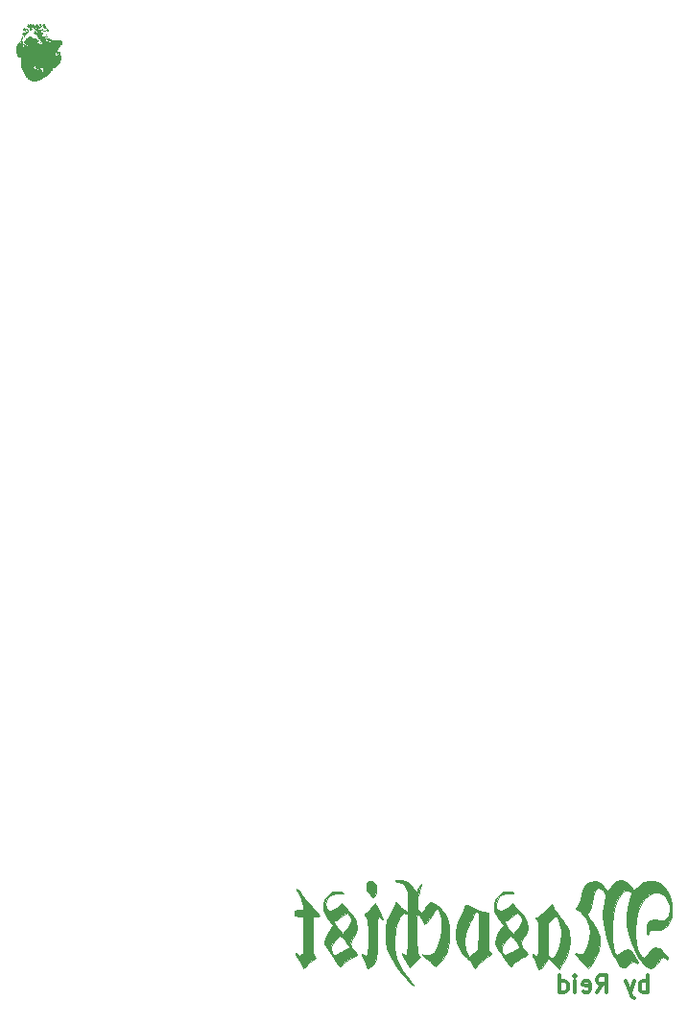
<source format=gbo>
G04 #@! TF.GenerationSoftware,KiCad,Pcbnew,(5.1.5)-3*
G04 #@! TF.CreationDate,2020-10-14T15:49:48-05:00*
G04 #@! TF.ProjectId,masochist,6d61736f-6368-4697-9374-2e6b69636164,rev?*
G04 #@! TF.SameCoordinates,Original*
G04 #@! TF.FileFunction,Legend,Bot*
G04 #@! TF.FilePolarity,Positive*
%FSLAX46Y46*%
G04 Gerber Fmt 4.6, Leading zero omitted, Abs format (unit mm)*
G04 Created by KiCad (PCBNEW (5.1.5)-3) date 2020-10-14 15:49:48*
%MOMM*%
%LPD*%
G04 APERTURE LIST*
%ADD10C,0.300000*%
%ADD11C,0.010000*%
%ADD12C,4.502000*%
%ADD13C,1.602000*%
%ADD14O,1.702000X1.702000*%
%ADD15R,1.702000X1.702000*%
%ADD16C,2.302000*%
%ADD17C,4.102000*%
%ADD18C,1.802000*%
%ADD19C,2.352000*%
%ADD20C,4.089800*%
%ADD21C,1.852000*%
%ADD22C,3.150000*%
%ADD23C,2.102000*%
%ADD24C,1.502000*%
%ADD25O,1.502000X1.502000*%
%ADD26C,1.902000*%
%ADD27R,1.902000X1.902000*%
%ADD28R,1.802000X1.802000*%
%ADD29O,0.752000X1.102000*%
%ADD30O,1.002000X2.502000*%
%ADD31O,1.002000X1.802000*%
%ADD32C,1.702000*%
%ADD33R,1.302000X1.302000*%
%ADD34C,1.302000*%
G04 APERTURE END LIST*
D10*
X217125857Y-128694571D02*
X217125857Y-127194571D01*
X217125857Y-127766000D02*
X216983000Y-127694571D01*
X216697285Y-127694571D01*
X216554428Y-127766000D01*
X216483000Y-127837428D01*
X216411571Y-127980285D01*
X216411571Y-128408857D01*
X216483000Y-128551714D01*
X216554428Y-128623142D01*
X216697285Y-128694571D01*
X216983000Y-128694571D01*
X217125857Y-128623142D01*
X215911571Y-127694571D02*
X215554428Y-128694571D01*
X215197285Y-127694571D02*
X215554428Y-128694571D01*
X215697285Y-129051714D01*
X215768714Y-129123142D01*
X215911571Y-129194571D01*
X212625857Y-128694571D02*
X213125857Y-127980285D01*
X213483000Y-128694571D02*
X213483000Y-127194571D01*
X212911571Y-127194571D01*
X212768714Y-127266000D01*
X212697285Y-127337428D01*
X212625857Y-127480285D01*
X212625857Y-127694571D01*
X212697285Y-127837428D01*
X212768714Y-127908857D01*
X212911571Y-127980285D01*
X213483000Y-127980285D01*
X211411571Y-128623142D02*
X211554428Y-128694571D01*
X211840142Y-128694571D01*
X211983000Y-128623142D01*
X212054428Y-128480285D01*
X212054428Y-127908857D01*
X211983000Y-127766000D01*
X211840142Y-127694571D01*
X211554428Y-127694571D01*
X211411571Y-127766000D01*
X211340142Y-127908857D01*
X211340142Y-128051714D01*
X212054428Y-128194571D01*
X210697285Y-128694571D02*
X210697285Y-127694571D01*
X210697285Y-127194571D02*
X210768714Y-127266000D01*
X210697285Y-127337428D01*
X210625857Y-127266000D01*
X210697285Y-127194571D01*
X210697285Y-127337428D01*
X209340142Y-128694571D02*
X209340142Y-127194571D01*
X209340142Y-128623142D02*
X209483000Y-128694571D01*
X209768714Y-128694571D01*
X209911571Y-128623142D01*
X209983000Y-128551714D01*
X210054428Y-128408857D01*
X210054428Y-127980285D01*
X209983000Y-127837428D01*
X209911571Y-127766000D01*
X209768714Y-127694571D01*
X209483000Y-127694571D01*
X209340142Y-127766000D01*
D11*
G36*
X163008766Y-45308103D02*
G01*
X163008586Y-45331799D01*
X163030522Y-45349554D01*
X163051476Y-45357272D01*
X163069538Y-45361483D01*
X163072669Y-45354764D01*
X163062415Y-45331659D01*
X163060071Y-45326949D01*
X163039849Y-45296245D01*
X163022440Y-45289969D01*
X163008766Y-45308103D01*
G37*
X163008766Y-45308103D02*
X163008586Y-45331799D01*
X163030522Y-45349554D01*
X163051476Y-45357272D01*
X163069538Y-45361483D01*
X163072669Y-45354764D01*
X163062415Y-45331659D01*
X163060071Y-45326949D01*
X163039849Y-45296245D01*
X163022440Y-45289969D01*
X163008766Y-45308103D01*
G36*
X163872125Y-45908118D02*
G01*
X163870611Y-45927967D01*
X163873128Y-45932460D01*
X163878900Y-45928672D01*
X163879798Y-45915791D01*
X163876696Y-45902240D01*
X163872125Y-45908118D01*
G37*
X163872125Y-45908118D02*
X163870611Y-45927967D01*
X163873128Y-45932460D01*
X163878900Y-45928672D01*
X163879798Y-45915791D01*
X163876696Y-45902240D01*
X163872125Y-45908118D01*
G36*
X163071440Y-47109327D02*
G01*
X163075228Y-47115099D01*
X163088109Y-47115997D01*
X163101660Y-47112895D01*
X163095782Y-47108324D01*
X163075933Y-47106810D01*
X163071440Y-47109327D01*
G37*
X163071440Y-47109327D02*
X163075228Y-47115099D01*
X163088109Y-47115997D01*
X163101660Y-47112895D01*
X163095782Y-47108324D01*
X163075933Y-47106810D01*
X163071440Y-47109327D01*
G36*
X163091303Y-47006825D02*
G01*
X163080700Y-47013433D01*
X163092018Y-47029722D01*
X163121535Y-47047770D01*
X163162596Y-47064098D01*
X163193527Y-47072403D01*
X163233375Y-47083917D01*
X163278468Y-47100896D01*
X163288777Y-47105403D01*
X163336136Y-47123837D01*
X163369250Y-47127788D01*
X163394635Y-47117414D01*
X163405193Y-47108193D01*
X163422634Y-47093696D01*
X163434536Y-47098184D01*
X163442425Y-47108193D01*
X163462975Y-47127066D01*
X163486283Y-47124668D01*
X163505647Y-47112588D01*
X163518868Y-47099518D01*
X163516093Y-47089313D01*
X163494796Y-47080776D01*
X163452453Y-47072712D01*
X163408617Y-47066668D01*
X163356622Y-47058132D01*
X163309568Y-47047111D01*
X163277616Y-47035989D01*
X163277550Y-47035957D01*
X163245355Y-47024270D01*
X163203785Y-47014730D01*
X163159688Y-47008120D01*
X163119911Y-47005224D01*
X163091303Y-47006825D01*
G37*
X163091303Y-47006825D02*
X163080700Y-47013433D01*
X163092018Y-47029722D01*
X163121535Y-47047770D01*
X163162596Y-47064098D01*
X163193527Y-47072403D01*
X163233375Y-47083917D01*
X163278468Y-47100896D01*
X163288777Y-47105403D01*
X163336136Y-47123837D01*
X163369250Y-47127788D01*
X163394635Y-47117414D01*
X163405193Y-47108193D01*
X163422634Y-47093696D01*
X163434536Y-47098184D01*
X163442425Y-47108193D01*
X163462975Y-47127066D01*
X163486283Y-47124668D01*
X163505647Y-47112588D01*
X163518868Y-47099518D01*
X163516093Y-47089313D01*
X163494796Y-47080776D01*
X163452453Y-47072712D01*
X163408617Y-47066668D01*
X163356622Y-47058132D01*
X163309568Y-47047111D01*
X163277616Y-47035989D01*
X163277550Y-47035957D01*
X163245355Y-47024270D01*
X163203785Y-47014730D01*
X163159688Y-47008120D01*
X163119911Y-47005224D01*
X163091303Y-47006825D01*
G36*
X163167302Y-47139539D02*
G01*
X163156900Y-47155100D01*
X163149770Y-47175243D01*
X163159629Y-47181471D01*
X163186297Y-47184660D01*
X163198125Y-47186690D01*
X163221219Y-47183750D01*
X163228640Y-47177442D01*
X163225830Y-47161780D01*
X163209307Y-47143362D01*
X163187979Y-47130987D01*
X163180320Y-47129700D01*
X163167302Y-47139539D01*
G37*
X163167302Y-47139539D02*
X163156900Y-47155100D01*
X163149770Y-47175243D01*
X163159629Y-47181471D01*
X163186297Y-47184660D01*
X163198125Y-47186690D01*
X163221219Y-47183750D01*
X163228640Y-47177442D01*
X163225830Y-47161780D01*
X163209307Y-47143362D01*
X163187979Y-47130987D01*
X163180320Y-47129700D01*
X163167302Y-47139539D01*
G36*
X163144200Y-47263050D02*
G01*
X163150550Y-47269400D01*
X163156900Y-47263050D01*
X163150550Y-47256700D01*
X163144200Y-47263050D01*
G37*
X163144200Y-47263050D02*
X163150550Y-47269400D01*
X163156900Y-47263050D01*
X163150550Y-47256700D01*
X163144200Y-47263050D01*
G36*
X163195000Y-47263050D02*
G01*
X163201350Y-47269400D01*
X163207700Y-47263050D01*
X163201350Y-47256700D01*
X163195000Y-47263050D01*
G37*
X163195000Y-47263050D02*
X163201350Y-47269400D01*
X163207700Y-47263050D01*
X163201350Y-47256700D01*
X163195000Y-47263050D01*
G36*
X163401375Y-47237654D02*
G01*
X163386809Y-47245622D01*
X163394789Y-47252967D01*
X163404550Y-47257170D01*
X163440370Y-47267656D01*
X163459353Y-47263492D01*
X163461700Y-47256301D01*
X163451113Y-47240301D01*
X163426421Y-47233462D01*
X163401375Y-47237654D01*
G37*
X163401375Y-47237654D02*
X163386809Y-47245622D01*
X163394789Y-47252967D01*
X163404550Y-47257170D01*
X163440370Y-47267656D01*
X163459353Y-47263492D01*
X163461700Y-47256301D01*
X163451113Y-47240301D01*
X163426421Y-47233462D01*
X163401375Y-47237654D01*
G36*
X163499800Y-47250350D02*
G01*
X163487685Y-47261762D01*
X163487100Y-47263799D01*
X163496926Y-47269254D01*
X163499800Y-47269400D01*
X163512012Y-47259636D01*
X163512500Y-47255950D01*
X163504720Y-47248365D01*
X163499800Y-47250350D01*
G37*
X163499800Y-47250350D02*
X163487685Y-47261762D01*
X163487100Y-47263799D01*
X163496926Y-47269254D01*
X163499800Y-47269400D01*
X163512012Y-47259636D01*
X163512500Y-47255950D01*
X163504720Y-47248365D01*
X163499800Y-47250350D01*
G36*
X163260606Y-47322917D02*
G01*
X163258500Y-47325191D01*
X163268431Y-47333380D01*
X163277550Y-47337492D01*
X163293904Y-47337756D01*
X163296600Y-47332501D01*
X163286308Y-47321585D01*
X163277550Y-47320200D01*
X163260606Y-47322917D01*
G37*
X163260606Y-47322917D02*
X163258500Y-47325191D01*
X163268431Y-47333380D01*
X163277550Y-47337492D01*
X163293904Y-47337756D01*
X163296600Y-47332501D01*
X163286308Y-47321585D01*
X163277550Y-47320200D01*
X163260606Y-47322917D01*
G36*
X163030889Y-47259632D02*
G01*
X163022005Y-47261885D01*
X163011389Y-47269647D01*
X163016777Y-47282758D01*
X163038003Y-47304556D01*
X163071980Y-47332721D01*
X163106137Y-47355461D01*
X163109495Y-47357271D01*
X163133893Y-47373006D01*
X163144199Y-47385741D01*
X163144200Y-47385846D01*
X163154823Y-47394511D01*
X163168851Y-47396400D01*
X163192770Y-47401657D01*
X163200614Y-47407907D01*
X163217047Y-47414498D01*
X163232959Y-47412816D01*
X163257825Y-47415738D01*
X163266322Y-47427404D01*
X163284360Y-47443693D01*
X163301401Y-47445616D01*
X163332420Y-47446231D01*
X163370755Y-47451786D01*
X163372800Y-47452218D01*
X163408274Y-47459867D01*
X163434829Y-47465602D01*
X163436300Y-47465921D01*
X163461234Y-47465453D01*
X163495277Y-47458639D01*
X163496625Y-47458259D01*
X163524486Y-47447050D01*
X163537726Y-47435320D01*
X163537900Y-47434136D01*
X163548192Y-47423189D01*
X163556950Y-47421800D01*
X163573800Y-47412166D01*
X163576000Y-47403788D01*
X163580456Y-47375861D01*
X163583709Y-47365688D01*
X163583651Y-47364650D01*
X163563300Y-47364650D01*
X163556950Y-47371000D01*
X163550600Y-47364650D01*
X163556950Y-47358300D01*
X163563300Y-47364650D01*
X163583651Y-47364650D01*
X163582810Y-47349634D01*
X163564659Y-47345600D01*
X163543305Y-47351219D01*
X163537900Y-47359676D01*
X163527396Y-47368075D01*
X163505086Y-47365517D01*
X163482266Y-47362910D01*
X163480436Y-47370490D01*
X163477851Y-47381785D01*
X163468800Y-47383700D01*
X163451424Y-47377069D01*
X163449000Y-47371000D01*
X163438714Y-47359732D01*
X163429950Y-47358300D01*
X163413049Y-47351461D01*
X163410900Y-47345636D01*
X163400756Y-47334459D01*
X163377038Y-47319737D01*
X163349820Y-47306669D01*
X163329175Y-47300458D01*
X163324820Y-47301196D01*
X163326290Y-47313571D01*
X163334773Y-47339441D01*
X163334817Y-47339556D01*
X163341813Y-47372775D01*
X163335172Y-47388308D01*
X163324285Y-47392409D01*
X163322000Y-47380288D01*
X163314412Y-47365145D01*
X163304235Y-47365914D01*
X163283695Y-47364492D01*
X163278086Y-47359165D01*
X163259672Y-47347754D01*
X163245051Y-47345600D01*
X163224359Y-47336256D01*
X163220400Y-47320200D01*
X163215428Y-47302693D01*
X163196017Y-47295630D01*
X163175950Y-47294800D01*
X163146568Y-47291754D01*
X163131884Y-47284265D01*
X163131500Y-47282675D01*
X163120403Y-47272361D01*
X163093524Y-47263865D01*
X163060480Y-47259013D01*
X163030889Y-47259632D01*
G37*
X163030889Y-47259632D02*
X163022005Y-47261885D01*
X163011389Y-47269647D01*
X163016777Y-47282758D01*
X163038003Y-47304556D01*
X163071980Y-47332721D01*
X163106137Y-47355461D01*
X163109495Y-47357271D01*
X163133893Y-47373006D01*
X163144199Y-47385741D01*
X163144200Y-47385846D01*
X163154823Y-47394511D01*
X163168851Y-47396400D01*
X163192770Y-47401657D01*
X163200614Y-47407907D01*
X163217047Y-47414498D01*
X163232959Y-47412816D01*
X163257825Y-47415738D01*
X163266322Y-47427404D01*
X163284360Y-47443693D01*
X163301401Y-47445616D01*
X163332420Y-47446231D01*
X163370755Y-47451786D01*
X163372800Y-47452218D01*
X163408274Y-47459867D01*
X163434829Y-47465602D01*
X163436300Y-47465921D01*
X163461234Y-47465453D01*
X163495277Y-47458639D01*
X163496625Y-47458259D01*
X163524486Y-47447050D01*
X163537726Y-47435320D01*
X163537900Y-47434136D01*
X163548192Y-47423189D01*
X163556950Y-47421800D01*
X163573800Y-47412166D01*
X163576000Y-47403788D01*
X163580456Y-47375861D01*
X163583709Y-47365688D01*
X163583651Y-47364650D01*
X163563300Y-47364650D01*
X163556950Y-47371000D01*
X163550600Y-47364650D01*
X163556950Y-47358300D01*
X163563300Y-47364650D01*
X163583651Y-47364650D01*
X163582810Y-47349634D01*
X163564659Y-47345600D01*
X163543305Y-47351219D01*
X163537900Y-47359676D01*
X163527396Y-47368075D01*
X163505086Y-47365517D01*
X163482266Y-47362910D01*
X163480436Y-47370490D01*
X163477851Y-47381785D01*
X163468800Y-47383700D01*
X163451424Y-47377069D01*
X163449000Y-47371000D01*
X163438714Y-47359732D01*
X163429950Y-47358300D01*
X163413049Y-47351461D01*
X163410900Y-47345636D01*
X163400756Y-47334459D01*
X163377038Y-47319737D01*
X163349820Y-47306669D01*
X163329175Y-47300458D01*
X163324820Y-47301196D01*
X163326290Y-47313571D01*
X163334773Y-47339441D01*
X163334817Y-47339556D01*
X163341813Y-47372775D01*
X163335172Y-47388308D01*
X163324285Y-47392409D01*
X163322000Y-47380288D01*
X163314412Y-47365145D01*
X163304235Y-47365914D01*
X163283695Y-47364492D01*
X163278086Y-47359165D01*
X163259672Y-47347754D01*
X163245051Y-47345600D01*
X163224359Y-47336256D01*
X163220400Y-47320200D01*
X163215428Y-47302693D01*
X163196017Y-47295630D01*
X163175950Y-47294800D01*
X163146568Y-47291754D01*
X163131884Y-47284265D01*
X163131500Y-47282675D01*
X163120403Y-47272361D01*
X163093524Y-47263865D01*
X163060480Y-47259013D01*
X163030889Y-47259632D01*
G36*
X162449934Y-43311233D02*
G01*
X162448414Y-43326305D01*
X162449934Y-43328166D01*
X162457484Y-43326423D01*
X162458400Y-43319700D01*
X162453754Y-43309246D01*
X162449934Y-43311233D01*
G37*
X162449934Y-43311233D02*
X162448414Y-43326305D01*
X162449934Y-43328166D01*
X162457484Y-43326423D01*
X162458400Y-43319700D01*
X162453754Y-43309246D01*
X162449934Y-43311233D01*
G36*
X162928300Y-43338750D02*
G01*
X162934650Y-43345100D01*
X162941000Y-43338750D01*
X162934650Y-43332400D01*
X162928300Y-43338750D01*
G37*
X162928300Y-43338750D02*
X162934650Y-43345100D01*
X162941000Y-43338750D01*
X162934650Y-43332400D01*
X162928300Y-43338750D01*
G36*
X163492246Y-43307961D02*
G01*
X163461565Y-43312219D01*
X163442751Y-43320057D01*
X163441438Y-43321662D01*
X163439946Y-43330371D01*
X163446776Y-43327424D01*
X163469171Y-43324897D01*
X163483663Y-43329311D01*
X163514532Y-43336134D01*
X163534725Y-43335365D01*
X163557046Y-43327209D01*
X163563300Y-43318816D01*
X163552333Y-43311044D01*
X163525575Y-43307497D01*
X163492246Y-43307961D01*
G37*
X163492246Y-43307961D02*
X163461565Y-43312219D01*
X163442751Y-43320057D01*
X163441438Y-43321662D01*
X163439946Y-43330371D01*
X163446776Y-43327424D01*
X163469171Y-43324897D01*
X163483663Y-43329311D01*
X163514532Y-43336134D01*
X163534725Y-43335365D01*
X163557046Y-43327209D01*
X163563300Y-43318816D01*
X163552333Y-43311044D01*
X163525575Y-43307497D01*
X163492246Y-43307961D01*
G36*
X163678530Y-43322952D02*
G01*
X163676648Y-43328907D01*
X163685586Y-43340787D01*
X163690935Y-43343195D01*
X163701770Y-43339200D01*
X163701095Y-43333034D01*
X163689971Y-43319870D01*
X163678530Y-43322952D01*
G37*
X163678530Y-43322952D02*
X163676648Y-43328907D01*
X163685586Y-43340787D01*
X163690935Y-43343195D01*
X163701770Y-43339200D01*
X163701095Y-43333034D01*
X163689971Y-43319870D01*
X163678530Y-43322952D01*
G36*
X163817171Y-43310067D02*
G01*
X163809666Y-43317515D01*
X163810003Y-43318167D01*
X163827112Y-43330454D01*
X163852448Y-43337805D01*
X163872072Y-43336482D01*
X163873715Y-43335252D01*
X163880625Y-43318879D01*
X163864578Y-43309046D01*
X163841951Y-43307000D01*
X163817171Y-43310067D01*
G37*
X163817171Y-43310067D02*
X163809666Y-43317515D01*
X163810003Y-43318167D01*
X163827112Y-43330454D01*
X163852448Y-43337805D01*
X163872072Y-43336482D01*
X163873715Y-43335252D01*
X163880625Y-43318879D01*
X163864578Y-43309046D01*
X163841951Y-43307000D01*
X163817171Y-43310067D01*
G36*
X162565285Y-43313502D02*
G01*
X162514701Y-43335156D01*
X162512123Y-43336753D01*
X162479758Y-43353836D01*
X162454608Y-43361478D01*
X162448875Y-43361095D01*
X162434935Y-43362737D01*
X162435722Y-43376779D01*
X162449548Y-43393823D01*
X162469094Y-43399598D01*
X162498181Y-43387956D01*
X162503564Y-43384770D01*
X162540904Y-43368316D01*
X162586324Y-43356187D01*
X162596714Y-43354516D01*
X162635863Y-43345451D01*
X162666321Y-43331827D01*
X162672419Y-43327024D01*
X162681664Y-43315439D01*
X162676633Y-43309451D01*
X162653132Y-43307253D01*
X162625970Y-43307000D01*
X162565285Y-43313502D01*
G37*
X162565285Y-43313502D02*
X162514701Y-43335156D01*
X162512123Y-43336753D01*
X162479758Y-43353836D01*
X162454608Y-43361478D01*
X162448875Y-43361095D01*
X162434935Y-43362737D01*
X162435722Y-43376779D01*
X162449548Y-43393823D01*
X162469094Y-43399598D01*
X162498181Y-43387956D01*
X162503564Y-43384770D01*
X162540904Y-43368316D01*
X162586324Y-43356187D01*
X162596714Y-43354516D01*
X162635863Y-43345451D01*
X162666321Y-43331827D01*
X162672419Y-43327024D01*
X162681664Y-43315439D01*
X162676633Y-43309451D01*
X162653132Y-43307253D01*
X162625970Y-43307000D01*
X162565285Y-43313502D01*
G36*
X162622906Y-43379057D02*
G01*
X162604450Y-43395900D01*
X162591841Y-43414104D01*
X162594164Y-43421300D01*
X162611395Y-43412742D01*
X162629850Y-43395900D01*
X162642460Y-43377695D01*
X162640137Y-43370500D01*
X162622906Y-43379057D01*
G37*
X162622906Y-43379057D02*
X162604450Y-43395900D01*
X162591841Y-43414104D01*
X162594164Y-43421300D01*
X162611395Y-43412742D01*
X162629850Y-43395900D01*
X162642460Y-43377695D01*
X162640137Y-43370500D01*
X162622906Y-43379057D01*
G36*
X163506506Y-43407546D02*
G01*
X163511285Y-43413485D01*
X163530764Y-43430236D01*
X163545347Y-43432696D01*
X163547992Y-43419963D01*
X163547431Y-43418125D01*
X163531856Y-43402582D01*
X163518202Y-43397610D01*
X163502028Y-43396667D01*
X163506506Y-43407546D01*
G37*
X163506506Y-43407546D02*
X163511285Y-43413485D01*
X163530764Y-43430236D01*
X163545347Y-43432696D01*
X163547992Y-43419963D01*
X163547431Y-43418125D01*
X163531856Y-43402582D01*
X163518202Y-43397610D01*
X163502028Y-43396667D01*
X163506506Y-43407546D01*
G36*
X163924056Y-43414756D02*
G01*
X163925250Y-43421300D01*
X163941487Y-43433515D01*
X163945050Y-43434000D01*
X163956658Y-43424313D01*
X163957000Y-43421300D01*
X163946663Y-43410154D01*
X163937201Y-43408600D01*
X163924056Y-43414756D01*
G37*
X163924056Y-43414756D02*
X163925250Y-43421300D01*
X163941487Y-43433515D01*
X163945050Y-43434000D01*
X163956658Y-43424313D01*
X163957000Y-43421300D01*
X163946663Y-43410154D01*
X163937201Y-43408600D01*
X163924056Y-43414756D01*
G36*
X162414430Y-43375568D02*
G01*
X162396157Y-43388262D01*
X162392941Y-43390585D01*
X162367826Y-43411939D01*
X162347652Y-43434353D01*
X162337012Y-43451848D01*
X162340501Y-43458444D01*
X162340818Y-43458416D01*
X162354537Y-43448950D01*
X162376432Y-43426726D01*
X162382200Y-43420108D01*
X162408313Y-43389122D01*
X162418769Y-43375065D01*
X162414430Y-43375568D01*
G37*
X162414430Y-43375568D02*
X162396157Y-43388262D01*
X162392941Y-43390585D01*
X162367826Y-43411939D01*
X162347652Y-43434353D01*
X162337012Y-43451848D01*
X162340501Y-43458444D01*
X162340818Y-43458416D01*
X162354537Y-43448950D01*
X162376432Y-43426726D01*
X162382200Y-43420108D01*
X162408313Y-43389122D01*
X162418769Y-43375065D01*
X162414430Y-43375568D01*
G36*
X163525225Y-43443765D02*
G01*
X163498191Y-43448996D01*
X163493905Y-43454263D01*
X163506175Y-43460411D01*
X163545448Y-43470345D01*
X163573799Y-43467092D01*
X163581808Y-43460277D01*
X163582260Y-43445532D01*
X163559557Y-43440612D01*
X163525225Y-43443765D01*
G37*
X163525225Y-43443765D02*
X163498191Y-43448996D01*
X163493905Y-43454263D01*
X163506175Y-43460411D01*
X163545448Y-43470345D01*
X163573799Y-43467092D01*
X163581808Y-43460277D01*
X163582260Y-43445532D01*
X163559557Y-43440612D01*
X163525225Y-43443765D01*
G36*
X163227552Y-43469536D02*
G01*
X163209914Y-43475879D01*
X163207700Y-43479931D01*
X163218824Y-43483195D01*
X163245910Y-43484606D01*
X163248975Y-43484605D01*
X163274641Y-43482274D01*
X163275788Y-43475476D01*
X163272970Y-43473462D01*
X163252679Y-43468323D01*
X163227552Y-43469536D01*
G37*
X163227552Y-43469536D02*
X163209914Y-43475879D01*
X163207700Y-43479931D01*
X163218824Y-43483195D01*
X163245910Y-43484606D01*
X163248975Y-43484605D01*
X163274641Y-43482274D01*
X163275788Y-43475476D01*
X163272970Y-43473462D01*
X163252679Y-43468323D01*
X163227552Y-43469536D01*
G36*
X162445700Y-43516550D02*
G01*
X162452050Y-43522900D01*
X162458400Y-43516550D01*
X162452050Y-43510200D01*
X162445700Y-43516550D01*
G37*
X162445700Y-43516550D02*
X162452050Y-43522900D01*
X162458400Y-43516550D01*
X162452050Y-43510200D01*
X162445700Y-43516550D01*
G36*
X163191359Y-43323571D02*
G01*
X163176217Y-43337468D01*
X163145779Y-43352615D01*
X163132213Y-43357564D01*
X163093337Y-43372756D01*
X163074356Y-43385339D01*
X163076846Y-43393645D01*
X163095826Y-43396094D01*
X163114798Y-43398086D01*
X163110690Y-43405400D01*
X163106100Y-43408504D01*
X163078084Y-43415615D01*
X163064825Y-43413804D01*
X163046474Y-43414026D01*
X163042600Y-43420444D01*
X163032580Y-43433013D01*
X163026605Y-43434000D01*
X163007976Y-43443718D01*
X162994748Y-43459400D01*
X162974935Y-43479414D01*
X162959943Y-43484800D01*
X162942969Y-43477612D01*
X162945080Y-43463178D01*
X162956875Y-43455110D01*
X162957464Y-43450601D01*
X162937671Y-43448175D01*
X162934650Y-43448106D01*
X162904310Y-43452592D01*
X162876034Y-43464175D01*
X162857176Y-43478678D01*
X162855094Y-43491924D01*
X162855896Y-43492828D01*
X162870960Y-43492813D01*
X162883185Y-43485352D01*
X162900264Y-43477468D01*
X162922623Y-43483424D01*
X162945316Y-43496242D01*
X162987591Y-43516419D01*
X163023746Y-43522885D01*
X163045959Y-43515308D01*
X163048571Y-43501733D01*
X163025667Y-43501733D01*
X163023924Y-43509283D01*
X163017200Y-43510200D01*
X163006747Y-43505553D01*
X163008734Y-43501733D01*
X163023806Y-43500213D01*
X163025667Y-43501733D01*
X163048571Y-43501733D01*
X163049245Y-43498232D01*
X163047673Y-43492399D01*
X163055685Y-43479769D01*
X163085509Y-43463247D01*
X163123709Y-43448163D01*
X163171931Y-43428122D01*
X163210602Y-43406450D01*
X163236030Y-43386000D01*
X163244521Y-43369621D01*
X163236275Y-43361236D01*
X163222994Y-43345540D01*
X163220400Y-43331341D01*
X163214062Y-43310443D01*
X163200727Y-43309735D01*
X163191359Y-43323571D01*
G37*
X163191359Y-43323571D02*
X163176217Y-43337468D01*
X163145779Y-43352615D01*
X163132213Y-43357564D01*
X163093337Y-43372756D01*
X163074356Y-43385339D01*
X163076846Y-43393645D01*
X163095826Y-43396094D01*
X163114798Y-43398086D01*
X163110690Y-43405400D01*
X163106100Y-43408504D01*
X163078084Y-43415615D01*
X163064825Y-43413804D01*
X163046474Y-43414026D01*
X163042600Y-43420444D01*
X163032580Y-43433013D01*
X163026605Y-43434000D01*
X163007976Y-43443718D01*
X162994748Y-43459400D01*
X162974935Y-43479414D01*
X162959943Y-43484800D01*
X162942969Y-43477612D01*
X162945080Y-43463178D01*
X162956875Y-43455110D01*
X162957464Y-43450601D01*
X162937671Y-43448175D01*
X162934650Y-43448106D01*
X162904310Y-43452592D01*
X162876034Y-43464175D01*
X162857176Y-43478678D01*
X162855094Y-43491924D01*
X162855896Y-43492828D01*
X162870960Y-43492813D01*
X162883185Y-43485352D01*
X162900264Y-43477468D01*
X162922623Y-43483424D01*
X162945316Y-43496242D01*
X162987591Y-43516419D01*
X163023746Y-43522885D01*
X163045959Y-43515308D01*
X163048571Y-43501733D01*
X163025667Y-43501733D01*
X163023924Y-43509283D01*
X163017200Y-43510200D01*
X163006747Y-43505553D01*
X163008734Y-43501733D01*
X163023806Y-43500213D01*
X163025667Y-43501733D01*
X163048571Y-43501733D01*
X163049245Y-43498232D01*
X163047673Y-43492399D01*
X163055685Y-43479769D01*
X163085509Y-43463247D01*
X163123709Y-43448163D01*
X163171931Y-43428122D01*
X163210602Y-43406450D01*
X163236030Y-43386000D01*
X163244521Y-43369621D01*
X163236275Y-43361236D01*
X163222994Y-43345540D01*
X163220400Y-43331341D01*
X163214062Y-43310443D01*
X163200727Y-43309735D01*
X163191359Y-43323571D01*
G36*
X163303051Y-43448786D02*
G01*
X163304820Y-43458166D01*
X163323324Y-43479523D01*
X163328350Y-43484800D01*
X163353169Y-43508859D01*
X163373374Y-43518845D01*
X163399490Y-43517388D01*
X163429950Y-43510200D01*
X163453565Y-43503818D01*
X163455294Y-43500820D01*
X163433644Y-43499430D01*
X163420533Y-43499002D01*
X163380544Y-43491150D01*
X163360100Y-43491150D01*
X163353750Y-43497500D01*
X163347400Y-43491150D01*
X163353750Y-43484800D01*
X163360100Y-43491150D01*
X163380544Y-43491150D01*
X163378557Y-43490760D01*
X163357153Y-43472100D01*
X163334867Y-43451956D01*
X163316569Y-43446700D01*
X163303051Y-43448786D01*
G37*
X163303051Y-43448786D02*
X163304820Y-43458166D01*
X163323324Y-43479523D01*
X163328350Y-43484800D01*
X163353169Y-43508859D01*
X163373374Y-43518845D01*
X163399490Y-43517388D01*
X163429950Y-43510200D01*
X163453565Y-43503818D01*
X163455294Y-43500820D01*
X163433644Y-43499430D01*
X163420533Y-43499002D01*
X163380544Y-43491150D01*
X163360100Y-43491150D01*
X163353750Y-43497500D01*
X163347400Y-43491150D01*
X163353750Y-43484800D01*
X163360100Y-43491150D01*
X163380544Y-43491150D01*
X163378557Y-43490760D01*
X163357153Y-43472100D01*
X163334867Y-43451956D01*
X163316569Y-43446700D01*
X163303051Y-43448786D01*
G36*
X163478634Y-43514433D02*
G01*
X163480377Y-43521983D01*
X163487100Y-43522900D01*
X163497554Y-43518253D01*
X163495567Y-43514433D01*
X163480495Y-43512913D01*
X163478634Y-43514433D01*
G37*
X163478634Y-43514433D02*
X163480377Y-43521983D01*
X163487100Y-43522900D01*
X163497554Y-43518253D01*
X163495567Y-43514433D01*
X163480495Y-43512913D01*
X163478634Y-43514433D01*
G36*
X162522330Y-43444562D02*
G01*
X162502048Y-43469571D01*
X162488196Y-43499007D01*
X162486189Y-43518965D01*
X162493137Y-43526521D01*
X162509085Y-43514823D01*
X162525075Y-43496714D01*
X162550952Y-43462342D01*
X162558759Y-43442461D01*
X162549214Y-43434470D01*
X162542411Y-43434000D01*
X162522330Y-43444562D01*
G37*
X162522330Y-43444562D02*
X162502048Y-43469571D01*
X162488196Y-43499007D01*
X162486189Y-43518965D01*
X162493137Y-43526521D01*
X162509085Y-43514823D01*
X162525075Y-43496714D01*
X162550952Y-43462342D01*
X162558759Y-43442461D01*
X162549214Y-43434470D01*
X162542411Y-43434000D01*
X162522330Y-43444562D01*
G36*
X163296600Y-43529250D02*
G01*
X163302950Y-43535600D01*
X163309300Y-43529250D01*
X163302950Y-43522900D01*
X163296600Y-43529250D01*
G37*
X163296600Y-43529250D02*
X163302950Y-43535600D01*
X163309300Y-43529250D01*
X163302950Y-43522900D01*
X163296600Y-43529250D01*
G36*
X162792834Y-43539833D02*
G01*
X162794577Y-43547383D01*
X162801300Y-43548300D01*
X162811754Y-43543653D01*
X162809767Y-43539833D01*
X162794695Y-43538313D01*
X162792834Y-43539833D01*
G37*
X162792834Y-43539833D02*
X162794577Y-43547383D01*
X162801300Y-43548300D01*
X162811754Y-43543653D01*
X162809767Y-43539833D01*
X162794695Y-43538313D01*
X162792834Y-43539833D01*
G36*
X162850526Y-43315543D02*
G01*
X162825410Y-43332372D01*
X162814893Y-43341925D01*
X162781249Y-43373135D01*
X162747126Y-43401050D01*
X162745501Y-43402250D01*
X162714030Y-43427872D01*
X162689378Y-43451783D01*
X162662939Y-43480882D01*
X162644384Y-43500750D01*
X162628398Y-43526414D01*
X162632852Y-43552556D01*
X162642212Y-43570585D01*
X162650014Y-43568074D01*
X162661096Y-43548039D01*
X162689273Y-43505199D01*
X162725479Y-43466127D01*
X162763371Y-43436481D01*
X162796603Y-43421921D01*
X162803170Y-43421300D01*
X162832635Y-43414976D01*
X162862010Y-43399318D01*
X162885389Y-43379294D01*
X162896869Y-43359874D01*
X162891748Y-43346748D01*
X162880976Y-43329809D01*
X162882973Y-43321119D01*
X162885411Y-43308052D01*
X162872561Y-43306816D01*
X162850526Y-43315543D01*
G37*
X162850526Y-43315543D02*
X162825410Y-43332372D01*
X162814893Y-43341925D01*
X162781249Y-43373135D01*
X162747126Y-43401050D01*
X162745501Y-43402250D01*
X162714030Y-43427872D01*
X162689378Y-43451783D01*
X162662939Y-43480882D01*
X162644384Y-43500750D01*
X162628398Y-43526414D01*
X162632852Y-43552556D01*
X162642212Y-43570585D01*
X162650014Y-43568074D01*
X162661096Y-43548039D01*
X162689273Y-43505199D01*
X162725479Y-43466127D01*
X162763371Y-43436481D01*
X162796603Y-43421921D01*
X162803170Y-43421300D01*
X162832635Y-43414976D01*
X162862010Y-43399318D01*
X162885389Y-43379294D01*
X162896869Y-43359874D01*
X162891748Y-43346748D01*
X162880976Y-43329809D01*
X162882973Y-43321119D01*
X162885411Y-43308052D01*
X162872561Y-43306816D01*
X162850526Y-43315543D01*
G36*
X163897816Y-43568824D02*
G01*
X163899850Y-43573700D01*
X163916674Y-43585925D01*
X163920400Y-43586400D01*
X163927285Y-43578575D01*
X163925250Y-43573700D01*
X163908427Y-43561474D01*
X163904701Y-43561000D01*
X163897816Y-43568824D01*
G37*
X163897816Y-43568824D02*
X163899850Y-43573700D01*
X163916674Y-43585925D01*
X163920400Y-43586400D01*
X163927285Y-43578575D01*
X163925250Y-43573700D01*
X163908427Y-43561474D01*
X163904701Y-43561000D01*
X163897816Y-43568824D01*
G36*
X162108827Y-43577685D02*
G01*
X162099625Y-43584780D01*
X162079881Y-43603317D01*
X162079967Y-43611591D01*
X162082195Y-43611800D01*
X162092797Y-43603121D01*
X162104420Y-43589575D01*
X162115404Y-43574531D01*
X162108827Y-43577685D01*
G37*
X162108827Y-43577685D02*
X162099625Y-43584780D01*
X162079881Y-43603317D01*
X162079967Y-43611591D01*
X162082195Y-43611800D01*
X162092797Y-43603121D01*
X162104420Y-43589575D01*
X162115404Y-43574531D01*
X162108827Y-43577685D01*
G36*
X162585400Y-43605450D02*
G01*
X162591750Y-43611800D01*
X162598100Y-43605450D01*
X162591750Y-43599100D01*
X162585400Y-43605450D01*
G37*
X162585400Y-43605450D02*
X162591750Y-43611800D01*
X162598100Y-43605450D01*
X162591750Y-43599100D01*
X162585400Y-43605450D01*
G36*
X163749141Y-43418755D02*
G01*
X163748284Y-43419951D01*
X163745939Y-43442933D01*
X163758327Y-43464540D01*
X163775116Y-43472100D01*
X163798853Y-43480482D01*
X163812882Y-43491266D01*
X163832970Y-43503718D01*
X163843724Y-43503217D01*
X163854718Y-43504072D01*
X163855400Y-43507521D01*
X163865917Y-43519300D01*
X163892364Y-43535302D01*
X163905572Y-43541666D01*
X163943994Y-43561945D01*
X163976301Y-43583833D01*
X163981772Y-43588540D01*
X164000739Y-43603122D01*
X164007571Y-43598580D01*
X164007800Y-43594752D01*
X163998404Y-43576594D01*
X163974760Y-43552170D01*
X163962727Y-43542335D01*
X163934667Y-43517414D01*
X163927134Y-43499858D01*
X163930714Y-43492218D01*
X163932797Y-43478646D01*
X163915584Y-43461892D01*
X163891161Y-43446911D01*
X163847519Y-43426925D01*
X163804612Y-43414685D01*
X163769474Y-43411520D01*
X163749141Y-43418755D01*
G37*
X163749141Y-43418755D02*
X163748284Y-43419951D01*
X163745939Y-43442933D01*
X163758327Y-43464540D01*
X163775116Y-43472100D01*
X163798853Y-43480482D01*
X163812882Y-43491266D01*
X163832970Y-43503718D01*
X163843724Y-43503217D01*
X163854718Y-43504072D01*
X163855400Y-43507521D01*
X163865917Y-43519300D01*
X163892364Y-43535302D01*
X163905572Y-43541666D01*
X163943994Y-43561945D01*
X163976301Y-43583833D01*
X163981772Y-43588540D01*
X164000739Y-43603122D01*
X164007571Y-43598580D01*
X164007800Y-43594752D01*
X163998404Y-43576594D01*
X163974760Y-43552170D01*
X163962727Y-43542335D01*
X163934667Y-43517414D01*
X163927134Y-43499858D01*
X163930714Y-43492218D01*
X163932797Y-43478646D01*
X163915584Y-43461892D01*
X163891161Y-43446911D01*
X163847519Y-43426925D01*
X163804612Y-43414685D01*
X163769474Y-43411520D01*
X163749141Y-43418755D01*
G36*
X162665917Y-43582455D02*
G01*
X162661600Y-43599100D01*
X162666734Y-43619740D01*
X162673854Y-43624500D01*
X162688851Y-43614590D01*
X162699700Y-43599100D01*
X162706582Y-43579839D01*
X162694787Y-43573911D01*
X162687447Y-43573700D01*
X162665917Y-43582455D01*
G37*
X162665917Y-43582455D02*
X162661600Y-43599100D01*
X162666734Y-43619740D01*
X162673854Y-43624500D01*
X162688851Y-43614590D01*
X162699700Y-43599100D01*
X162706582Y-43579839D01*
X162694787Y-43573911D01*
X162687447Y-43573700D01*
X162665917Y-43582455D01*
G36*
X163112450Y-43507091D02*
G01*
X163088600Y-43515710D01*
X163080700Y-43525041D01*
X163070015Y-43536995D01*
X163044145Y-43549654D01*
X163042600Y-43550203D01*
X163016103Y-43564867D01*
X163004520Y-43582024D01*
X163004500Y-43582651D01*
X162996014Y-43596044D01*
X162986692Y-43594983D01*
X162965492Y-43592781D01*
X162962403Y-43604220D01*
X162976123Y-43619665D01*
X163000269Y-43634607D01*
X163017086Y-43631189D01*
X163031520Y-43616084D01*
X163042082Y-43598325D01*
X163033336Y-43589716D01*
X163032933Y-43589578D01*
X163032276Y-43580836D01*
X163047461Y-43565058D01*
X163071844Y-43547019D01*
X163098779Y-43531495D01*
X163121622Y-43523261D01*
X163125714Y-43522900D01*
X163142264Y-43516821D01*
X163144200Y-43511961D01*
X163133634Y-43505850D01*
X163112450Y-43507091D01*
G37*
X163112450Y-43507091D02*
X163088600Y-43515710D01*
X163080700Y-43525041D01*
X163070015Y-43536995D01*
X163044145Y-43549654D01*
X163042600Y-43550203D01*
X163016103Y-43564867D01*
X163004520Y-43582024D01*
X163004500Y-43582651D01*
X162996014Y-43596044D01*
X162986692Y-43594983D01*
X162965492Y-43592781D01*
X162962403Y-43604220D01*
X162976123Y-43619665D01*
X163000269Y-43634607D01*
X163017086Y-43631189D01*
X163031520Y-43616084D01*
X163042082Y-43598325D01*
X163033336Y-43589716D01*
X163032933Y-43589578D01*
X163032276Y-43580836D01*
X163047461Y-43565058D01*
X163071844Y-43547019D01*
X163098779Y-43531495D01*
X163121622Y-43523261D01*
X163125714Y-43522900D01*
X163142264Y-43516821D01*
X163144200Y-43511961D01*
X163133634Y-43505850D01*
X163112450Y-43507091D01*
G36*
X162628028Y-43613033D02*
G01*
X162627400Y-43615216D01*
X162625540Y-43642881D01*
X162627870Y-43653316D01*
X162632039Y-43653738D01*
X162633742Y-43633857D01*
X162633725Y-43630850D01*
X162631893Y-43611152D01*
X162628028Y-43613033D01*
G37*
X162628028Y-43613033D02*
X162627400Y-43615216D01*
X162625540Y-43642881D01*
X162627870Y-43653316D01*
X162632039Y-43653738D01*
X162633742Y-43633857D01*
X162633725Y-43630850D01*
X162631893Y-43611152D01*
X162628028Y-43613033D01*
G36*
X163046040Y-43667627D02*
G01*
X163049828Y-43673399D01*
X163062709Y-43674297D01*
X163076260Y-43671195D01*
X163070382Y-43666624D01*
X163050533Y-43665110D01*
X163046040Y-43667627D01*
G37*
X163046040Y-43667627D02*
X163049828Y-43673399D01*
X163062709Y-43674297D01*
X163076260Y-43671195D01*
X163070382Y-43666624D01*
X163050533Y-43665110D01*
X163046040Y-43667627D01*
G36*
X162725100Y-43681650D02*
G01*
X162731450Y-43688000D01*
X162737800Y-43681650D01*
X162731450Y-43675300D01*
X162725100Y-43681650D01*
G37*
X162725100Y-43681650D02*
X162731450Y-43688000D01*
X162737800Y-43681650D01*
X162731450Y-43675300D01*
X162725100Y-43681650D01*
G36*
X162627525Y-43698318D02*
G01*
X162626011Y-43718167D01*
X162628528Y-43722660D01*
X162634300Y-43718872D01*
X162635198Y-43705991D01*
X162632096Y-43692440D01*
X162627525Y-43698318D01*
G37*
X162627525Y-43698318D02*
X162626011Y-43718167D01*
X162628528Y-43722660D01*
X162634300Y-43718872D01*
X162635198Y-43705991D01*
X162632096Y-43692440D01*
X162627525Y-43698318D01*
G36*
X163690300Y-43745150D02*
G01*
X163696650Y-43751500D01*
X163703000Y-43745150D01*
X163696650Y-43738800D01*
X163690300Y-43745150D01*
G37*
X163690300Y-43745150D02*
X163696650Y-43751500D01*
X163703000Y-43745150D01*
X163696650Y-43738800D01*
X163690300Y-43745150D01*
G36*
X163554834Y-43755733D02*
G01*
X163556577Y-43763283D01*
X163563300Y-43764200D01*
X163573754Y-43759553D01*
X163571767Y-43755733D01*
X163556695Y-43754213D01*
X163554834Y-43755733D01*
G37*
X163554834Y-43755733D02*
X163556577Y-43763283D01*
X163563300Y-43764200D01*
X163573754Y-43759553D01*
X163571767Y-43755733D01*
X163556695Y-43754213D01*
X163554834Y-43755733D01*
G36*
X164139116Y-43746624D02*
G01*
X164141150Y-43751500D01*
X164157974Y-43763725D01*
X164161700Y-43764200D01*
X164168585Y-43756375D01*
X164166550Y-43751500D01*
X164149727Y-43739274D01*
X164146001Y-43738800D01*
X164139116Y-43746624D01*
G37*
X164139116Y-43746624D02*
X164141150Y-43751500D01*
X164157974Y-43763725D01*
X164161700Y-43764200D01*
X164168585Y-43756375D01*
X164166550Y-43751500D01*
X164149727Y-43739274D01*
X164146001Y-43738800D01*
X164139116Y-43746624D01*
G36*
X162332786Y-43749092D02*
G01*
X162331400Y-43757850D01*
X162334118Y-43774794D01*
X162336392Y-43776900D01*
X162344581Y-43766969D01*
X162348693Y-43757850D01*
X162348957Y-43741496D01*
X162343702Y-43738800D01*
X162332786Y-43749092D01*
G37*
X162332786Y-43749092D02*
X162331400Y-43757850D01*
X162334118Y-43774794D01*
X162336392Y-43776900D01*
X162344581Y-43766969D01*
X162348693Y-43757850D01*
X162348957Y-43741496D01*
X162343702Y-43738800D01*
X162332786Y-43749092D01*
G36*
X162661190Y-43721978D02*
G01*
X162641899Y-43739519D01*
X162611908Y-43758960D01*
X162589131Y-43758327D01*
X162565603Y-43758007D01*
X162561048Y-43768133D01*
X162578348Y-43781198D01*
X162580089Y-43781891D01*
X162602068Y-43788239D01*
X162619490Y-43784148D01*
X162640955Y-43766139D01*
X162655250Y-43751500D01*
X162674703Y-43728367D01*
X162680830Y-43714845D01*
X162678645Y-43713400D01*
X162661190Y-43721978D01*
G37*
X162661190Y-43721978D02*
X162641899Y-43739519D01*
X162611908Y-43758960D01*
X162589131Y-43758327D01*
X162565603Y-43758007D01*
X162561048Y-43768133D01*
X162578348Y-43781198D01*
X162580089Y-43781891D01*
X162602068Y-43788239D01*
X162619490Y-43784148D01*
X162640955Y-43766139D01*
X162655250Y-43751500D01*
X162674703Y-43728367D01*
X162680830Y-43714845D01*
X162678645Y-43713400D01*
X162661190Y-43721978D01*
G36*
X163363475Y-43565362D02*
G01*
X163345481Y-43575007D01*
X163343501Y-43578244D01*
X163327444Y-43592580D01*
X163297857Y-43603289D01*
X163296955Y-43603474D01*
X163262324Y-43615123D01*
X163237806Y-43630679D01*
X163211180Y-43646679D01*
X163194843Y-43649900D01*
X163170839Y-43656048D01*
X163163122Y-43662807D01*
X163148869Y-43670749D01*
X163144857Y-43669355D01*
X163130024Y-43673134D01*
X163106998Y-43690692D01*
X163103040Y-43694523D01*
X163079671Y-43727999D01*
X163077587Y-43757825D01*
X163089293Y-43783774D01*
X163107269Y-43786813D01*
X163127297Y-43767166D01*
X163134079Y-43754830D01*
X163141388Y-43745150D01*
X163106100Y-43745150D01*
X163099750Y-43751500D01*
X163093400Y-43745150D01*
X163099750Y-43738800D01*
X163106100Y-43745150D01*
X163141388Y-43745150D01*
X163153902Y-43728579D01*
X163176047Y-43716213D01*
X163192052Y-43714970D01*
X163189728Y-43721749D01*
X163172775Y-43737144D01*
X163149412Y-43760456D01*
X163147466Y-43772867D01*
X163166771Y-43776866D01*
X163170106Y-43776900D01*
X163193558Y-43772220D01*
X163225026Y-43760576D01*
X163257070Y-43745560D01*
X163282253Y-43730764D01*
X163293136Y-43719780D01*
X163292518Y-43717784D01*
X163291692Y-43702535D01*
X163298717Y-43674700D01*
X163299118Y-43673536D01*
X163300496Y-43670643D01*
X163258500Y-43670643D01*
X163252239Y-43689265D01*
X163239692Y-43696518D01*
X163235005Y-43694138D01*
X163236758Y-43681090D01*
X163243472Y-43672548D01*
X163256258Y-43665388D01*
X163258500Y-43670643D01*
X163300496Y-43670643D01*
X163311421Y-43647715D01*
X163322103Y-43643550D01*
X163283900Y-43643550D01*
X163277550Y-43649900D01*
X163271200Y-43643550D01*
X163277550Y-43637200D01*
X163283900Y-43643550D01*
X163322103Y-43643550D01*
X163329036Y-43640847D01*
X163348881Y-43643875D01*
X163376012Y-43646401D01*
X163385325Y-43636445D01*
X163385500Y-43633414D01*
X163394503Y-43610240D01*
X163404550Y-43599100D01*
X163420516Y-43580766D01*
X163423600Y-43572144D01*
X163413324Y-43563109D01*
X163389685Y-43561123D01*
X163363475Y-43565362D01*
G37*
X163363475Y-43565362D02*
X163345481Y-43575007D01*
X163343501Y-43578244D01*
X163327444Y-43592580D01*
X163297857Y-43603289D01*
X163296955Y-43603474D01*
X163262324Y-43615123D01*
X163237806Y-43630679D01*
X163211180Y-43646679D01*
X163194843Y-43649900D01*
X163170839Y-43656048D01*
X163163122Y-43662807D01*
X163148869Y-43670749D01*
X163144857Y-43669355D01*
X163130024Y-43673134D01*
X163106998Y-43690692D01*
X163103040Y-43694523D01*
X163079671Y-43727999D01*
X163077587Y-43757825D01*
X163089293Y-43783774D01*
X163107269Y-43786813D01*
X163127297Y-43767166D01*
X163134079Y-43754830D01*
X163141388Y-43745150D01*
X163106100Y-43745150D01*
X163099750Y-43751500D01*
X163093400Y-43745150D01*
X163099750Y-43738800D01*
X163106100Y-43745150D01*
X163141388Y-43745150D01*
X163153902Y-43728579D01*
X163176047Y-43716213D01*
X163192052Y-43714970D01*
X163189728Y-43721749D01*
X163172775Y-43737144D01*
X163149412Y-43760456D01*
X163147466Y-43772867D01*
X163166771Y-43776866D01*
X163170106Y-43776900D01*
X163193558Y-43772220D01*
X163225026Y-43760576D01*
X163257070Y-43745560D01*
X163282253Y-43730764D01*
X163293136Y-43719780D01*
X163292518Y-43717784D01*
X163291692Y-43702535D01*
X163298717Y-43674700D01*
X163299118Y-43673536D01*
X163300496Y-43670643D01*
X163258500Y-43670643D01*
X163252239Y-43689265D01*
X163239692Y-43696518D01*
X163235005Y-43694138D01*
X163236758Y-43681090D01*
X163243472Y-43672548D01*
X163256258Y-43665388D01*
X163258500Y-43670643D01*
X163300496Y-43670643D01*
X163311421Y-43647715D01*
X163322103Y-43643550D01*
X163283900Y-43643550D01*
X163277550Y-43649900D01*
X163271200Y-43643550D01*
X163277550Y-43637200D01*
X163283900Y-43643550D01*
X163322103Y-43643550D01*
X163329036Y-43640847D01*
X163348881Y-43643875D01*
X163376012Y-43646401D01*
X163385325Y-43636445D01*
X163385500Y-43633414D01*
X163394503Y-43610240D01*
X163404550Y-43599100D01*
X163420516Y-43580766D01*
X163423600Y-43572144D01*
X163413324Y-43563109D01*
X163389685Y-43561123D01*
X163363475Y-43565362D01*
G36*
X164001114Y-43766652D02*
G01*
X164004926Y-43776099D01*
X164016778Y-43782433D01*
X164031615Y-43786300D01*
X164025528Y-43776996D01*
X164023887Y-43775324D01*
X164007236Y-43765292D01*
X164001114Y-43766652D01*
G37*
X164001114Y-43766652D02*
X164004926Y-43776099D01*
X164016778Y-43782433D01*
X164031615Y-43786300D01*
X164025528Y-43776996D01*
X164023887Y-43775324D01*
X164007236Y-43765292D01*
X164001114Y-43766652D01*
G36*
X162257675Y-43684643D02*
G01*
X162234216Y-43708110D01*
X162209307Y-43738855D01*
X162198161Y-43755071D01*
X162181714Y-43783890D01*
X162179807Y-43794652D01*
X162190258Y-43788415D01*
X162210885Y-43766242D01*
X162232929Y-43738170D01*
X162256229Y-43705557D01*
X162270678Y-43682831D01*
X162273244Y-43675300D01*
X162257675Y-43684643D01*
G37*
X162257675Y-43684643D02*
X162234216Y-43708110D01*
X162209307Y-43738855D01*
X162198161Y-43755071D01*
X162181714Y-43783890D01*
X162179807Y-43794652D01*
X162190258Y-43788415D01*
X162210885Y-43766242D01*
X162232929Y-43738170D01*
X162256229Y-43705557D01*
X162270678Y-43682831D01*
X162273244Y-43675300D01*
X162257675Y-43684643D01*
G36*
X162310025Y-43774518D02*
G01*
X162308511Y-43794367D01*
X162311028Y-43798860D01*
X162316800Y-43795072D01*
X162317698Y-43782191D01*
X162314596Y-43768640D01*
X162310025Y-43774518D01*
G37*
X162310025Y-43774518D02*
X162308511Y-43794367D01*
X162311028Y-43798860D01*
X162316800Y-43795072D01*
X162317698Y-43782191D01*
X162314596Y-43768640D01*
X162310025Y-43774518D01*
G36*
X162053164Y-43648237D02*
G01*
X162037662Y-43675824D01*
X162024511Y-43711671D01*
X162017885Y-43743845D01*
X162010202Y-43776856D01*
X161999648Y-43797820D01*
X161989105Y-43813056D01*
X161993664Y-43813325D01*
X162009446Y-43800541D01*
X162024387Y-43785606D01*
X162044419Y-43753330D01*
X162052000Y-43721271D01*
X162056813Y-43685308D01*
X162065147Y-43661765D01*
X162071227Y-43642683D01*
X162067186Y-43637200D01*
X162053164Y-43648237D01*
G37*
X162053164Y-43648237D02*
X162037662Y-43675824D01*
X162024511Y-43711671D01*
X162017885Y-43743845D01*
X162010202Y-43776856D01*
X161999648Y-43797820D01*
X161989105Y-43813056D01*
X161993664Y-43813325D01*
X162009446Y-43800541D01*
X162024387Y-43785606D01*
X162044419Y-43753330D01*
X162052000Y-43721271D01*
X162056813Y-43685308D01*
X162065147Y-43661765D01*
X162071227Y-43642683D01*
X162067186Y-43637200D01*
X162053164Y-43648237D01*
G36*
X164048635Y-43795331D02*
G01*
X164045707Y-43804474D01*
X164060685Y-43812586D01*
X164087175Y-43819805D01*
X164112105Y-43822300D01*
X164122100Y-43816618D01*
X164111442Y-43805827D01*
X164087483Y-43796556D01*
X164062244Y-43792292D01*
X164048635Y-43795331D01*
G37*
X164048635Y-43795331D02*
X164045707Y-43804474D01*
X164060685Y-43812586D01*
X164087175Y-43819805D01*
X164112105Y-43822300D01*
X164122100Y-43816618D01*
X164111442Y-43805827D01*
X164087483Y-43796556D01*
X164062244Y-43792292D01*
X164048635Y-43795331D01*
G36*
X164147500Y-43834050D02*
G01*
X164153850Y-43840400D01*
X164160200Y-43834050D01*
X164153850Y-43827700D01*
X164147500Y-43834050D01*
G37*
X164147500Y-43834050D02*
X164153850Y-43840400D01*
X164160200Y-43834050D01*
X164153850Y-43827700D01*
X164147500Y-43834050D01*
G36*
X162427228Y-43811953D02*
G01*
X162423967Y-43831228D01*
X162427508Y-43851638D01*
X162433809Y-43859949D01*
X162444008Y-43856601D01*
X162445700Y-43847499D01*
X162446253Y-43824195D01*
X162446653Y-43818492D01*
X162438186Y-43806238D01*
X162436667Y-43805638D01*
X162427228Y-43811953D01*
G37*
X162427228Y-43811953D02*
X162423967Y-43831228D01*
X162427508Y-43851638D01*
X162433809Y-43859949D01*
X162444008Y-43856601D01*
X162445700Y-43847499D01*
X162446253Y-43824195D01*
X162446653Y-43818492D01*
X162438186Y-43806238D01*
X162436667Y-43805638D01*
X162427228Y-43811953D01*
G36*
X163758034Y-43844633D02*
G01*
X163756514Y-43859705D01*
X163758034Y-43861566D01*
X163765584Y-43859823D01*
X163766500Y-43853100D01*
X163761854Y-43842646D01*
X163758034Y-43844633D01*
G37*
X163758034Y-43844633D02*
X163756514Y-43859705D01*
X163758034Y-43861566D01*
X163765584Y-43859823D01*
X163766500Y-43853100D01*
X163761854Y-43842646D01*
X163758034Y-43844633D01*
G36*
X163900590Y-43845288D02*
G01*
X163899850Y-43853100D01*
X163918226Y-43864785D01*
X163926000Y-43865800D01*
X163942414Y-43858699D01*
X163944300Y-43853100D01*
X163933632Y-43842881D01*
X163918151Y-43840400D01*
X163900590Y-43845288D01*
G37*
X163900590Y-43845288D02*
X163899850Y-43853100D01*
X163918226Y-43864785D01*
X163926000Y-43865800D01*
X163942414Y-43858699D01*
X163944300Y-43853100D01*
X163933632Y-43842881D01*
X163918151Y-43840400D01*
X163900590Y-43845288D01*
G36*
X162166093Y-43846878D02*
G01*
X162158767Y-43862098D01*
X162160493Y-43866677D01*
X162172753Y-43877938D01*
X162178752Y-43865112D01*
X162179000Y-43858700D01*
X162172752Y-43845620D01*
X162166093Y-43846878D01*
G37*
X162166093Y-43846878D02*
X162158767Y-43862098D01*
X162160493Y-43866677D01*
X162172753Y-43877938D01*
X162178752Y-43865112D01*
X162179000Y-43858700D01*
X162172752Y-43845620D01*
X162166093Y-43846878D01*
G36*
X163957000Y-43872150D02*
G01*
X163963350Y-43878500D01*
X163969700Y-43872150D01*
X163963350Y-43865800D01*
X163957000Y-43872150D01*
G37*
X163957000Y-43872150D02*
X163963350Y-43878500D01*
X163969700Y-43872150D01*
X163963350Y-43865800D01*
X163957000Y-43872150D01*
G36*
X162983334Y-43882733D02*
G01*
X162985077Y-43890283D01*
X162991800Y-43891200D01*
X163002254Y-43886553D01*
X163000267Y-43882733D01*
X162985195Y-43881213D01*
X162983334Y-43882733D01*
G37*
X162983334Y-43882733D02*
X162985077Y-43890283D01*
X162991800Y-43891200D01*
X163002254Y-43886553D01*
X163000267Y-43882733D01*
X162985195Y-43881213D01*
X162983334Y-43882733D01*
G36*
X162420300Y-43922950D02*
G01*
X162426650Y-43929300D01*
X162433000Y-43922950D01*
X162426650Y-43916600D01*
X162420300Y-43922950D01*
G37*
X162420300Y-43922950D02*
X162426650Y-43929300D01*
X162433000Y-43922950D01*
X162426650Y-43916600D01*
X162420300Y-43922950D01*
G36*
X162989978Y-43911640D02*
G01*
X162985450Y-43916600D01*
X162989339Y-43926596D01*
X163003751Y-43929300D01*
X163024792Y-43924118D01*
X163029900Y-43916600D01*
X163019668Y-43905209D01*
X163011600Y-43903900D01*
X162989978Y-43911640D01*
G37*
X162989978Y-43911640D02*
X162985450Y-43916600D01*
X162989339Y-43926596D01*
X163003751Y-43929300D01*
X163024792Y-43924118D01*
X163029900Y-43916600D01*
X163019668Y-43905209D01*
X163011600Y-43903900D01*
X162989978Y-43911640D01*
G36*
X162284834Y-43946233D02*
G01*
X162283314Y-43961305D01*
X162284834Y-43963166D01*
X162292384Y-43961423D01*
X162293300Y-43954700D01*
X162288654Y-43944246D01*
X162284834Y-43946233D01*
G37*
X162284834Y-43946233D02*
X162283314Y-43961305D01*
X162284834Y-43963166D01*
X162292384Y-43961423D01*
X162293300Y-43954700D01*
X162288654Y-43944246D01*
X162284834Y-43946233D01*
G36*
X163463240Y-43748870D02*
G01*
X163460742Y-43752615D01*
X163451067Y-43764042D01*
X163449195Y-43762575D01*
X163437768Y-43761008D01*
X163407906Y-43764419D01*
X163365923Y-43772072D01*
X163363275Y-43772625D01*
X163315553Y-43780861D01*
X163274416Y-43784808D01*
X163249857Y-43783753D01*
X163217949Y-43783532D01*
X163186357Y-43791846D01*
X163162966Y-43802491D01*
X163161712Y-43807892D01*
X163179125Y-43811800D01*
X163201442Y-43820227D01*
X163207700Y-43828825D01*
X163216519Y-43835023D01*
X163244443Y-43832491D01*
X163293675Y-43821006D01*
X163298437Y-43819738D01*
X163323335Y-43823447D01*
X163339712Y-43834526D01*
X163358586Y-43858934D01*
X163355021Y-43872494D01*
X163328634Y-43875605D01*
X163302950Y-43872813D01*
X163266878Y-43869818D01*
X163247558Y-43873352D01*
X163245800Y-43876363D01*
X163257028Y-43891227D01*
X163284846Y-43901497D01*
X163309002Y-43903900D01*
X163323280Y-43907087D01*
X163326591Y-43921171D01*
X163320966Y-43951525D01*
X163312510Y-43990321D01*
X163310308Y-44010166D01*
X163314176Y-44016680D01*
X163318825Y-44016615D01*
X163335871Y-44014023D01*
X163369378Y-44009074D01*
X163396036Y-44005179D01*
X163450621Y-43991573D01*
X163490161Y-43970288D01*
X163493521Y-43967333D01*
X163517829Y-43950379D01*
X163536219Y-43947371D01*
X163536960Y-43947768D01*
X163549363Y-43948371D01*
X163550600Y-43944126D01*
X163539938Y-43933380D01*
X163515311Y-43922282D01*
X163487755Y-43914950D01*
X163471225Y-43914516D01*
X163461735Y-43911249D01*
X163468837Y-43897402D01*
X163483925Y-43883478D01*
X163513313Y-43869256D01*
X163530492Y-43866203D01*
X163546173Y-43862027D01*
X163545324Y-43856290D01*
X163523809Y-43848290D01*
X163477442Y-43842190D01*
X163407725Y-43838092D01*
X163380541Y-43832448D01*
X163373595Y-43820994D01*
X163383618Y-43807532D01*
X163385649Y-43806533D01*
X163279667Y-43806533D01*
X163277924Y-43814083D01*
X163271200Y-43815000D01*
X163260747Y-43810353D01*
X163262734Y-43806533D01*
X163277806Y-43805013D01*
X163279667Y-43806533D01*
X163385649Y-43806533D01*
X163407338Y-43795868D01*
X163441485Y-43789805D01*
X163449424Y-43789600D01*
X163488621Y-43786757D01*
X163504275Y-43777510D01*
X163497678Y-43760778D01*
X163491693Y-43754278D01*
X163474803Y-43741613D01*
X163463240Y-43748870D01*
G37*
X163463240Y-43748870D02*
X163460742Y-43752615D01*
X163451067Y-43764042D01*
X163449195Y-43762575D01*
X163437768Y-43761008D01*
X163407906Y-43764419D01*
X163365923Y-43772072D01*
X163363275Y-43772625D01*
X163315553Y-43780861D01*
X163274416Y-43784808D01*
X163249857Y-43783753D01*
X163217949Y-43783532D01*
X163186357Y-43791846D01*
X163162966Y-43802491D01*
X163161712Y-43807892D01*
X163179125Y-43811800D01*
X163201442Y-43820227D01*
X163207700Y-43828825D01*
X163216519Y-43835023D01*
X163244443Y-43832491D01*
X163293675Y-43821006D01*
X163298437Y-43819738D01*
X163323335Y-43823447D01*
X163339712Y-43834526D01*
X163358586Y-43858934D01*
X163355021Y-43872494D01*
X163328634Y-43875605D01*
X163302950Y-43872813D01*
X163266878Y-43869818D01*
X163247558Y-43873352D01*
X163245800Y-43876363D01*
X163257028Y-43891227D01*
X163284846Y-43901497D01*
X163309002Y-43903900D01*
X163323280Y-43907087D01*
X163326591Y-43921171D01*
X163320966Y-43951525D01*
X163312510Y-43990321D01*
X163310308Y-44010166D01*
X163314176Y-44016680D01*
X163318825Y-44016615D01*
X163335871Y-44014023D01*
X163369378Y-44009074D01*
X163396036Y-44005179D01*
X163450621Y-43991573D01*
X163490161Y-43970288D01*
X163493521Y-43967333D01*
X163517829Y-43950379D01*
X163536219Y-43947371D01*
X163536960Y-43947768D01*
X163549363Y-43948371D01*
X163550600Y-43944126D01*
X163539938Y-43933380D01*
X163515311Y-43922282D01*
X163487755Y-43914950D01*
X163471225Y-43914516D01*
X163461735Y-43911249D01*
X163468837Y-43897402D01*
X163483925Y-43883478D01*
X163513313Y-43869256D01*
X163530492Y-43866203D01*
X163546173Y-43862027D01*
X163545324Y-43856290D01*
X163523809Y-43848290D01*
X163477442Y-43842190D01*
X163407725Y-43838092D01*
X163380541Y-43832448D01*
X163373595Y-43820994D01*
X163383618Y-43807532D01*
X163385649Y-43806533D01*
X163279667Y-43806533D01*
X163277924Y-43814083D01*
X163271200Y-43815000D01*
X163260747Y-43810353D01*
X163262734Y-43806533D01*
X163277806Y-43805013D01*
X163279667Y-43806533D01*
X163385649Y-43806533D01*
X163407338Y-43795868D01*
X163441485Y-43789805D01*
X163449424Y-43789600D01*
X163488621Y-43786757D01*
X163504275Y-43777510D01*
X163497678Y-43760778D01*
X163491693Y-43754278D01*
X163474803Y-43741613D01*
X163463240Y-43748870D01*
G36*
X163601400Y-44011850D02*
G01*
X163607750Y-44018200D01*
X163614100Y-44011850D01*
X163607750Y-44005500D01*
X163601400Y-44011850D01*
G37*
X163601400Y-44011850D02*
X163607750Y-44018200D01*
X163614100Y-44011850D01*
X163607750Y-44005500D01*
X163601400Y-44011850D01*
G36*
X163652200Y-44011850D02*
G01*
X163658550Y-44018200D01*
X163664900Y-44011850D01*
X163658550Y-44005500D01*
X163652200Y-44011850D01*
G37*
X163652200Y-44011850D02*
X163658550Y-44018200D01*
X163664900Y-44011850D01*
X163658550Y-44005500D01*
X163652200Y-44011850D01*
G36*
X162294008Y-43992421D02*
G01*
X162270360Y-44008836D01*
X162259413Y-44023558D01*
X162265202Y-44030806D01*
X162267151Y-44030900D01*
X162280084Y-44021680D01*
X162280600Y-44018200D01*
X162290887Y-44006932D01*
X162299650Y-44005500D01*
X162316548Y-43998405D01*
X162318700Y-43992353D01*
X162310851Y-43985734D01*
X162294008Y-43992421D01*
G37*
X162294008Y-43992421D02*
X162270360Y-44008836D01*
X162259413Y-44023558D01*
X162265202Y-44030806D01*
X162267151Y-44030900D01*
X162280084Y-44021680D01*
X162280600Y-44018200D01*
X162290887Y-44006932D01*
X162299650Y-44005500D01*
X162316548Y-43998405D01*
X162318700Y-43992353D01*
X162310851Y-43985734D01*
X162294008Y-43992421D01*
G36*
X162988362Y-43968358D02*
G01*
X162973791Y-44000817D01*
X162973586Y-44001492D01*
X162970969Y-44020964D01*
X162983718Y-44027853D01*
X163002781Y-44028166D01*
X163029632Y-44023018D01*
X163034404Y-44011618D01*
X163040143Y-43996673D01*
X163057757Y-43986958D01*
X163075449Y-43980251D01*
X163073316Y-43974403D01*
X163049222Y-43965541D01*
X163045229Y-43964245D01*
X163009796Y-43957404D01*
X162988362Y-43968358D01*
G37*
X162988362Y-43968358D02*
X162973791Y-44000817D01*
X162973586Y-44001492D01*
X162970969Y-44020964D01*
X162983718Y-44027853D01*
X163002781Y-44028166D01*
X163029632Y-44023018D01*
X163034404Y-44011618D01*
X163040143Y-43996673D01*
X163057757Y-43986958D01*
X163075449Y-43980251D01*
X163073316Y-43974403D01*
X163049222Y-43965541D01*
X163045229Y-43964245D01*
X163009796Y-43957404D01*
X162988362Y-43968358D01*
G36*
X163115046Y-44014767D02*
G01*
X163112450Y-44018200D01*
X163113031Y-44029921D01*
X163117301Y-44030900D01*
X163135255Y-44021632D01*
X163137850Y-44018200D01*
X163137270Y-44006478D01*
X163133000Y-44005500D01*
X163115046Y-44014767D01*
G37*
X163115046Y-44014767D02*
X163112450Y-44018200D01*
X163113031Y-44029921D01*
X163117301Y-44030900D01*
X163135255Y-44021632D01*
X163137850Y-44018200D01*
X163137270Y-44006478D01*
X163133000Y-44005500D01*
X163115046Y-44014767D01*
G36*
X163148434Y-44035133D02*
G01*
X163150177Y-44042683D01*
X163156900Y-44043600D01*
X163167354Y-44038953D01*
X163165367Y-44035133D01*
X163150295Y-44033613D01*
X163148434Y-44035133D01*
G37*
X163148434Y-44035133D02*
X163150177Y-44042683D01*
X163156900Y-44043600D01*
X163167354Y-44038953D01*
X163165367Y-44035133D01*
X163150295Y-44033613D01*
X163148434Y-44035133D01*
G36*
X163258870Y-44053264D02*
G01*
X163258500Y-44056300D01*
X163268165Y-44068630D01*
X163271200Y-44069000D01*
X163283531Y-44059335D01*
X163283900Y-44056300D01*
X163274236Y-44043969D01*
X163271200Y-44043600D01*
X163258870Y-44053264D01*
G37*
X163258870Y-44053264D02*
X163258500Y-44056300D01*
X163268165Y-44068630D01*
X163271200Y-44069000D01*
X163283531Y-44059335D01*
X163283900Y-44056300D01*
X163274236Y-44043969D01*
X163271200Y-44043600D01*
X163258870Y-44053264D01*
G36*
X163288828Y-44027009D02*
G01*
X163299907Y-44047465D01*
X163320446Y-44061176D01*
X163333241Y-44057428D01*
X163341942Y-44046790D01*
X163329195Y-44034908D01*
X163322629Y-44031236D01*
X163296502Y-44020957D01*
X163288828Y-44027009D01*
G37*
X163288828Y-44027009D02*
X163299907Y-44047465D01*
X163320446Y-44061176D01*
X163333241Y-44057428D01*
X163341942Y-44046790D01*
X163329195Y-44034908D01*
X163322629Y-44031236D01*
X163296502Y-44020957D01*
X163288828Y-44027009D01*
G36*
X162219005Y-43975079D02*
G01*
X162197716Y-44005332D01*
X162179923Y-44034075D01*
X162165564Y-44064049D01*
X162163919Y-44080731D01*
X162173807Y-44080474D01*
X162189874Y-44064850D01*
X162203423Y-44042759D01*
X162219874Y-44008589D01*
X162224290Y-43998175D01*
X162233748Y-43970323D01*
X162231501Y-43963017D01*
X162219005Y-43975079D01*
G37*
X162219005Y-43975079D02*
X162197716Y-44005332D01*
X162179923Y-44034075D01*
X162165564Y-44064049D01*
X162163919Y-44080731D01*
X162173807Y-44080474D01*
X162189874Y-44064850D01*
X162203423Y-44042759D01*
X162219874Y-44008589D01*
X162224290Y-43998175D01*
X162233748Y-43970323D01*
X162231501Y-43963017D01*
X162219005Y-43975079D01*
G36*
X162331310Y-43999205D02*
G01*
X162317622Y-44014403D01*
X162301703Y-44040233D01*
X162288513Y-44067297D01*
X162283008Y-44086198D01*
X162283847Y-44089180D01*
X162294958Y-44084618D01*
X162314979Y-44066594D01*
X162316534Y-44064956D01*
X162333113Y-44041618D01*
X162342756Y-44017865D01*
X162343876Y-44000759D01*
X162334885Y-43997361D01*
X162331310Y-43999205D01*
G37*
X162331310Y-43999205D02*
X162317622Y-44014403D01*
X162301703Y-44040233D01*
X162288513Y-44067297D01*
X162283008Y-44086198D01*
X162283847Y-44089180D01*
X162294958Y-44084618D01*
X162314979Y-44066594D01*
X162316534Y-44064956D01*
X162333113Y-44041618D01*
X162342756Y-44017865D01*
X162343876Y-44000759D01*
X162334885Y-43997361D01*
X162331310Y-43999205D01*
G36*
X163536329Y-44040014D02*
G01*
X163530453Y-44045375D01*
X163513231Y-44053347D01*
X163485597Y-44053370D01*
X163458414Y-44055220D01*
X163448170Y-44066630D01*
X163458056Y-44081163D01*
X163469089Y-44086691D01*
X163487477Y-44092610D01*
X163491314Y-44092926D01*
X163503633Y-44089023D01*
X163517952Y-44085207D01*
X163547363Y-44071586D01*
X163558901Y-44062513D01*
X163568627Y-44047777D01*
X163557031Y-44039038D01*
X163536329Y-44040014D01*
G37*
X163536329Y-44040014D02*
X163530453Y-44045375D01*
X163513231Y-44053347D01*
X163485597Y-44053370D01*
X163458414Y-44055220D01*
X163448170Y-44066630D01*
X163458056Y-44081163D01*
X163469089Y-44086691D01*
X163487477Y-44092610D01*
X163491314Y-44092926D01*
X163503633Y-44089023D01*
X163517952Y-44085207D01*
X163547363Y-44071586D01*
X163558901Y-44062513D01*
X163568627Y-44047777D01*
X163557031Y-44039038D01*
X163536329Y-44040014D01*
G36*
X161990363Y-44078237D02*
G01*
X161988500Y-44087300D01*
X161992686Y-44105649D01*
X162003683Y-44100149D01*
X162007008Y-44095277D01*
X162005416Y-44078966D01*
X162001408Y-44075478D01*
X161990363Y-44078237D01*
G37*
X161990363Y-44078237D02*
X161988500Y-44087300D01*
X161992686Y-44105649D01*
X162003683Y-44100149D01*
X162007008Y-44095277D01*
X162005416Y-44078966D01*
X162001408Y-44075478D01*
X161990363Y-44078237D01*
G36*
X163105328Y-44062455D02*
G01*
X163100809Y-44065825D01*
X163090401Y-44073474D01*
X163072583Y-44077782D01*
X163054551Y-44080112D01*
X163046986Y-44089472D01*
X163048950Y-44094400D01*
X163059328Y-44104639D01*
X163076647Y-44103570D01*
X163101626Y-44094484D01*
X163126452Y-44080438D01*
X163138703Y-44066112D01*
X163134487Y-44057137D01*
X163128017Y-44056300D01*
X163105328Y-44062455D01*
G37*
X163105328Y-44062455D02*
X163100809Y-44065825D01*
X163090401Y-44073474D01*
X163072583Y-44077782D01*
X163054551Y-44080112D01*
X163046986Y-44089472D01*
X163048950Y-44094400D01*
X163059328Y-44104639D01*
X163076647Y-44103570D01*
X163101626Y-44094484D01*
X163126452Y-44080438D01*
X163138703Y-44066112D01*
X163134487Y-44057137D01*
X163128017Y-44056300D01*
X163105328Y-44062455D01*
G36*
X163655736Y-44041487D02*
G01*
X163652200Y-44056300D01*
X163644260Y-44076985D01*
X163633150Y-44081700D01*
X163616250Y-44088557D01*
X163614100Y-44094400D01*
X163625136Y-44103317D01*
X163651726Y-44107099D01*
X163652200Y-44107100D01*
X163679187Y-44103953D01*
X163689133Y-44089109D01*
X163690300Y-44069000D01*
X163684621Y-44038752D01*
X163671250Y-44030900D01*
X163655736Y-44041487D01*
G37*
X163655736Y-44041487D02*
X163652200Y-44056300D01*
X163644260Y-44076985D01*
X163633150Y-44081700D01*
X163616250Y-44088557D01*
X163614100Y-44094400D01*
X163625136Y-44103317D01*
X163651726Y-44107099D01*
X163652200Y-44107100D01*
X163679187Y-44103953D01*
X163689133Y-44089109D01*
X163690300Y-44069000D01*
X163684621Y-44038752D01*
X163671250Y-44030900D01*
X163655736Y-44041487D01*
G36*
X163194123Y-44101292D02*
G01*
X163182862Y-44113552D01*
X163195688Y-44119551D01*
X163202100Y-44119800D01*
X163215180Y-44113551D01*
X163213922Y-44106892D01*
X163198702Y-44099566D01*
X163194123Y-44101292D01*
G37*
X163194123Y-44101292D02*
X163182862Y-44113552D01*
X163195688Y-44119551D01*
X163202100Y-44119800D01*
X163215180Y-44113551D01*
X163213922Y-44106892D01*
X163198702Y-44099566D01*
X163194123Y-44101292D01*
G36*
X162079685Y-44066979D02*
G01*
X162067158Y-44092836D01*
X162066604Y-44094400D01*
X162057803Y-44123758D01*
X162060039Y-44130284D01*
X162073585Y-44114095D01*
X162082290Y-44101196D01*
X162099145Y-44072597D01*
X162100914Y-44059174D01*
X162091343Y-44056300D01*
X162079685Y-44066979D01*
G37*
X162079685Y-44066979D02*
X162067158Y-44092836D01*
X162066604Y-44094400D01*
X162057803Y-44123758D01*
X162060039Y-44130284D01*
X162073585Y-44114095D01*
X162082290Y-44101196D01*
X162099145Y-44072597D01*
X162100914Y-44059174D01*
X162091343Y-44056300D01*
X162079685Y-44066979D01*
G36*
X163245800Y-44126150D02*
G01*
X163252150Y-44132500D01*
X163258500Y-44126150D01*
X163252150Y-44119800D01*
X163245800Y-44126150D01*
G37*
X163245800Y-44126150D02*
X163252150Y-44132500D01*
X163258500Y-44126150D01*
X163252150Y-44119800D01*
X163245800Y-44126150D01*
G36*
X161937700Y-44151550D02*
G01*
X161944050Y-44157900D01*
X161950400Y-44151550D01*
X161944050Y-44145200D01*
X161937700Y-44151550D01*
G37*
X161937700Y-44151550D02*
X161944050Y-44157900D01*
X161950400Y-44151550D01*
X161944050Y-44145200D01*
X161937700Y-44151550D01*
G36*
X162018134Y-44212933D02*
G01*
X162019877Y-44220483D01*
X162026600Y-44221400D01*
X162037054Y-44216753D01*
X162035067Y-44212933D01*
X162019995Y-44211413D01*
X162018134Y-44212933D01*
G37*
X162018134Y-44212933D02*
X162019877Y-44220483D01*
X162026600Y-44221400D01*
X162037054Y-44216753D01*
X162035067Y-44212933D01*
X162019995Y-44211413D01*
X162018134Y-44212933D01*
G36*
X162128200Y-44202350D02*
G01*
X162116085Y-44213762D01*
X162115500Y-44215799D01*
X162125326Y-44221254D01*
X162128200Y-44221400D01*
X162140412Y-44211636D01*
X162140900Y-44207950D01*
X162133120Y-44200365D01*
X162128200Y-44202350D01*
G37*
X162128200Y-44202350D02*
X162116085Y-44213762D01*
X162115500Y-44215799D01*
X162125326Y-44221254D01*
X162128200Y-44221400D01*
X162140412Y-44211636D01*
X162140900Y-44207950D01*
X162133120Y-44200365D01*
X162128200Y-44202350D01*
G36*
X164023940Y-44213727D02*
G01*
X164027728Y-44219499D01*
X164040609Y-44220397D01*
X164054160Y-44217295D01*
X164048282Y-44212724D01*
X164028433Y-44211210D01*
X164023940Y-44213727D01*
G37*
X164023940Y-44213727D02*
X164027728Y-44219499D01*
X164040609Y-44220397D01*
X164054160Y-44217295D01*
X164048282Y-44212724D01*
X164028433Y-44211210D01*
X164023940Y-44213727D01*
G36*
X162102800Y-44253150D02*
G01*
X162109150Y-44259500D01*
X162115500Y-44253150D01*
X162109150Y-44246800D01*
X162102800Y-44253150D01*
G37*
X162102800Y-44253150D02*
X162109150Y-44259500D01*
X162115500Y-44253150D01*
X162109150Y-44246800D01*
X162102800Y-44253150D01*
G36*
X163565228Y-44079082D02*
G01*
X163563300Y-44087194D01*
X163552381Y-44105608D01*
X163525658Y-44115792D01*
X163492181Y-44114752D01*
X163485515Y-44112946D01*
X163457579Y-44112893D01*
X163447174Y-44121615D01*
X163435375Y-44131772D01*
X163421376Y-44120284D01*
X163420184Y-44118771D01*
X163393199Y-44102659D01*
X163354662Y-44100306D01*
X163313143Y-44109962D01*
X163277209Y-44129883D01*
X163258388Y-44151760D01*
X163237097Y-44175465D01*
X163215079Y-44184105D01*
X163198782Y-44185758D01*
X163204236Y-44191212D01*
X163220400Y-44198473D01*
X163256749Y-44209970D01*
X163293766Y-44217109D01*
X163321615Y-44218835D01*
X163330699Y-44211290D01*
X163327661Y-44191426D01*
X163327327Y-44161786D01*
X163345652Y-44149249D01*
X163378566Y-44152538D01*
X163405103Y-44164535D01*
X163408440Y-44179135D01*
X163388675Y-44192365D01*
X163356123Y-44209026D01*
X163324870Y-44231969D01*
X163302662Y-44254811D01*
X163296600Y-44268238D01*
X163307958Y-44279923D01*
X163342675Y-44284735D01*
X163353750Y-44284900D01*
X163391419Y-44287393D01*
X163408577Y-44295870D01*
X163410900Y-44303950D01*
X163412849Y-44317209D01*
X163423008Y-44320765D01*
X163447849Y-44315330D01*
X163465950Y-44310019D01*
X163497530Y-44304176D01*
X163518640Y-44305626D01*
X163538809Y-44303384D01*
X163543843Y-44298258D01*
X163558761Y-44289877D01*
X163563715Y-44291506D01*
X163580130Y-44288961D01*
X163597762Y-44275838D01*
X163611981Y-44258942D01*
X163610743Y-44246761D01*
X163468074Y-44246761D01*
X163450283Y-44257163D01*
X163433434Y-44259500D01*
X163415866Y-44256195D01*
X163415461Y-44250706D01*
X163432481Y-44241548D01*
X163453303Y-44237928D01*
X163467575Y-44240623D01*
X163468074Y-44246761D01*
X163610743Y-44246761D01*
X163610539Y-44244757D01*
X163592302Y-44223020D01*
X163591875Y-44222563D01*
X163572491Y-44203910D01*
X163564481Y-44203866D01*
X163563300Y-44213945D01*
X163561552Y-44228720D01*
X163552104Y-44224382D01*
X163542297Y-44214910D01*
X163515053Y-44200281D01*
X163475622Y-44200888D01*
X163451214Y-44203506D01*
X163445919Y-44201537D01*
X163449000Y-44199959D01*
X163471649Y-44187317D01*
X163502020Y-44166781D01*
X163506150Y-44163748D01*
X163538848Y-44142493D01*
X163567795Y-44128389D01*
X163570123Y-44127626D01*
X163588924Y-44113918D01*
X163597715Y-44093219D01*
X163594621Y-44075137D01*
X163581561Y-44069000D01*
X163565228Y-44079082D01*
G37*
X163565228Y-44079082D02*
X163563300Y-44087194D01*
X163552381Y-44105608D01*
X163525658Y-44115792D01*
X163492181Y-44114752D01*
X163485515Y-44112946D01*
X163457579Y-44112893D01*
X163447174Y-44121615D01*
X163435375Y-44131772D01*
X163421376Y-44120284D01*
X163420184Y-44118771D01*
X163393199Y-44102659D01*
X163354662Y-44100306D01*
X163313143Y-44109962D01*
X163277209Y-44129883D01*
X163258388Y-44151760D01*
X163237097Y-44175465D01*
X163215079Y-44184105D01*
X163198782Y-44185758D01*
X163204236Y-44191212D01*
X163220400Y-44198473D01*
X163256749Y-44209970D01*
X163293766Y-44217109D01*
X163321615Y-44218835D01*
X163330699Y-44211290D01*
X163327661Y-44191426D01*
X163327327Y-44161786D01*
X163345652Y-44149249D01*
X163378566Y-44152538D01*
X163405103Y-44164535D01*
X163408440Y-44179135D01*
X163388675Y-44192365D01*
X163356123Y-44209026D01*
X163324870Y-44231969D01*
X163302662Y-44254811D01*
X163296600Y-44268238D01*
X163307958Y-44279923D01*
X163342675Y-44284735D01*
X163353750Y-44284900D01*
X163391419Y-44287393D01*
X163408577Y-44295870D01*
X163410900Y-44303950D01*
X163412849Y-44317209D01*
X163423008Y-44320765D01*
X163447849Y-44315330D01*
X163465950Y-44310019D01*
X163497530Y-44304176D01*
X163518640Y-44305626D01*
X163538809Y-44303384D01*
X163543843Y-44298258D01*
X163558761Y-44289877D01*
X163563715Y-44291506D01*
X163580130Y-44288961D01*
X163597762Y-44275838D01*
X163611981Y-44258942D01*
X163610743Y-44246761D01*
X163468074Y-44246761D01*
X163450283Y-44257163D01*
X163433434Y-44259500D01*
X163415866Y-44256195D01*
X163415461Y-44250706D01*
X163432481Y-44241548D01*
X163453303Y-44237928D01*
X163467575Y-44240623D01*
X163468074Y-44246761D01*
X163610743Y-44246761D01*
X163610539Y-44244757D01*
X163592302Y-44223020D01*
X163591875Y-44222563D01*
X163572491Y-44203910D01*
X163564481Y-44203866D01*
X163563300Y-44213945D01*
X163561552Y-44228720D01*
X163552104Y-44224382D01*
X163542297Y-44214910D01*
X163515053Y-44200281D01*
X163475622Y-44200888D01*
X163451214Y-44203506D01*
X163445919Y-44201537D01*
X163449000Y-44199959D01*
X163471649Y-44187317D01*
X163502020Y-44166781D01*
X163506150Y-44163748D01*
X163538848Y-44142493D01*
X163567795Y-44128389D01*
X163570123Y-44127626D01*
X163588924Y-44113918D01*
X163597715Y-44093219D01*
X163594621Y-44075137D01*
X163581561Y-44069000D01*
X163565228Y-44079082D01*
G36*
X161886900Y-44354750D02*
G01*
X161893250Y-44361100D01*
X161899600Y-44354750D01*
X161893250Y-44348400D01*
X161886900Y-44354750D01*
G37*
X161886900Y-44354750D02*
X161893250Y-44361100D01*
X161899600Y-44354750D01*
X161893250Y-44348400D01*
X161886900Y-44354750D01*
G36*
X162066086Y-44345992D02*
G01*
X162064700Y-44354750D01*
X162067418Y-44371694D01*
X162069692Y-44373800D01*
X162077881Y-44363869D01*
X162081993Y-44354750D01*
X162082257Y-44338396D01*
X162077002Y-44335700D01*
X162066086Y-44345992D01*
G37*
X162066086Y-44345992D02*
X162064700Y-44354750D01*
X162067418Y-44371694D01*
X162069692Y-44373800D01*
X162077881Y-44363869D01*
X162081993Y-44354750D01*
X162082257Y-44338396D01*
X162077002Y-44335700D01*
X162066086Y-44345992D01*
G36*
X163939785Y-44345504D02*
G01*
X163922105Y-44358103D01*
X163921401Y-44359717D01*
X163923148Y-44371437D01*
X163943253Y-44370392D01*
X163947542Y-44369365D01*
X163981416Y-44370111D01*
X163995202Y-44380272D01*
X164020152Y-44397369D01*
X164044311Y-44394118D01*
X164053441Y-44384573D01*
X164052887Y-44366498D01*
X164033662Y-44350365D01*
X164002430Y-44339902D01*
X163970682Y-44338309D01*
X163939785Y-44345504D01*
G37*
X163939785Y-44345504D02*
X163922105Y-44358103D01*
X163921401Y-44359717D01*
X163923148Y-44371437D01*
X163943253Y-44370392D01*
X163947542Y-44369365D01*
X163981416Y-44370111D01*
X163995202Y-44380272D01*
X164020152Y-44397369D01*
X164044311Y-44394118D01*
X164053441Y-44384573D01*
X164052887Y-44366498D01*
X164033662Y-44350365D01*
X164002430Y-44339902D01*
X163970682Y-44338309D01*
X163939785Y-44345504D01*
G36*
X164109770Y-44383464D02*
G01*
X164109400Y-44386500D01*
X164119065Y-44398830D01*
X164122100Y-44399200D01*
X164134431Y-44389535D01*
X164134800Y-44386500D01*
X164125136Y-44374169D01*
X164122100Y-44373800D01*
X164109770Y-44383464D01*
G37*
X164109770Y-44383464D02*
X164109400Y-44386500D01*
X164119065Y-44398830D01*
X164122100Y-44399200D01*
X164134431Y-44389535D01*
X164134800Y-44386500D01*
X164125136Y-44374169D01*
X164122100Y-44373800D01*
X164109770Y-44383464D01*
G36*
X161916285Y-44407403D02*
G01*
X161918650Y-44411900D01*
X161930617Y-44424028D01*
X161932850Y-44424600D01*
X161933716Y-44416396D01*
X161931350Y-44411900D01*
X161919384Y-44399771D01*
X161917151Y-44399200D01*
X161916285Y-44407403D01*
G37*
X161916285Y-44407403D02*
X161918650Y-44411900D01*
X161930617Y-44424028D01*
X161932850Y-44424600D01*
X161933716Y-44416396D01*
X161931350Y-44411900D01*
X161919384Y-44399771D01*
X161917151Y-44399200D01*
X161916285Y-44407403D01*
G36*
X161865734Y-44543133D02*
G01*
X161864214Y-44558205D01*
X161865734Y-44560066D01*
X161873284Y-44558323D01*
X161874200Y-44551600D01*
X161869554Y-44541146D01*
X161865734Y-44543133D01*
G37*
X161865734Y-44543133D02*
X161864214Y-44558205D01*
X161865734Y-44560066D01*
X161873284Y-44558323D01*
X161874200Y-44551600D01*
X161869554Y-44541146D01*
X161865734Y-44543133D01*
G36*
X161824745Y-44574597D02*
G01*
X161823400Y-44583350D01*
X161831200Y-44600865D01*
X161848734Y-44597726D01*
X161852689Y-44594278D01*
X161855257Y-44578447D01*
X161842385Y-44565611D01*
X161835351Y-44564300D01*
X161824745Y-44574597D01*
G37*
X161824745Y-44574597D02*
X161823400Y-44583350D01*
X161831200Y-44600865D01*
X161848734Y-44597726D01*
X161852689Y-44594278D01*
X161855257Y-44578447D01*
X161842385Y-44565611D01*
X161835351Y-44564300D01*
X161824745Y-44574597D01*
G36*
X162234034Y-44581233D02*
G01*
X162232514Y-44596305D01*
X162234034Y-44598166D01*
X162241584Y-44596423D01*
X162242500Y-44589700D01*
X162237854Y-44579246D01*
X162234034Y-44581233D01*
G37*
X162234034Y-44581233D02*
X162232514Y-44596305D01*
X162234034Y-44598166D01*
X162241584Y-44596423D01*
X162242500Y-44589700D01*
X162237854Y-44579246D01*
X162234034Y-44581233D01*
G36*
X161802025Y-44612718D02*
G01*
X161800511Y-44632567D01*
X161803028Y-44637060D01*
X161808800Y-44633272D01*
X161809698Y-44620391D01*
X161806596Y-44606840D01*
X161802025Y-44612718D01*
G37*
X161802025Y-44612718D02*
X161800511Y-44632567D01*
X161803028Y-44637060D01*
X161808800Y-44633272D01*
X161809698Y-44620391D01*
X161806596Y-44606840D01*
X161802025Y-44612718D01*
G36*
X161826788Y-44637972D02*
G01*
X161823400Y-44653598D01*
X161829841Y-44675457D01*
X161845783Y-44675913D01*
X161853034Y-44670133D01*
X161860635Y-44651180D01*
X161843716Y-44636407D01*
X161842450Y-44635907D01*
X161826788Y-44637972D01*
G37*
X161826788Y-44637972D02*
X161823400Y-44653598D01*
X161829841Y-44675457D01*
X161845783Y-44675913D01*
X161853034Y-44670133D01*
X161860635Y-44651180D01*
X161843716Y-44636407D01*
X161842450Y-44635907D01*
X161826788Y-44637972D01*
G36*
X164044572Y-44528921D02*
G01*
X164053503Y-44544669D01*
X164078322Y-44565221D01*
X164109400Y-44583350D01*
X164150527Y-44606464D01*
X164169333Y-44624128D01*
X164167511Y-44639164D01*
X164150675Y-44652182D01*
X164135223Y-44662353D01*
X164142004Y-44665262D01*
X164150675Y-44665513D01*
X164169543Y-44671192D01*
X164172900Y-44677210D01*
X164184479Y-44683184D01*
X164214734Y-44687718D01*
X164254177Y-44689741D01*
X164302762Y-44692349D01*
X164345595Y-44697864D01*
X164368477Y-44703515D01*
X164393933Y-44709779D01*
X164401500Y-44701910D01*
X164410717Y-44683568D01*
X164423008Y-44672023D01*
X164434341Y-44660956D01*
X164427249Y-44653479D01*
X164400783Y-44646183D01*
X164364256Y-44638340D01*
X164333036Y-44633814D01*
X164293875Y-44630861D01*
X164277675Y-44629972D01*
X164249125Y-44622583D01*
X164235536Y-44608145D01*
X164240431Y-44592745D01*
X164252275Y-44586073D01*
X164254097Y-44577738D01*
X164235405Y-44564972D01*
X164233225Y-44563926D01*
X164208547Y-44548992D01*
X164198300Y-44536155D01*
X164187339Y-44529783D01*
X164160592Y-44529378D01*
X164157025Y-44529765D01*
X164115633Y-44530290D01*
X164080825Y-44525007D01*
X164053142Y-44521270D01*
X164044572Y-44528921D01*
G37*
X164044572Y-44528921D02*
X164053503Y-44544669D01*
X164078322Y-44565221D01*
X164109400Y-44583350D01*
X164150527Y-44606464D01*
X164169333Y-44624128D01*
X164167511Y-44639164D01*
X164150675Y-44652182D01*
X164135223Y-44662353D01*
X164142004Y-44665262D01*
X164150675Y-44665513D01*
X164169543Y-44671192D01*
X164172900Y-44677210D01*
X164184479Y-44683184D01*
X164214734Y-44687718D01*
X164254177Y-44689741D01*
X164302762Y-44692349D01*
X164345595Y-44697864D01*
X164368477Y-44703515D01*
X164393933Y-44709779D01*
X164401500Y-44701910D01*
X164410717Y-44683568D01*
X164423008Y-44672023D01*
X164434341Y-44660956D01*
X164427249Y-44653479D01*
X164400783Y-44646183D01*
X164364256Y-44638340D01*
X164333036Y-44633814D01*
X164293875Y-44630861D01*
X164277675Y-44629972D01*
X164249125Y-44622583D01*
X164235536Y-44608145D01*
X164240431Y-44592745D01*
X164252275Y-44586073D01*
X164254097Y-44577738D01*
X164235405Y-44564972D01*
X164233225Y-44563926D01*
X164208547Y-44548992D01*
X164198300Y-44536155D01*
X164187339Y-44529783D01*
X164160592Y-44529378D01*
X164157025Y-44529765D01*
X164115633Y-44530290D01*
X164080825Y-44525007D01*
X164053142Y-44521270D01*
X164044572Y-44528921D01*
G36*
X162242500Y-44723050D02*
G01*
X162248850Y-44729400D01*
X162255200Y-44723050D01*
X162248850Y-44716700D01*
X162242500Y-44723050D01*
G37*
X162242500Y-44723050D02*
X162248850Y-44729400D01*
X162255200Y-44723050D01*
X162248850Y-44716700D01*
X162242500Y-44723050D01*
G36*
X164554652Y-44698847D02*
G01*
X164505612Y-44702261D01*
X164465044Y-44707137D01*
X164439692Y-44713206D01*
X164435517Y-44715703D01*
X164429123Y-44733337D01*
X164436679Y-44744258D01*
X164453703Y-44752277D01*
X164482097Y-44748511D01*
X164500886Y-44742830D01*
X164541264Y-44733429D01*
X164570209Y-44737626D01*
X164576633Y-44740672D01*
X164610717Y-44752834D01*
X164639217Y-44752855D01*
X164654580Y-44741208D01*
X164655500Y-44735750D01*
X164660587Y-44719712D01*
X164665025Y-44718203D01*
X164690777Y-44718119D01*
X164701967Y-44710047D01*
X164700671Y-44705165D01*
X164685175Y-44700053D01*
X164651178Y-44697475D01*
X164605422Y-44697162D01*
X164554652Y-44698847D01*
G37*
X164554652Y-44698847D02*
X164505612Y-44702261D01*
X164465044Y-44707137D01*
X164439692Y-44713206D01*
X164435517Y-44715703D01*
X164429123Y-44733337D01*
X164436679Y-44744258D01*
X164453703Y-44752277D01*
X164482097Y-44748511D01*
X164500886Y-44742830D01*
X164541264Y-44733429D01*
X164570209Y-44737626D01*
X164576633Y-44740672D01*
X164610717Y-44752834D01*
X164639217Y-44752855D01*
X164654580Y-44741208D01*
X164655500Y-44735750D01*
X164660587Y-44719712D01*
X164665025Y-44718203D01*
X164690777Y-44718119D01*
X164701967Y-44710047D01*
X164700671Y-44705165D01*
X164685175Y-44700053D01*
X164651178Y-44697475D01*
X164605422Y-44697162D01*
X164554652Y-44698847D01*
G36*
X161810700Y-44761150D02*
G01*
X161798585Y-44772562D01*
X161798000Y-44774599D01*
X161807826Y-44780054D01*
X161810700Y-44780200D01*
X161822912Y-44770436D01*
X161823400Y-44766750D01*
X161815620Y-44759165D01*
X161810700Y-44761150D01*
G37*
X161810700Y-44761150D02*
X161798585Y-44772562D01*
X161798000Y-44774599D01*
X161807826Y-44780054D01*
X161810700Y-44780200D01*
X161822912Y-44770436D01*
X161823400Y-44766750D01*
X161815620Y-44759165D01*
X161810700Y-44761150D01*
G36*
X164198670Y-44777164D02*
G01*
X164198300Y-44780200D01*
X164207965Y-44792530D01*
X164211000Y-44792900D01*
X164223331Y-44783235D01*
X164223700Y-44780200D01*
X164214036Y-44767869D01*
X164211000Y-44767500D01*
X164198670Y-44777164D01*
G37*
X164198670Y-44777164D02*
X164198300Y-44780200D01*
X164207965Y-44792530D01*
X164211000Y-44792900D01*
X164223331Y-44783235D01*
X164223700Y-44780200D01*
X164214036Y-44767869D01*
X164211000Y-44767500D01*
X164198670Y-44777164D01*
G36*
X161760417Y-44814819D02*
G01*
X161759900Y-44818300D01*
X161764234Y-44830669D01*
X161765501Y-44831000D01*
X161776344Y-44822100D01*
X161778950Y-44818300D01*
X161777944Y-44806597D01*
X161773350Y-44805600D01*
X161760417Y-44814819D01*
G37*
X161760417Y-44814819D02*
X161759900Y-44818300D01*
X161764234Y-44830669D01*
X161765501Y-44831000D01*
X161776344Y-44822100D01*
X161778950Y-44818300D01*
X161777944Y-44806597D01*
X161773350Y-44805600D01*
X161760417Y-44814819D01*
G36*
X163639500Y-44824650D02*
G01*
X163645850Y-44831000D01*
X163652200Y-44824650D01*
X163645850Y-44818300D01*
X163639500Y-44824650D01*
G37*
X163639500Y-44824650D02*
X163645850Y-44831000D01*
X163652200Y-44824650D01*
X163645850Y-44818300D01*
X163639500Y-44824650D01*
G36*
X161879460Y-44782162D02*
G01*
X161864597Y-44820718D01*
X161861232Y-44831936D01*
X161856484Y-44860316D01*
X161862207Y-44868403D01*
X161874939Y-44857139D01*
X161891214Y-44827465D01*
X161892996Y-44823300D01*
X161903406Y-44790809D01*
X161905244Y-44767623D01*
X161904109Y-44764519D01*
X161893278Y-44762410D01*
X161879460Y-44782162D01*
G37*
X161879460Y-44782162D02*
X161864597Y-44820718D01*
X161861232Y-44831936D01*
X161856484Y-44860316D01*
X161862207Y-44868403D01*
X161874939Y-44857139D01*
X161891214Y-44827465D01*
X161892996Y-44823300D01*
X161903406Y-44790809D01*
X161905244Y-44767623D01*
X161904109Y-44764519D01*
X161893278Y-44762410D01*
X161879460Y-44782162D01*
G36*
X162090100Y-44843700D02*
G01*
X162079599Y-44869983D01*
X162078905Y-44894435D01*
X162088019Y-44906970D01*
X162090100Y-44907200D01*
X162098691Y-44896099D01*
X162102584Y-44869060D01*
X162102606Y-44865925D01*
X162100808Y-44840318D01*
X162094866Y-44837552D01*
X162090100Y-44843700D01*
G37*
X162090100Y-44843700D02*
X162079599Y-44869983D01*
X162078905Y-44894435D01*
X162088019Y-44906970D01*
X162090100Y-44907200D01*
X162098691Y-44896099D01*
X162102584Y-44869060D01*
X162102606Y-44865925D01*
X162100808Y-44840318D01*
X162094866Y-44837552D01*
X162090100Y-44843700D01*
G36*
X163491334Y-44911433D02*
G01*
X163493077Y-44918983D01*
X163499800Y-44919900D01*
X163510254Y-44915253D01*
X163508267Y-44911433D01*
X163493195Y-44909913D01*
X163491334Y-44911433D01*
G37*
X163491334Y-44911433D02*
X163493077Y-44918983D01*
X163499800Y-44919900D01*
X163510254Y-44915253D01*
X163508267Y-44911433D01*
X163493195Y-44909913D01*
X163491334Y-44911433D01*
G36*
X162026600Y-45027850D02*
G01*
X162032950Y-45034200D01*
X162039300Y-45027850D01*
X162032950Y-45021500D01*
X162026600Y-45027850D01*
G37*
X162026600Y-45027850D02*
X162032950Y-45034200D01*
X162039300Y-45027850D01*
X162032950Y-45021500D01*
X162026600Y-45027850D01*
G36*
X162078710Y-45082532D02*
G01*
X162077400Y-45090600D01*
X162085141Y-45112222D01*
X162090100Y-45116750D01*
X162100097Y-45112861D01*
X162102800Y-45098449D01*
X162097619Y-45077408D01*
X162090100Y-45072300D01*
X162078710Y-45082532D01*
G37*
X162078710Y-45082532D02*
X162077400Y-45090600D01*
X162085141Y-45112222D01*
X162090100Y-45116750D01*
X162100097Y-45112861D01*
X162102800Y-45098449D01*
X162097619Y-45077408D01*
X162090100Y-45072300D01*
X162078710Y-45082532D01*
G36*
X163080846Y-45171025D02*
G01*
X163080700Y-45173900D01*
X163090464Y-45186111D01*
X163094150Y-45186600D01*
X163101735Y-45178819D01*
X163099750Y-45173900D01*
X163088338Y-45161784D01*
X163086301Y-45161200D01*
X163080846Y-45171025D01*
G37*
X163080846Y-45171025D02*
X163080700Y-45173900D01*
X163090464Y-45186111D01*
X163094150Y-45186600D01*
X163101735Y-45178819D01*
X163099750Y-45173900D01*
X163088338Y-45161784D01*
X163086301Y-45161200D01*
X163080846Y-45171025D01*
G36*
X161989933Y-45400086D02*
G01*
X161988500Y-45408850D01*
X161995358Y-45425750D01*
X162001200Y-45427900D01*
X162012468Y-45417613D01*
X162013900Y-45408850D01*
X162007043Y-45391949D01*
X162001200Y-45389800D01*
X161989933Y-45400086D01*
G37*
X161989933Y-45400086D02*
X161988500Y-45408850D01*
X161995358Y-45425750D01*
X162001200Y-45427900D01*
X162012468Y-45417613D01*
X162013900Y-45408850D01*
X162007043Y-45391949D01*
X162001200Y-45389800D01*
X161989933Y-45400086D01*
G36*
X164871400Y-45535850D02*
G01*
X164877750Y-45542200D01*
X164884100Y-45535850D01*
X164877750Y-45529500D01*
X164871400Y-45535850D01*
G37*
X164871400Y-45535850D02*
X164877750Y-45542200D01*
X164884100Y-45535850D01*
X164877750Y-45529500D01*
X164871400Y-45535850D01*
G36*
X164553900Y-45650150D02*
G01*
X164560250Y-45656500D01*
X164566600Y-45650150D01*
X164560250Y-45643800D01*
X164553900Y-45650150D01*
G37*
X164553900Y-45650150D02*
X164560250Y-45656500D01*
X164566600Y-45650150D01*
X164560250Y-45643800D01*
X164553900Y-45650150D01*
G36*
X164617400Y-45675550D02*
G01*
X164623750Y-45681900D01*
X164630100Y-45675550D01*
X164623750Y-45669200D01*
X164617400Y-45675550D01*
G37*
X164617400Y-45675550D02*
X164623750Y-45681900D01*
X164630100Y-45675550D01*
X164623750Y-45669200D01*
X164617400Y-45675550D01*
G36*
X161950402Y-45666078D02*
G01*
X161950400Y-45666660D01*
X161953524Y-45690929D01*
X161962881Y-45690589D01*
X161970134Y-45680793D01*
X161970125Y-45661029D01*
X161964534Y-45652853D01*
X161953640Y-45648110D01*
X161950402Y-45666078D01*
G37*
X161950402Y-45666078D02*
X161950400Y-45666660D01*
X161953524Y-45690929D01*
X161962881Y-45690589D01*
X161970134Y-45680793D01*
X161970125Y-45661029D01*
X161964534Y-45652853D01*
X161953640Y-45648110D01*
X161950402Y-45666078D01*
G36*
X164402933Y-45755686D02*
G01*
X164401500Y-45764450D01*
X164408358Y-45781350D01*
X164414200Y-45783500D01*
X164425468Y-45773213D01*
X164426900Y-45764450D01*
X164420043Y-45747549D01*
X164414200Y-45745400D01*
X164402933Y-45755686D01*
G37*
X164402933Y-45755686D02*
X164401500Y-45764450D01*
X164408358Y-45781350D01*
X164414200Y-45783500D01*
X164425468Y-45773213D01*
X164426900Y-45764450D01*
X164420043Y-45747549D01*
X164414200Y-45745400D01*
X164402933Y-45755686D01*
G36*
X165051884Y-45770319D02*
G01*
X165052450Y-45774199D01*
X165066930Y-45790912D01*
X165086018Y-45791056D01*
X165093236Y-45784170D01*
X165098434Y-45771107D01*
X165097575Y-45769828D01*
X165063741Y-45764359D01*
X165051884Y-45770319D01*
G37*
X165051884Y-45770319D02*
X165052450Y-45774199D01*
X165066930Y-45790912D01*
X165086018Y-45791056D01*
X165093236Y-45784170D01*
X165098434Y-45771107D01*
X165097575Y-45769828D01*
X165063741Y-45764359D01*
X165051884Y-45770319D01*
G36*
X164652363Y-45690968D02*
G01*
X164643423Y-45700199D01*
X164637364Y-45713126D01*
X164649320Y-45721412D01*
X164673166Y-45726928D01*
X164714410Y-45739625D01*
X164736856Y-45761917D01*
X164746359Y-45796070D01*
X164757457Y-45823746D01*
X164777778Y-45829384D01*
X164803994Y-45813028D01*
X164819399Y-45795109D01*
X164837302Y-45767479D01*
X164839217Y-45751714D01*
X164831617Y-45744090D01*
X164808434Y-45734054D01*
X164801061Y-45732894D01*
X164782382Y-45727382D01*
X164751171Y-45713773D01*
X164738050Y-45707300D01*
X164697186Y-45688537D01*
X164670849Y-45683261D01*
X164652363Y-45690968D01*
G37*
X164652363Y-45690968D02*
X164643423Y-45700199D01*
X164637364Y-45713126D01*
X164649320Y-45721412D01*
X164673166Y-45726928D01*
X164714410Y-45739625D01*
X164736856Y-45761917D01*
X164746359Y-45796070D01*
X164757457Y-45823746D01*
X164777778Y-45829384D01*
X164803994Y-45813028D01*
X164819399Y-45795109D01*
X164837302Y-45767479D01*
X164839217Y-45751714D01*
X164831617Y-45744090D01*
X164808434Y-45734054D01*
X164801061Y-45732894D01*
X164782382Y-45727382D01*
X164751171Y-45713773D01*
X164738050Y-45707300D01*
X164697186Y-45688537D01*
X164670849Y-45683261D01*
X164652363Y-45690968D01*
G36*
X164655020Y-45818830D02*
G01*
X164650908Y-45827950D01*
X164650644Y-45844303D01*
X164655899Y-45847000D01*
X164666815Y-45836707D01*
X164668200Y-45827950D01*
X164665483Y-45811005D01*
X164663209Y-45808900D01*
X164655020Y-45818830D01*
G37*
X164655020Y-45818830D02*
X164650908Y-45827950D01*
X164650644Y-45844303D01*
X164655899Y-45847000D01*
X164666815Y-45836707D01*
X164668200Y-45827950D01*
X164665483Y-45811005D01*
X164663209Y-45808900D01*
X164655020Y-45818830D01*
G36*
X164757100Y-45866050D02*
G01*
X164744985Y-45877462D01*
X164744400Y-45879499D01*
X164754226Y-45884954D01*
X164757100Y-45885100D01*
X164769312Y-45875336D01*
X164769800Y-45871650D01*
X164762020Y-45864065D01*
X164757100Y-45866050D01*
G37*
X164757100Y-45866050D02*
X164744985Y-45877462D01*
X164744400Y-45879499D01*
X164754226Y-45884954D01*
X164757100Y-45885100D01*
X164769312Y-45875336D01*
X164769800Y-45871650D01*
X164762020Y-45864065D01*
X164757100Y-45866050D01*
G36*
X164926416Y-45798473D02*
G01*
X164930651Y-45805823D01*
X164934480Y-45808371D01*
X164946961Y-45827935D01*
X164956802Y-45864949D01*
X164959938Y-45887551D01*
X164965159Y-45925040D01*
X164970938Y-45938136D01*
X164976274Y-45931578D01*
X164980766Y-45906464D01*
X164978148Y-45895853D01*
X164979885Y-45878269D01*
X164992271Y-45859456D01*
X165006633Y-45839699D01*
X165002669Y-45824796D01*
X164994422Y-45815807D01*
X164966131Y-45799953D01*
X164945333Y-45796394D01*
X164926416Y-45798473D01*
G37*
X164926416Y-45798473D02*
X164930651Y-45805823D01*
X164934480Y-45808371D01*
X164946961Y-45827935D01*
X164956802Y-45864949D01*
X164959938Y-45887551D01*
X164965159Y-45925040D01*
X164970938Y-45938136D01*
X164976274Y-45931578D01*
X164980766Y-45906464D01*
X164978148Y-45895853D01*
X164979885Y-45878269D01*
X164992271Y-45859456D01*
X165006633Y-45839699D01*
X165002669Y-45824796D01*
X164994422Y-45815807D01*
X164966131Y-45799953D01*
X164945333Y-45796394D01*
X164926416Y-45798473D01*
G36*
X165188900Y-45755560D02*
G01*
X165178920Y-45769766D01*
X165173025Y-45770899D01*
X165154076Y-45782447D01*
X165139994Y-45811935D01*
X165133274Y-45852015D01*
X165134527Y-45884321D01*
X165144302Y-45920748D01*
X165159709Y-45941624D01*
X165177072Y-45942635D01*
X165181309Y-45939258D01*
X165187164Y-45921957D01*
X165188900Y-45900331D01*
X165192586Y-45867413D01*
X165201662Y-45826709D01*
X165203733Y-45819490D01*
X165211942Y-45783100D01*
X165208731Y-45761734D01*
X165203733Y-45755152D01*
X165191385Y-45746876D01*
X165188900Y-45755560D01*
G37*
X165188900Y-45755560D02*
X165178920Y-45769766D01*
X165173025Y-45770899D01*
X165154076Y-45782447D01*
X165139994Y-45811935D01*
X165133274Y-45852015D01*
X165134527Y-45884321D01*
X165144302Y-45920748D01*
X165159709Y-45941624D01*
X165177072Y-45942635D01*
X165181309Y-45939258D01*
X165187164Y-45921957D01*
X165188900Y-45900331D01*
X165192586Y-45867413D01*
X165201662Y-45826709D01*
X165203733Y-45819490D01*
X165211942Y-45783100D01*
X165208731Y-45761734D01*
X165203733Y-45755152D01*
X165191385Y-45746876D01*
X165188900Y-45755560D01*
G36*
X165091246Y-45926375D02*
G01*
X165089271Y-45958585D01*
X165091246Y-45970825D01*
X165094927Y-45974777D01*
X165096931Y-45957216D01*
X165097054Y-45948600D01*
X165095730Y-45925494D01*
X165092433Y-45922771D01*
X165091246Y-45926375D01*
G37*
X165091246Y-45926375D02*
X165089271Y-45958585D01*
X165091246Y-45970825D01*
X165094927Y-45974777D01*
X165096931Y-45957216D01*
X165097054Y-45948600D01*
X165095730Y-45925494D01*
X165092433Y-45922771D01*
X165091246Y-45926375D01*
G36*
X165224376Y-46048970D02*
G01*
X165208732Y-46070884D01*
X165205555Y-46076235D01*
X165183186Y-46103877D01*
X165159758Y-46109641D01*
X165157233Y-46109153D01*
X165146268Y-46109833D01*
X165134185Y-46118852D01*
X165119047Y-46139202D01*
X165098916Y-46173876D01*
X165071857Y-46225865D01*
X165039181Y-46291558D01*
X164990267Y-46392316D01*
X164952517Y-46473447D01*
X164924905Y-46537612D01*
X164906407Y-46587466D01*
X164895997Y-46625670D01*
X164892651Y-46654881D01*
X164893600Y-46669153D01*
X164893132Y-46700081D01*
X164878545Y-46728725D01*
X164859519Y-46750859D01*
X164838375Y-46779173D01*
X164812985Y-46821900D01*
X164785876Y-46873575D01*
X164759574Y-46928732D01*
X164736604Y-46981906D01*
X164719492Y-47027631D01*
X164710765Y-47060441D01*
X164710872Y-47072496D01*
X164722349Y-47087634D01*
X164743171Y-47089422D01*
X164777896Y-47077487D01*
X164804827Y-47064812D01*
X164857078Y-47027432D01*
X164888591Y-46988261D01*
X164910690Y-46957061D01*
X164945124Y-46915015D01*
X164986086Y-46869054D01*
X165007205Y-46846764D01*
X165035737Y-46816433D01*
X164917967Y-46816433D01*
X164916224Y-46823983D01*
X164909500Y-46824900D01*
X164899047Y-46820253D01*
X164901034Y-46816433D01*
X164916106Y-46814913D01*
X164917967Y-46816433D01*
X165035737Y-46816433D01*
X165046833Y-46804638D01*
X165078613Y-46768695D01*
X165002969Y-46768695D01*
X164995726Y-46779169D01*
X164979046Y-46792049D01*
X164973372Y-46787528D01*
X164978828Y-46774944D01*
X164995323Y-46762086D01*
X164999651Y-46761400D01*
X165002969Y-46768695D01*
X165078613Y-46768695D01*
X165080714Y-46766319D01*
X165104117Y-46737271D01*
X165111063Y-46726755D01*
X165125748Y-46703263D01*
X165151021Y-46666845D01*
X165151529Y-46666150D01*
X165087300Y-46666150D01*
X165080950Y-46672500D01*
X165074600Y-46666150D01*
X165080950Y-46659800D01*
X165087300Y-46666150D01*
X165151529Y-46666150D01*
X165181897Y-46624641D01*
X165187890Y-46616684D01*
X165222994Y-46562225D01*
X165133659Y-46562225D01*
X165132577Y-46576303D01*
X165123586Y-46594485D01*
X165107967Y-46614091D01*
X165102126Y-46612067D01*
X165108852Y-46591202D01*
X165112700Y-46583600D01*
X165125913Y-46564997D01*
X165133659Y-46562225D01*
X165222994Y-46562225D01*
X165247963Y-46523490D01*
X165257106Y-46501050D01*
X165188900Y-46501050D01*
X165182550Y-46507400D01*
X165176200Y-46501050D01*
X165182550Y-46494700D01*
X165188900Y-46501050D01*
X165257106Y-46501050D01*
X165287009Y-46427659D01*
X165308200Y-46320865D01*
X165309719Y-46305538D01*
X165149397Y-46305538D01*
X165148136Y-46349577D01*
X165144657Y-46402395D01*
X165143271Y-46418212D01*
X165138339Y-46462440D01*
X165133505Y-46490724D01*
X165129510Y-46499318D01*
X165128048Y-46494987D01*
X165126804Y-46467961D01*
X165128065Y-46423922D01*
X165131544Y-46371104D01*
X165132930Y-46355287D01*
X165137862Y-46311059D01*
X165142696Y-46282775D01*
X165146691Y-46274181D01*
X165148153Y-46278512D01*
X165149397Y-46305538D01*
X165309719Y-46305538D01*
X165310908Y-46293554D01*
X165315306Y-46206600D01*
X165314795Y-46197308D01*
X165175395Y-46197308D01*
X165172403Y-46222697D01*
X165167734Y-46232233D01*
X165156366Y-46237535D01*
X165155445Y-46223343D01*
X165162423Y-46201268D01*
X165171310Y-46181216D01*
X165174666Y-46184028D01*
X165175395Y-46197308D01*
X165314795Y-46197308D01*
X165311713Y-46141342D01*
X165299631Y-46095210D01*
X165278561Y-46065629D01*
X165265008Y-46056501D01*
X165239692Y-46045319D01*
X165224376Y-46048970D01*
G37*
X165224376Y-46048970D02*
X165208732Y-46070884D01*
X165205555Y-46076235D01*
X165183186Y-46103877D01*
X165159758Y-46109641D01*
X165157233Y-46109153D01*
X165146268Y-46109833D01*
X165134185Y-46118852D01*
X165119047Y-46139202D01*
X165098916Y-46173876D01*
X165071857Y-46225865D01*
X165039181Y-46291558D01*
X164990267Y-46392316D01*
X164952517Y-46473447D01*
X164924905Y-46537612D01*
X164906407Y-46587466D01*
X164895997Y-46625670D01*
X164892651Y-46654881D01*
X164893600Y-46669153D01*
X164893132Y-46700081D01*
X164878545Y-46728725D01*
X164859519Y-46750859D01*
X164838375Y-46779173D01*
X164812985Y-46821900D01*
X164785876Y-46873575D01*
X164759574Y-46928732D01*
X164736604Y-46981906D01*
X164719492Y-47027631D01*
X164710765Y-47060441D01*
X164710872Y-47072496D01*
X164722349Y-47087634D01*
X164743171Y-47089422D01*
X164777896Y-47077487D01*
X164804827Y-47064812D01*
X164857078Y-47027432D01*
X164888591Y-46988261D01*
X164910690Y-46957061D01*
X164945124Y-46915015D01*
X164986086Y-46869054D01*
X165007205Y-46846764D01*
X165035737Y-46816433D01*
X164917967Y-46816433D01*
X164916224Y-46823983D01*
X164909500Y-46824900D01*
X164899047Y-46820253D01*
X164901034Y-46816433D01*
X164916106Y-46814913D01*
X164917967Y-46816433D01*
X165035737Y-46816433D01*
X165046833Y-46804638D01*
X165078613Y-46768695D01*
X165002969Y-46768695D01*
X164995726Y-46779169D01*
X164979046Y-46792049D01*
X164973372Y-46787528D01*
X164978828Y-46774944D01*
X164995323Y-46762086D01*
X164999651Y-46761400D01*
X165002969Y-46768695D01*
X165078613Y-46768695D01*
X165080714Y-46766319D01*
X165104117Y-46737271D01*
X165111063Y-46726755D01*
X165125748Y-46703263D01*
X165151021Y-46666845D01*
X165151529Y-46666150D01*
X165087300Y-46666150D01*
X165080950Y-46672500D01*
X165074600Y-46666150D01*
X165080950Y-46659800D01*
X165087300Y-46666150D01*
X165151529Y-46666150D01*
X165181897Y-46624641D01*
X165187890Y-46616684D01*
X165222994Y-46562225D01*
X165133659Y-46562225D01*
X165132577Y-46576303D01*
X165123586Y-46594485D01*
X165107967Y-46614091D01*
X165102126Y-46612067D01*
X165108852Y-46591202D01*
X165112700Y-46583600D01*
X165125913Y-46564997D01*
X165133659Y-46562225D01*
X165222994Y-46562225D01*
X165247963Y-46523490D01*
X165257106Y-46501050D01*
X165188900Y-46501050D01*
X165182550Y-46507400D01*
X165176200Y-46501050D01*
X165182550Y-46494700D01*
X165188900Y-46501050D01*
X165257106Y-46501050D01*
X165287009Y-46427659D01*
X165308200Y-46320865D01*
X165309719Y-46305538D01*
X165149397Y-46305538D01*
X165148136Y-46349577D01*
X165144657Y-46402395D01*
X165143271Y-46418212D01*
X165138339Y-46462440D01*
X165133505Y-46490724D01*
X165129510Y-46499318D01*
X165128048Y-46494987D01*
X165126804Y-46467961D01*
X165128065Y-46423922D01*
X165131544Y-46371104D01*
X165132930Y-46355287D01*
X165137862Y-46311059D01*
X165142696Y-46282775D01*
X165146691Y-46274181D01*
X165148153Y-46278512D01*
X165149397Y-46305538D01*
X165309719Y-46305538D01*
X165310908Y-46293554D01*
X165315306Y-46206600D01*
X165314795Y-46197308D01*
X165175395Y-46197308D01*
X165172403Y-46222697D01*
X165167734Y-46232233D01*
X165156366Y-46237535D01*
X165155445Y-46223343D01*
X165162423Y-46201268D01*
X165171310Y-46181216D01*
X165174666Y-46184028D01*
X165175395Y-46197308D01*
X165314795Y-46197308D01*
X165311713Y-46141342D01*
X165299631Y-46095210D01*
X165278561Y-46065629D01*
X165265008Y-46056501D01*
X165239692Y-46045319D01*
X165224376Y-46048970D01*
G36*
X163353833Y-44301553D02*
G01*
X163347401Y-44322941D01*
X163347400Y-44323000D01*
X163338373Y-44344274D01*
X163322358Y-44348400D01*
X163308541Y-44349812D01*
X163305341Y-44357775D01*
X163313335Y-44377876D01*
X163328426Y-44406911D01*
X163346680Y-44445801D01*
X163351606Y-44471873D01*
X163345942Y-44490824D01*
X163340045Y-44518685D01*
X163354564Y-44534786D01*
X163385752Y-44535193D01*
X163387746Y-44534715D01*
X163415315Y-44529089D01*
X163428531Y-44527839D01*
X163444804Y-44519124D01*
X163448516Y-44514284D01*
X163462409Y-44510767D01*
X163480263Y-44525661D01*
X163495241Y-44547583D01*
X163491303Y-44565151D01*
X163487298Y-44570411D01*
X163479252Y-44584543D01*
X163491198Y-44589374D01*
X163503237Y-44589700D01*
X163528885Y-44596445D01*
X163543362Y-44611763D01*
X163542190Y-44628273D01*
X163531336Y-44635989D01*
X163514579Y-44652841D01*
X163512500Y-44662350D01*
X163519964Y-44675489D01*
X163545447Y-44676586D01*
X163550442Y-44675914D01*
X163577423Y-44674951D01*
X163590151Y-44687476D01*
X163595799Y-44709874D01*
X163612220Y-44742747D01*
X163642345Y-44767503D01*
X163677158Y-44778299D01*
X163697007Y-44775470D01*
X163722228Y-44773145D01*
X163745146Y-44780811D01*
X163753801Y-44793069D01*
X163743577Y-44798325D01*
X163726700Y-44796135D01*
X163706955Y-44794891D01*
X163705842Y-44806849D01*
X163722012Y-44821268D01*
X163733789Y-44822744D01*
X163748645Y-44824409D01*
X163748270Y-44828063D01*
X163753081Y-44837935D01*
X163774167Y-44853416D01*
X163804281Y-44870532D01*
X163836174Y-44885307D01*
X163862599Y-44893766D01*
X163869397Y-44894500D01*
X163889329Y-44899447D01*
X163893500Y-44905758D01*
X163882759Y-44915061D01*
X163858355Y-44921886D01*
X163832022Y-44924301D01*
X163815490Y-44920374D01*
X163814435Y-44918778D01*
X163800748Y-44911348D01*
X163771940Y-44905585D01*
X163767947Y-44905148D01*
X163737954Y-44904827D01*
X163724377Y-44914936D01*
X163720284Y-44930198D01*
X163720920Y-44950303D01*
X163728572Y-44951544D01*
X163750645Y-44943057D01*
X163771584Y-44938090D01*
X163795719Y-44942086D01*
X163809949Y-44958273D01*
X163810560Y-44977803D01*
X163794090Y-44991745D01*
X163759243Y-45003757D01*
X163746850Y-45011229D01*
X163754825Y-45016182D01*
X163766500Y-45018459D01*
X163795931Y-45027529D01*
X163810950Y-45037138D01*
X163816109Y-45045268D01*
X163807217Y-45041318D01*
X163785841Y-45041017D01*
X163758593Y-45053102D01*
X163722220Y-45067509D01*
X163676601Y-45065781D01*
X163645238Y-45058191D01*
X163627966Y-45049560D01*
X163626800Y-45047173D01*
X163614457Y-45038148D01*
X163577277Y-45028940D01*
X163515040Y-45019499D01*
X163471225Y-45014321D01*
X163434177Y-45012603D01*
X163413371Y-45016569D01*
X163410900Y-45020087D01*
X163400466Y-45033674D01*
X163387290Y-45039982D01*
X163363022Y-45042850D01*
X163341038Y-45038818D01*
X163329312Y-45030597D01*
X163334066Y-45021892D01*
X163342699Y-45004576D01*
X163332435Y-44980231D01*
X163306100Y-44954989D01*
X163301884Y-44952119D01*
X163278702Y-44942033D01*
X163270838Y-44949100D01*
X163279411Y-44969413D01*
X163292289Y-44985652D01*
X163307450Y-45007424D01*
X163304044Y-45015911D01*
X163285447Y-45010627D01*
X163255030Y-44991085D01*
X163254961Y-44991032D01*
X163225253Y-44970558D01*
X163202885Y-44958972D01*
X163198428Y-44958000D01*
X163173257Y-44950422D01*
X163133006Y-44929301D01*
X163088683Y-44901333D01*
X163060781Y-44888517D01*
X163015247Y-44876505D01*
X162949381Y-44864704D01*
X162873399Y-44854144D01*
X162808867Y-44846627D01*
X162753686Y-44841487D01*
X162712557Y-44839063D01*
X162690181Y-44839693D01*
X162687617Y-44840740D01*
X162673745Y-44850327D01*
X162642774Y-44867846D01*
X162600442Y-44890106D01*
X162583023Y-44898917D01*
X162532316Y-44922086D01*
X162494383Y-44935194D01*
X162471521Y-44938233D01*
X162466021Y-44931197D01*
X162480177Y-44914076D01*
X162498738Y-44899199D01*
X162533744Y-44869806D01*
X162559725Y-44843199D01*
X162272543Y-44843199D01*
X162260026Y-44854915D01*
X162246734Y-44856400D01*
X162232998Y-44845808D01*
X162229800Y-44831000D01*
X162233563Y-44809113D01*
X162246485Y-44809883D01*
X162261853Y-44823138D01*
X162272543Y-44843199D01*
X162559725Y-44843199D01*
X162564241Y-44838575D01*
X162567269Y-44834896D01*
X162609964Y-44800885D01*
X162668971Y-44782303D01*
X162739751Y-44780081D01*
X162793184Y-44788598D01*
X162854230Y-44800260D01*
X162911333Y-44806601D01*
X162957929Y-44807224D01*
X162987454Y-44801733D01*
X162989807Y-44800481D01*
X163008224Y-44799499D01*
X163042809Y-44805210D01*
X163080297Y-44814773D01*
X163122063Y-44827636D01*
X163144534Y-44838122D01*
X163152855Y-44850755D01*
X163152176Y-44870062D01*
X163151112Y-44877037D01*
X163149076Y-44904527D01*
X163158521Y-44915161D01*
X163177250Y-44916725D01*
X163200321Y-44913268D01*
X163204458Y-44897980D01*
X163202087Y-44886562D01*
X163200975Y-44862569D01*
X163212600Y-44856400D01*
X163223986Y-44849781D01*
X163226109Y-44826530D01*
X163224067Y-44807071D01*
X163221417Y-44774662D01*
X163228704Y-44757910D01*
X163251335Y-44747479D01*
X163260201Y-44744712D01*
X163301141Y-44733106D01*
X163337875Y-44723948D01*
X163365855Y-44712965D01*
X163371085Y-44699338D01*
X163352456Y-44686210D01*
X163331204Y-44681934D01*
X163291583Y-44677106D01*
X163240591Y-44672519D01*
X163215931Y-44670753D01*
X163162309Y-44666209D01*
X163117127Y-44660525D01*
X163087293Y-44654649D01*
X163080700Y-44652187D01*
X163070858Y-44643000D01*
X163077127Y-44640886D01*
X163086829Y-44631347D01*
X163085293Y-44621450D01*
X163086199Y-44605158D01*
X163092791Y-44602400D01*
X163097927Y-44598423D01*
X162474452Y-44598423D01*
X162470170Y-44632118D01*
X162453500Y-44655704D01*
X162437214Y-44656535D01*
X162428147Y-44638707D01*
X162429336Y-44610519D01*
X162438534Y-44572254D01*
X162446137Y-44555551D01*
X162454985Y-44556964D01*
X162464314Y-44568065D01*
X162474452Y-44598423D01*
X163097927Y-44598423D01*
X163102033Y-44595244D01*
X163100415Y-44590775D01*
X163085161Y-44584263D01*
X163051253Y-44577522D01*
X163005393Y-44571815D01*
X162994891Y-44570868D01*
X162916899Y-44561417D01*
X162859515Y-44547264D01*
X162818165Y-44527008D01*
X162798670Y-44510869D01*
X162776672Y-44493429D01*
X162763200Y-44488100D01*
X162751785Y-44477879D01*
X162750500Y-44469949D01*
X162739414Y-44448059D01*
X162710950Y-44423831D01*
X162672299Y-44401370D01*
X162630652Y-44384780D01*
X162593201Y-44378167D01*
X162589783Y-44378219D01*
X162556454Y-44383312D01*
X162539982Y-44393792D01*
X162539363Y-44396025D01*
X162537283Y-44421636D01*
X162536188Y-44438112D01*
X162530555Y-44456063D01*
X162511812Y-44461361D01*
X162493737Y-44460337D01*
X162462403Y-44461562D01*
X162443533Y-44477413D01*
X162435865Y-44491335D01*
X162419334Y-44515742D01*
X162398416Y-44520590D01*
X162387736Y-44518510D01*
X162355491Y-44519367D01*
X162322873Y-44532952D01*
X162299329Y-44554020D01*
X162293300Y-44570942D01*
X162300251Y-44587654D01*
X162306000Y-44589700D01*
X162317023Y-44600207D01*
X162319217Y-44611925D01*
X162323514Y-44621290D01*
X162337334Y-44612155D01*
X162355929Y-44591842D01*
X162379359Y-44568889D01*
X162396244Y-44560438D01*
X162400070Y-44562389D01*
X162399097Y-44579643D01*
X162395108Y-44583221D01*
X162384047Y-44601357D01*
X162382200Y-44614438D01*
X162372894Y-44633458D01*
X162359975Y-44635913D01*
X162341324Y-44644011D01*
X162337750Y-44659550D01*
X162332823Y-44688827D01*
X162327476Y-44700825D01*
X162322712Y-44722601D01*
X162325050Y-44729400D01*
X162322474Y-44740515D01*
X162314655Y-44742100D01*
X162291481Y-44751084D01*
X162281309Y-44760296D01*
X162259503Y-44774194D01*
X162235337Y-44775066D01*
X162219189Y-44763727D01*
X162217295Y-44755272D01*
X162228663Y-44720651D01*
X162259180Y-44699988D01*
X162274394Y-44687128D01*
X162269137Y-44673260D01*
X162246837Y-44665974D01*
X162243784Y-44665900D01*
X162225235Y-44677239D01*
X162208579Y-44705863D01*
X162196825Y-44743681D01*
X162192980Y-44782602D01*
X162194606Y-44798190D01*
X162195678Y-44822286D01*
X162189939Y-44831000D01*
X162181906Y-44820061D01*
X162179000Y-44797133D01*
X162177768Y-44770487D01*
X162174627Y-44765840D01*
X162170410Y-44779937D01*
X162165952Y-44809526D01*
X162162084Y-44851354D01*
X162161094Y-44867031D01*
X162159310Y-44915504D01*
X162161210Y-44943558D01*
X162167513Y-44956002D01*
X162174689Y-44958000D01*
X162196280Y-44965268D01*
X162226318Y-44983283D01*
X162233823Y-44988767D01*
X162273861Y-45014104D01*
X162319045Y-45035906D01*
X162325050Y-45038216D01*
X162368140Y-45054469D01*
X162408647Y-45070366D01*
X162414395Y-45072703D01*
X162439995Y-45081013D01*
X162459185Y-45077591D01*
X162481872Y-45059396D01*
X162492793Y-45048653D01*
X162520617Y-45024439D01*
X162548009Y-45012616D01*
X162586234Y-45009017D01*
X162600299Y-45008915D01*
X162642886Y-45012236D01*
X162700356Y-45021035D01*
X162763193Y-45033734D01*
X162793131Y-45040920D01*
X162849447Y-45054766D01*
X162899313Y-45066126D01*
X162935791Y-45073463D01*
X162948493Y-45075306D01*
X162968452Y-45080941D01*
X162966188Y-45090292D01*
X162953960Y-45112672D01*
X162966271Y-45130064D01*
X163002633Y-45141818D01*
X163005356Y-45142294D01*
X163046495Y-45146478D01*
X163064949Y-45140891D01*
X163061661Y-45125087D01*
X163056384Y-45118056D01*
X163048639Y-45105121D01*
X163061040Y-45104997D01*
X163067473Y-45106582D01*
X163091897Y-45116943D01*
X163100698Y-45124632D01*
X163117834Y-45134239D01*
X163130377Y-45135800D01*
X163150380Y-45141111D01*
X163188405Y-45155641D01*
X163239738Y-45177286D01*
X163299665Y-45203940D01*
X163363472Y-45233497D01*
X163426446Y-45263854D01*
X163483871Y-45292904D01*
X163493450Y-45297935D01*
X163534182Y-45319215D01*
X163569665Y-45337309D01*
X163584578Y-45344640D01*
X163616522Y-45370914D01*
X163641593Y-45410450D01*
X163652185Y-45451120D01*
X163652200Y-45452483D01*
X163660126Y-45477420D01*
X163671250Y-45486807D01*
X163688533Y-45502195D01*
X163686300Y-45519978D01*
X163666401Y-45529425D01*
X163663891Y-45529500D01*
X163645985Y-45533176D01*
X163642522Y-45549122D01*
X163645617Y-45566535D01*
X163647325Y-45597466D01*
X163633231Y-45615029D01*
X163631917Y-45615788D01*
X163618147Y-45627478D01*
X163609676Y-45648037D01*
X163603949Y-45684695D01*
X163602459Y-45699133D01*
X163592016Y-45704646D01*
X163580820Y-45702120D01*
X163566155Y-45701136D01*
X163566608Y-45718553D01*
X163566936Y-45719828D01*
X163568144Y-45737366D01*
X163562994Y-45738860D01*
X163547711Y-45741046D01*
X163544721Y-45744638D01*
X163528012Y-45752059D01*
X163520083Y-45750465D01*
X163501788Y-45754518D01*
X163495488Y-45763720D01*
X163481430Y-45781547D01*
X163467146Y-45778913D01*
X163464735Y-45770800D01*
X162026600Y-45770800D01*
X162021954Y-45781253D01*
X162018134Y-45779266D01*
X162016614Y-45764194D01*
X162018134Y-45762333D01*
X162025684Y-45764076D01*
X162026600Y-45770800D01*
X163464735Y-45770800D01*
X163461700Y-45760591D01*
X163470351Y-45738747D01*
X163492319Y-45709217D01*
X163506737Y-45694031D01*
X163556637Y-45635583D01*
X163587725Y-45580746D01*
X163573812Y-45580746D01*
X163560010Y-45596206D01*
X163556841Y-45597634D01*
X163537527Y-45614033D01*
X163523052Y-45637093D01*
X163506489Y-45663928D01*
X163492278Y-45665717D01*
X163481714Y-45648082D01*
X163484895Y-45626289D01*
X163502090Y-45598267D01*
X163526436Y-45572254D01*
X163551072Y-45556490D01*
X163559327Y-45554900D01*
X163573802Y-45563233D01*
X163573812Y-45580746D01*
X163587725Y-45580746D01*
X163591922Y-45573343D01*
X163611388Y-45511791D01*
X163612357Y-45489437D01*
X163344630Y-45489437D01*
X163340953Y-45502085D01*
X163329142Y-45502137D01*
X163311250Y-45492119D01*
X163308630Y-45485050D01*
X163313387Y-45478700D01*
X163182300Y-45478700D01*
X163177967Y-45491069D01*
X163176700Y-45491400D01*
X163165857Y-45482500D01*
X163163250Y-45478700D01*
X163164257Y-45466997D01*
X163168851Y-45466000D01*
X163181784Y-45475219D01*
X163182300Y-45478700D01*
X163313387Y-45478700D01*
X163317473Y-45473247D01*
X163333773Y-45475986D01*
X163344630Y-45489437D01*
X163612357Y-45489437D01*
X163613834Y-45455408D01*
X163598055Y-45408671D01*
X163587157Y-45394506D01*
X163564593Y-45373683D01*
X163548630Y-45364428D01*
X163548134Y-45364400D01*
X163531573Y-45358213D01*
X163517935Y-45350873D01*
X163331587Y-45350873D01*
X163329850Y-45351700D01*
X163318260Y-45342759D01*
X163315650Y-45339000D01*
X163312414Y-45327126D01*
X163314151Y-45326300D01*
X163325741Y-45335240D01*
X163328350Y-45339000D01*
X163331587Y-45350873D01*
X163517935Y-45350873D01*
X163502684Y-45342665D01*
X163490023Y-45335050D01*
X163454866Y-45315905D01*
X163403405Y-45291036D01*
X163343091Y-45263714D01*
X163281375Y-45237209D01*
X163225706Y-45214793D01*
X163183536Y-45199736D01*
X163178050Y-45198088D01*
X163154428Y-45192638D01*
X163150914Y-45197331D01*
X163157380Y-45206228D01*
X163182546Y-45222202D01*
X163196556Y-45224700D01*
X163216288Y-45232622D01*
X163220400Y-45242691D01*
X163228369Y-45261788D01*
X163233792Y-45265147D01*
X163247508Y-45280071D01*
X163249958Y-45288516D01*
X163258967Y-45312288D01*
X163274667Y-45338736D01*
X163292331Y-45371069D01*
X163295450Y-45394075D01*
X163283900Y-45402500D01*
X163271893Y-45392593D01*
X163271200Y-45387823D01*
X163264016Y-45369132D01*
X163249898Y-45346619D01*
X163129467Y-45346619D01*
X163111789Y-45384313D01*
X163079305Y-45413607D01*
X163035524Y-45431091D01*
X162983956Y-45433355D01*
X162939417Y-45421903D01*
X162921620Y-45405818D01*
X162915374Y-45396150D01*
X162839400Y-45396150D01*
X162833050Y-45402500D01*
X162826700Y-45396150D01*
X162833050Y-45389800D01*
X162839400Y-45396150D01*
X162915374Y-45396150D01*
X162902015Y-45375476D01*
X162896159Y-45363530D01*
X162882540Y-45313001D01*
X162892425Y-45271155D01*
X162926542Y-45235431D01*
X162934049Y-45230276D01*
X162977380Y-45215426D01*
X163027919Y-45217310D01*
X163075445Y-45234184D01*
X163106367Y-45259673D01*
X163128829Y-45303936D01*
X163129467Y-45346619D01*
X163249898Y-45346619D01*
X163246111Y-45340581D01*
X163239450Y-45331521D01*
X163219474Y-45302690D01*
X163208455Y-45281655D01*
X163207700Y-45278116D01*
X163197321Y-45266617D01*
X163170139Y-45247892D01*
X163132898Y-45226469D01*
X163050812Y-45194674D01*
X162967490Y-45184257D01*
X162887683Y-45194932D01*
X162816139Y-45226413D01*
X162788005Y-45247206D01*
X162769074Y-45274342D01*
X162763759Y-45305414D01*
X162773230Y-45330041D01*
X162778233Y-45334091D01*
X162783290Y-45344133D01*
X162769580Y-45351689D01*
X162738021Y-45356376D01*
X162708014Y-45351518D01*
X162689224Y-45339371D01*
X162687000Y-45332411D01*
X162676251Y-45317326D01*
X162650249Y-45303283D01*
X162648900Y-45302803D01*
X162623442Y-45289531D01*
X162610661Y-45274873D01*
X162614126Y-45264553D01*
X162623962Y-45262800D01*
X162639276Y-45254562D01*
X162666372Y-45233043D01*
X162696987Y-45205155D01*
X162723858Y-45181943D01*
X162496500Y-45181943D01*
X162490239Y-45200565D01*
X162477692Y-45207818D01*
X162473005Y-45205438D01*
X162474758Y-45192390D01*
X162481472Y-45183848D01*
X162494258Y-45176688D01*
X162496500Y-45181943D01*
X162723858Y-45181943D01*
X162737772Y-45169924D01*
X162767277Y-45154282D01*
X162781782Y-45153874D01*
X162810313Y-45150963D01*
X162829169Y-45139916D01*
X162849858Y-45126775D01*
X162868168Y-45133418D01*
X162871219Y-45135857D01*
X162890751Y-45145535D01*
X162899276Y-45143657D01*
X162900708Y-45128500D01*
X162877867Y-45111147D01*
X162831741Y-45092083D01*
X162763316Y-45071794D01*
X162743020Y-45066632D01*
X162658611Y-45049240D01*
X162594115Y-45044205D01*
X162547200Y-45051620D01*
X162515537Y-45071574D01*
X162511928Y-45075692D01*
X162484225Y-45118181D01*
X162455525Y-45176195D01*
X162430336Y-45240465D01*
X162427130Y-45250100D01*
X162409736Y-45298486D01*
X162395975Y-45326695D01*
X162386932Y-45333660D01*
X162383693Y-45318315D01*
X162385836Y-45290638D01*
X162388665Y-45255734D01*
X162383345Y-45237124D01*
X162366412Y-45226139D01*
X162358866Y-45223154D01*
X162331401Y-45211940D01*
X162288967Y-45193686D01*
X162239698Y-45171903D01*
X162228202Y-45166740D01*
X162182780Y-45146721D01*
X162146437Y-45131538D01*
X162125177Y-45123669D01*
X162122485Y-45123100D01*
X162118080Y-45134507D01*
X162116416Y-45163737D01*
X162117055Y-45187873D01*
X162117005Y-45230362D01*
X162110155Y-45254447D01*
X162099474Y-45264409D01*
X162084935Y-45281832D01*
X162085035Y-45293318D01*
X162079710Y-45309381D01*
X162058803Y-45318701D01*
X162042594Y-45323898D01*
X162033021Y-45333158D01*
X162028552Y-45352067D01*
X162027656Y-45386215D01*
X162028508Y-45429276D01*
X162028585Y-45485180D01*
X162025077Y-45520263D01*
X162017381Y-45538924D01*
X162012938Y-45542812D01*
X162001945Y-45559935D01*
X161996149Y-45596378D01*
X161994850Y-45640179D01*
X161993880Y-45686741D01*
X161990111Y-45713148D01*
X161982258Y-45724603D01*
X161973522Y-45726511D01*
X161949587Y-45731691D01*
X161942830Y-45736036D01*
X161943167Y-45744622D01*
X161948284Y-45745400D01*
X161961252Y-45754060D01*
X161961194Y-45772399D01*
X161949161Y-45788952D01*
X161944050Y-45791607D01*
X161928737Y-45808746D01*
X161925195Y-45826133D01*
X161927523Y-45843463D01*
X161935477Y-45837376D01*
X161936613Y-45835624D01*
X161956627Y-45824353D01*
X161971344Y-45827577D01*
X161985272Y-45837349D01*
X161978975Y-45843186D01*
X161964203Y-45859197D01*
X161963100Y-45865647D01*
X161953403Y-45883866D01*
X161931350Y-45902982D01*
X161908352Y-45925893D01*
X161899600Y-45948892D01*
X161894878Y-45969380D01*
X161888456Y-45974000D01*
X161868475Y-45963362D01*
X161855846Y-45939697D01*
X161856290Y-45918459D01*
X161855595Y-45901079D01*
X161843809Y-45897800D01*
X161827916Y-45888060D01*
X161823400Y-45860449D01*
X161826772Y-45831514D01*
X161834397Y-45816302D01*
X161840808Y-45800072D01*
X161839904Y-45783500D01*
X161823400Y-45783500D01*
X161816257Y-45795940D01*
X161795319Y-45787945D01*
X161761325Y-45759913D01*
X161739718Y-45738562D01*
X161710504Y-45706490D01*
X161690238Y-45680391D01*
X161683700Y-45667292D01*
X161691634Y-45668465D01*
X161712429Y-45684659D01*
X161741442Y-45712230D01*
X161772942Y-45742414D01*
X161798341Y-45763560D01*
X161811292Y-45770800D01*
X161823053Y-45780482D01*
X161823400Y-45783500D01*
X161839904Y-45783500D01*
X161839697Y-45779706D01*
X161840353Y-45752874D01*
X161847518Y-45710936D01*
X161859649Y-45662873D01*
X161859927Y-45661927D01*
X161869259Y-45618400D01*
X161810700Y-45618400D01*
X161806054Y-45628853D01*
X161802234Y-45626866D01*
X161802021Y-45624750D01*
X161671000Y-45624750D01*
X161664650Y-45631100D01*
X161658300Y-45624750D01*
X161664650Y-45618400D01*
X161671000Y-45624750D01*
X161802021Y-45624750D01*
X161800740Y-45612050D01*
X161518600Y-45612050D01*
X161512250Y-45618400D01*
X161505900Y-45612050D01*
X161512250Y-45605700D01*
X161518600Y-45612050D01*
X161800740Y-45612050D01*
X161800714Y-45611794D01*
X161802234Y-45609933D01*
X161809784Y-45611676D01*
X161810700Y-45618400D01*
X161869259Y-45618400D01*
X161882873Y-45554900D01*
X161503895Y-45554900D01*
X161501899Y-45572929D01*
X161497490Y-45570775D01*
X161495812Y-45544773D01*
X161497490Y-45539025D01*
X161502125Y-45537429D01*
X161503895Y-45554900D01*
X161882873Y-45554900D01*
X161888620Y-45528098D01*
X161900881Y-45378938D01*
X161900859Y-45370750D01*
X161874200Y-45370750D01*
X161863613Y-45386264D01*
X161848800Y-45389800D01*
X161827477Y-45396504D01*
X161821927Y-45405675D01*
X161818407Y-45408974D01*
X161814328Y-45397671D01*
X161816913Y-45372895D01*
X161825326Y-45362941D01*
X161853132Y-45352432D01*
X161870940Y-45359143D01*
X161874200Y-45370750D01*
X161900859Y-45370750D01*
X161900663Y-45298978D01*
X161903854Y-45226153D01*
X161867107Y-45226153D01*
X161866624Y-45239384D01*
X161853160Y-45244729D01*
X161845039Y-45238718D01*
X161837205Y-45222473D01*
X161839277Y-45217289D01*
X161854645Y-45214712D01*
X161867107Y-45226153D01*
X161903854Y-45226153D01*
X161904830Y-45203875D01*
X161633795Y-45203875D01*
X161623408Y-45236393D01*
X161600273Y-45286156D01*
X161581357Y-45322563D01*
X161555269Y-45373285D01*
X161534484Y-45417017D01*
X161521574Y-45448142D01*
X161518600Y-45459541D01*
X161514389Y-45476543D01*
X161510808Y-45478700D01*
X161507967Y-45467471D01*
X161509443Y-45438881D01*
X161512011Y-45418718D01*
X161521071Y-45381658D01*
X161536903Y-45337229D01*
X161556553Y-45291740D01*
X161577068Y-45251500D01*
X161595494Y-45222817D01*
X161608788Y-45212000D01*
X161618565Y-45201494D01*
X161620395Y-45189775D01*
X161622587Y-45175234D01*
X161631440Y-45184716D01*
X161632352Y-45186147D01*
X161633795Y-45203875D01*
X161904830Y-45203875D01*
X161904915Y-45201958D01*
X161924089Y-45113459D01*
X161939427Y-45060919D01*
X161947405Y-45029124D01*
X161948225Y-45014572D01*
X161942088Y-45013760D01*
X161929271Y-45023119D01*
X161915094Y-45033477D01*
X161916177Y-45025948D01*
X161922921Y-45012809D01*
X161934562Y-44989338D01*
X161932169Y-44979045D01*
X161911118Y-44975730D01*
X161894652Y-44974879D01*
X161863931Y-44976924D01*
X161843788Y-44991369D01*
X161828321Y-45016154D01*
X161811417Y-45043902D01*
X161798524Y-45058794D01*
X161796471Y-45059600D01*
X161784674Y-45048532D01*
X161775567Y-45021830D01*
X161772600Y-44994205D01*
X161766814Y-44975814D01*
X161749426Y-44976343D01*
X161726422Y-44973531D01*
X161709180Y-44951799D01*
X161689618Y-44927579D01*
X161665117Y-44922721D01*
X161632866Y-44937856D01*
X161590055Y-44973621D01*
X161583147Y-44980225D01*
X161538895Y-45029544D01*
X161508886Y-45081699D01*
X161493191Y-45122783D01*
X161444795Y-45299242D01*
X161420292Y-45470010D01*
X161419476Y-45637420D01*
X161435791Y-45770800D01*
X161444524Y-45820819D01*
X161451197Y-45861159D01*
X161454762Y-45885386D01*
X161455083Y-45889024D01*
X161462905Y-45893932D01*
X161466579Y-45892204D01*
X161472489Y-45899669D01*
X161475953Y-45926595D01*
X161476372Y-45958437D01*
X161478036Y-46008673D01*
X161487546Y-46044831D01*
X161503659Y-46072451D01*
X161552176Y-46119993D01*
X161614894Y-46146690D01*
X161691273Y-46152381D01*
X161747200Y-46144899D01*
X161792834Y-46131007D01*
X161816493Y-46110684D01*
X161821367Y-46080959D01*
X161820794Y-46076301D01*
X161821347Y-46051971D01*
X161837622Y-46043179D01*
X161848288Y-46042261D01*
X161866590Y-46042935D01*
X161864596Y-46046541D01*
X161854230Y-46058438D01*
X161855715Y-46063814D01*
X161857346Y-46082732D01*
X161852034Y-46113999D01*
X161850796Y-46118691D01*
X161845290Y-46150446D01*
X161847511Y-46171357D01*
X161848528Y-46172836D01*
X161857394Y-46192964D01*
X161864422Y-46225868D01*
X161868280Y-46261197D01*
X161867635Y-46288598D01*
X161864513Y-46296945D01*
X161859669Y-46313442D01*
X161855684Y-46348123D01*
X161853360Y-46393769D01*
X161853263Y-46397998D01*
X161850329Y-46452285D01*
X161844521Y-46503950D01*
X161837690Y-46539261D01*
X161830432Y-46575104D01*
X161834297Y-46593966D01*
X161838761Y-46597944D01*
X161846211Y-46610879D01*
X161836100Y-46628050D01*
X161826295Y-46649249D01*
X161831979Y-46657592D01*
X161842286Y-46676485D01*
X161852367Y-46718322D01*
X161861738Y-46780647D01*
X161868222Y-46841658D01*
X161866067Y-46890251D01*
X161852930Y-46916253D01*
X161841798Y-46931811D01*
X161839880Y-46949514D01*
X161847378Y-46977856D01*
X161854895Y-46999149D01*
X161867855Y-47042097D01*
X161875335Y-47081100D01*
X161876118Y-47094361D01*
X161879529Y-47122455D01*
X161887444Y-47136386D01*
X161898621Y-47154415D01*
X161899600Y-47162199D01*
X161907983Y-47184138D01*
X161925000Y-47205900D01*
X161943980Y-47232900D01*
X161950400Y-47255085D01*
X161956065Y-47285041D01*
X161970297Y-47323311D01*
X161988957Y-47361246D01*
X162007905Y-47390198D01*
X162020242Y-47400989D01*
X162036727Y-47418408D01*
X162039300Y-47430501D01*
X162044442Y-47459525D01*
X162057292Y-47500680D01*
X162073985Y-47543486D01*
X162090656Y-47577463D01*
X162096975Y-47586900D01*
X162110776Y-47607519D01*
X162131808Y-47642641D01*
X162153654Y-47681311D01*
X162178876Y-47724478D01*
X162203316Y-47761835D01*
X162219654Y-47782911D01*
X162241171Y-47815702D01*
X162251178Y-47843413D01*
X162264913Y-47874109D01*
X162290971Y-47908743D01*
X162322668Y-47940408D01*
X162353320Y-47962196D01*
X162371617Y-47967900D01*
X162391111Y-47977731D01*
X162394900Y-47994658D01*
X162400491Y-48014142D01*
X162413950Y-48014107D01*
X162430319Y-48016101D01*
X162433000Y-48025762D01*
X162443381Y-48045056D01*
X162461575Y-48057659D01*
X162527940Y-48093605D01*
X162565694Y-48124179D01*
X162595259Y-48143667D01*
X162626056Y-48154466D01*
X162649831Y-48161883D01*
X162649736Y-48170545D01*
X162646750Y-48172697D01*
X162637688Y-48181468D01*
X162650363Y-48183605D01*
X162674457Y-48191215D01*
X162702637Y-48208784D01*
X162726922Y-48223569D01*
X162742634Y-48225454D01*
X162743140Y-48225026D01*
X162756961Y-48224777D01*
X162760716Y-48228617D01*
X162780639Y-48246876D01*
X162806038Y-48260011D01*
X162826985Y-48263663D01*
X162832868Y-48260294D01*
X162849302Y-48253364D01*
X162857573Y-48255070D01*
X162877943Y-48253390D01*
X162883315Y-48248165D01*
X162900802Y-48234192D01*
X162917455Y-48237307D01*
X162923216Y-48254428D01*
X162921950Y-48260000D01*
X162921585Y-48281403D01*
X162934932Y-48284204D01*
X162946109Y-48276058D01*
X162964746Y-48268364D01*
X162989501Y-48264725D01*
X163019707Y-48262217D01*
X163036250Y-48259863D01*
X163064641Y-48257396D01*
X163089099Y-48261121D01*
X163100515Y-48269197D01*
X163099750Y-48272700D01*
X163102766Y-48283459D01*
X163112450Y-48285400D01*
X163126438Y-48279807D01*
X163125693Y-48273577D01*
X163127285Y-48257266D01*
X163131293Y-48253778D01*
X163144176Y-48238269D01*
X163134838Y-48226019D01*
X163111392Y-48221900D01*
X163087482Y-48216970D01*
X163087083Y-48215550D01*
X162788600Y-48215550D01*
X162782250Y-48221900D01*
X162775900Y-48215550D01*
X162782250Y-48209200D01*
X162788600Y-48215550D01*
X163087083Y-48215550D01*
X163084405Y-48206025D01*
X163099686Y-48194166D01*
X163107688Y-48194494D01*
X163159340Y-48200240D01*
X163225695Y-48197723D01*
X163282944Y-48190150D01*
X162915600Y-48190150D01*
X162909250Y-48196500D01*
X162902900Y-48190150D01*
X162909250Y-48183800D01*
X162915600Y-48190150D01*
X163282944Y-48190150D01*
X163297898Y-48188172D01*
X163346222Y-48177450D01*
X163029900Y-48177450D01*
X163023550Y-48183800D01*
X163017200Y-48177450D01*
X163023550Y-48171100D01*
X163029900Y-48177450D01*
X163346222Y-48177450D01*
X163367094Y-48172819D01*
X163390312Y-48164750D01*
X162928300Y-48164750D01*
X162921950Y-48171100D01*
X162915600Y-48164750D01*
X162921950Y-48158400D01*
X162928300Y-48164750D01*
X163390312Y-48164750D01*
X163424427Y-48152894D01*
X163431670Y-48149482D01*
X163438738Y-48145700D01*
X162839400Y-48145700D01*
X162834288Y-48156254D01*
X162815576Y-48153773D01*
X162811174Y-48152050D01*
X162750500Y-48152050D01*
X162744150Y-48158400D01*
X162737800Y-48152050D01*
X162744150Y-48145700D01*
X162750500Y-48152050D01*
X162811174Y-48152050D01*
X162794950Y-48145700D01*
X162779896Y-48137902D01*
X162786912Y-48134697D01*
X162804475Y-48133892D01*
X162829799Y-48137221D01*
X162839400Y-48145700D01*
X163438738Y-48145700D01*
X163479248Y-48124027D01*
X163527412Y-48095035D01*
X163571051Y-48065996D01*
X163605052Y-48040401D01*
X163624301Y-48021741D01*
X163626800Y-48016255D01*
X163637121Y-48007147D01*
X163645850Y-48006000D01*
X163662767Y-48000284D01*
X163664900Y-47995446D01*
X163674989Y-47982807D01*
X163699293Y-47967079D01*
X163699694Y-47966871D01*
X163732863Y-47945080D01*
X163766668Y-47916354D01*
X163769116Y-47913925D01*
X163795311Y-47891295D01*
X163816314Y-47879489D01*
X163819412Y-47879000D01*
X163828560Y-47875185D01*
X163826635Y-47872650D01*
X162293300Y-47872650D01*
X162286950Y-47879000D01*
X162280600Y-47872650D01*
X162286950Y-47866300D01*
X162293300Y-47872650D01*
X163826635Y-47872650D01*
X163820014Y-47863933D01*
X163812487Y-47847382D01*
X163825262Y-47826422D01*
X163825792Y-47825833D01*
X163848519Y-47807842D01*
X163863719Y-47802800D01*
X163879316Y-47795264D01*
X163880800Y-47790100D01*
X163890173Y-47777766D01*
X163893102Y-47777400D01*
X163899742Y-47786194D01*
X163894868Y-47806179D01*
X163881565Y-47827759D01*
X163874740Y-47834550D01*
X163863450Y-47852765D01*
X163859647Y-47875236D01*
X163864570Y-47890319D01*
X163868662Y-47891700D01*
X163883515Y-47883140D01*
X163892230Y-47874180D01*
X163914635Y-47859184D01*
X163945615Y-47848892D01*
X163984801Y-47834858D01*
X164016893Y-47815611D01*
X164048138Y-47797099D01*
X164076188Y-47789097D01*
X164091142Y-47786054D01*
X164086039Y-47781310D01*
X164080252Y-47772672D01*
X164098599Y-47760006D01*
X164098739Y-47759937D01*
X164124399Y-47738317D01*
X164145837Y-47705945D01*
X164146617Y-47704224D01*
X164163195Y-47676795D01*
X164180062Y-47663369D01*
X164182172Y-47663100D01*
X164201591Y-47655623D01*
X164226244Y-47637107D01*
X164250462Y-47613420D01*
X164268577Y-47590432D01*
X164274920Y-47574013D01*
X164271965Y-47570123D01*
X164269281Y-47564830D01*
X164284025Y-47562502D01*
X164304905Y-47556499D01*
X164312225Y-47535660D01*
X164312600Y-47524243D01*
X164316703Y-47496745D01*
X164333958Y-47485224D01*
X164347525Y-47482968D01*
X164374431Y-47473706D01*
X164379350Y-47459473D01*
X164385425Y-47438596D01*
X164404370Y-47409851D01*
X164412890Y-47399880D01*
X164433723Y-47373916D01*
X164442910Y-47355919D01*
X164442315Y-47352547D01*
X164445165Y-47339889D01*
X164461398Y-47320830D01*
X164465802Y-47317671D01*
X163849727Y-47317671D01*
X163848228Y-47321530D01*
X163830941Y-47331384D01*
X163818931Y-47332900D01*
X163798374Y-47345158D01*
X163776008Y-47380623D01*
X163770171Y-47393225D01*
X163736751Y-47453919D01*
X163696812Y-47493546D01*
X163645114Y-47516405D01*
X163611936Y-47523079D01*
X163533627Y-47532032D01*
X163468027Y-47532780D01*
X163403637Y-47524798D01*
X163341050Y-47510700D01*
X163290715Y-47498639D01*
X163247212Y-47489665D01*
X163218549Y-47485399D01*
X163215194Y-47485252D01*
X163187107Y-47478754D01*
X163152184Y-47462818D01*
X163146053Y-47459234D01*
X163115665Y-47443597D01*
X163093521Y-47437264D01*
X163090384Y-47437622D01*
X163074420Y-47431432D01*
X163047271Y-47410129D01*
X163013643Y-47378414D01*
X162978243Y-47340988D01*
X162945777Y-47302551D01*
X162921922Y-47269355D01*
X162896798Y-47220514D01*
X162891726Y-47183928D01*
X162905440Y-47157640D01*
X162911994Y-47146018D01*
X162896514Y-47142439D01*
X162892740Y-47142400D01*
X162869901Y-47134713D01*
X162864800Y-47117000D01*
X162859528Y-47096362D01*
X162852211Y-47091600D01*
X162835315Y-47083329D01*
X162812631Y-47063200D01*
X162790395Y-47038237D01*
X162774844Y-47015464D01*
X162774687Y-47014650D01*
X161899600Y-47014650D01*
X161890381Y-47027583D01*
X161886900Y-47028100D01*
X161874531Y-47023766D01*
X161874200Y-47022499D01*
X161883100Y-47011656D01*
X161886900Y-47009050D01*
X161898603Y-47010056D01*
X161899600Y-47014650D01*
X162774687Y-47014650D01*
X162772214Y-47001907D01*
X162772405Y-47001712D01*
X162790134Y-46994913D01*
X162823276Y-46988619D01*
X162839400Y-46986662D01*
X162884641Y-46979698D01*
X162939040Y-46968088D01*
X162971967Y-46959570D01*
X163024280Y-46947915D01*
X163077389Y-46940916D01*
X163105317Y-46939914D01*
X163155676Y-46943497D01*
X163209707Y-46950720D01*
X163259909Y-46960197D01*
X163298780Y-46970542D01*
X163317518Y-46979146D01*
X163334479Y-46984791D01*
X163369074Y-46991906D01*
X163413671Y-46999357D01*
X163460639Y-47006011D01*
X163502346Y-47010737D01*
X163531160Y-47012401D01*
X163537871Y-47011852D01*
X163554155Y-47016031D01*
X163583882Y-47028800D01*
X163618576Y-47045915D01*
X163649760Y-47063132D01*
X163668959Y-47076207D01*
X163671020Y-47078526D01*
X163686786Y-47091782D01*
X163715697Y-47108405D01*
X163721609Y-47111291D01*
X163761085Y-47140993D01*
X163785165Y-47175131D01*
X163801394Y-47203241D01*
X163815534Y-47217965D01*
X163817896Y-47218600D01*
X163826997Y-47229471D01*
X163830000Y-47250350D01*
X163823624Y-47275532D01*
X163811700Y-47282100D01*
X163789154Y-47291252D01*
X163784217Y-47296958D01*
X163783601Y-47306495D01*
X163796167Y-47303706D01*
X163821095Y-47300250D01*
X163842080Y-47305977D01*
X163849727Y-47317671D01*
X164465802Y-47317671D01*
X164482661Y-47305580D01*
X164495399Y-47304031D01*
X164501762Y-47300520D01*
X164503100Y-47289207D01*
X164496484Y-47273032D01*
X164480875Y-47274422D01*
X164465924Y-47278675D01*
X164472194Y-47271645D01*
X164479209Y-47266074D01*
X164496218Y-47242810D01*
X164508774Y-47208962D01*
X164508981Y-47208035D01*
X164520158Y-47177447D01*
X164534881Y-47159760D01*
X164536048Y-47159233D01*
X164552168Y-47142507D01*
X164553900Y-47133941D01*
X164561000Y-47122275D01*
X164568563Y-47124562D01*
X164577399Y-47126081D01*
X164575228Y-47120685D01*
X164575814Y-47102025D01*
X164586627Y-47070173D01*
X164603788Y-47033056D01*
X164623417Y-46998603D01*
X164641633Y-46974742D01*
X164649423Y-46969087D01*
X164666122Y-46953549D01*
X164668201Y-46945098D01*
X164676505Y-46922935D01*
X164687181Y-46909333D01*
X164705046Y-46881477D01*
X164709998Y-46865215D01*
X164719836Y-46835152D01*
X164727107Y-46822963D01*
X164740755Y-46800275D01*
X164754430Y-46769971D01*
X164765638Y-46739161D01*
X164771889Y-46714954D01*
X164770691Y-46704461D01*
X164768415Y-46705106D01*
X164758653Y-46705448D01*
X164760215Y-46696492D01*
X164773327Y-46682259D01*
X164779856Y-46681672D01*
X164789765Y-46672256D01*
X164799141Y-46645227D01*
X164802049Y-46630872D01*
X164808860Y-46602977D01*
X163801227Y-46602977D01*
X163788054Y-46619417D01*
X163765065Y-46640231D01*
X163737544Y-46660029D01*
X163735648Y-46661199D01*
X163706143Y-46674831D01*
X163686194Y-46676319D01*
X163681280Y-46665929D01*
X163684605Y-46658740D01*
X163699513Y-46646492D01*
X163728120Y-46629036D01*
X163760939Y-46611536D01*
X163788485Y-46599157D01*
X163799300Y-46596300D01*
X163801227Y-46602977D01*
X164808860Y-46602977D01*
X164810761Y-46595196D01*
X164815622Y-46584343D01*
X163569191Y-46584343D01*
X163551198Y-46591172D01*
X163516011Y-46588055D01*
X163469480Y-46575730D01*
X163452175Y-46569596D01*
X163430122Y-46556524D01*
X163423600Y-46545814D01*
X163429089Y-46534509D01*
X163447983Y-46538226D01*
X163474400Y-46551850D01*
X163511785Y-46565979D01*
X163541825Y-46570449D01*
X163565990Y-46574637D01*
X163569191Y-46584343D01*
X164815622Y-46584343D01*
X164821736Y-46570697D01*
X164825331Y-46566758D01*
X164832214Y-46555415D01*
X164823775Y-46549824D01*
X164810176Y-46532804D01*
X164808345Y-46505012D01*
X164816358Y-46476849D01*
X164832292Y-46458720D01*
X164841009Y-46456600D01*
X164856854Y-46446474D01*
X164858700Y-46438405D01*
X164869239Y-46420051D01*
X164882838Y-46412550D01*
X164904517Y-46395155D01*
X164914617Y-46374441D01*
X164929257Y-46347977D01*
X164945480Y-46336623D01*
X164961459Y-46321525D01*
X164982792Y-46287931D01*
X165007009Y-46241509D01*
X165031639Y-46187928D01*
X165054212Y-46132856D01*
X165072256Y-46081961D01*
X165083301Y-46040912D01*
X165085087Y-46016335D01*
X165079550Y-46012166D01*
X165070130Y-46030594D01*
X165063566Y-46050352D01*
X165035904Y-46130556D01*
X165003616Y-46204661D01*
X164969291Y-46267836D01*
X164935513Y-46315251D01*
X164908435Y-46340018D01*
X164894673Y-46347433D01*
X164893712Y-46341976D01*
X164905798Y-46319706D01*
X164910185Y-46312241D01*
X164932395Y-46266623D01*
X164951169Y-46213405D01*
X164965464Y-46158152D01*
X164974235Y-46106425D01*
X164976438Y-46063789D01*
X164971030Y-46035807D01*
X164963475Y-46028285D01*
X164950242Y-46033551D01*
X164947600Y-46044966D01*
X164939707Y-46073145D01*
X164930682Y-46087299D01*
X164916673Y-46109721D01*
X164898264Y-46146558D01*
X164884776Y-46177200D01*
X164867226Y-46217335D01*
X164851916Y-46248652D01*
X164844260Y-46261394D01*
X164822143Y-46274869D01*
X164787777Y-46284411D01*
X164754298Y-46287056D01*
X164741364Y-46284631D01*
X164729334Y-46269764D01*
X164724191Y-46244158D01*
X164726187Y-46218494D01*
X164735575Y-46203453D01*
X164739426Y-46202600D01*
X164759285Y-46191435D01*
X164771353Y-46170850D01*
X164706300Y-46170850D01*
X164699950Y-46177200D01*
X164693600Y-46170850D01*
X164699950Y-46164500D01*
X164706300Y-46170850D01*
X164771353Y-46170850D01*
X164775366Y-46164005D01*
X164782473Y-46129405D01*
X164782500Y-46127234D01*
X164787470Y-46106145D01*
X164794711Y-46101000D01*
X164805388Y-46089915D01*
X164816492Y-46062783D01*
X164825503Y-46028784D01*
X164829900Y-45997098D01*
X164828197Y-45979018D01*
X164811353Y-45963567D01*
X164786005Y-45963815D01*
X164762667Y-45978626D01*
X164757100Y-45986700D01*
X164750198Y-46007599D01*
X164756654Y-46012100D01*
X164768802Y-46022108D01*
X164769701Y-46027975D01*
X164758773Y-46045756D01*
X164733719Y-46059592D01*
X164705793Y-46064574D01*
X164692782Y-46061509D01*
X164664227Y-46049252D01*
X164652325Y-46045164D01*
X164633226Y-46028570D01*
X164629678Y-46015673D01*
X164618750Y-45983600D01*
X164593107Y-45952490D01*
X164567502Y-45935900D01*
X164007800Y-45935900D01*
X164003154Y-45946353D01*
X163999334Y-45944366D01*
X163997814Y-45929294D01*
X163999334Y-45927433D01*
X164006884Y-45929176D01*
X164007800Y-45935900D01*
X164567502Y-45935900D01*
X164561820Y-45932219D01*
X164550450Y-45929423D01*
X164513407Y-45924831D01*
X164500416Y-45920269D01*
X164510197Y-45913915D01*
X164534101Y-45906152D01*
X164573515Y-45887994D01*
X164601377Y-45856892D01*
X164610781Y-45840453D01*
X164626621Y-45808377D01*
X164630764Y-45787460D01*
X164623500Y-45766467D01*
X164613177Y-45748110D01*
X164591311Y-45720231D01*
X164562451Y-45695065D01*
X164533564Y-45677406D01*
X164511620Y-45672047D01*
X164506231Y-45674535D01*
X164508102Y-45688072D01*
X164520112Y-45705047D01*
X164534507Y-45733408D01*
X164541149Y-45771052D01*
X164541201Y-45774328D01*
X164536570Y-45809300D01*
X164518537Y-45835954D01*
X164498727Y-45852703D01*
X164456326Y-45878029D01*
X164417313Y-45882721D01*
X164373335Y-45867119D01*
X164357776Y-45858445D01*
X164326029Y-45832222D01*
X164320253Y-45818917D01*
X164274510Y-45818917D01*
X164267492Y-45821600D01*
X164253187Y-45815835D01*
X164225187Y-45801275D01*
X164210439Y-45793025D01*
X164178614Y-45770033D01*
X164161566Y-45747810D01*
X164160298Y-45741778D01*
X164156439Y-45726519D01*
X164140638Y-45729706D01*
X164134800Y-45732700D01*
X164115285Y-45739252D01*
X164109400Y-45735535D01*
X164119586Y-45719777D01*
X164144788Y-45698990D01*
X164176974Y-45678817D01*
X164208112Y-45664903D01*
X164211246Y-45663964D01*
X164242750Y-45655157D01*
X164214175Y-45680089D01*
X164189248Y-45712902D01*
X164189540Y-45744951D01*
X164214875Y-45775065D01*
X164230050Y-45785182D01*
X164263806Y-45806958D01*
X164274510Y-45818917D01*
X164320253Y-45818917D01*
X164310983Y-45797567D01*
X164310355Y-45748181D01*
X164312196Y-45732700D01*
X164326878Y-45700667D01*
X164355786Y-45673623D01*
X164389290Y-45659541D01*
X164400970Y-45659216D01*
X164429982Y-45657303D01*
X164437235Y-45648033D01*
X164270267Y-45648033D01*
X164268524Y-45655583D01*
X164261800Y-45656500D01*
X164251347Y-45651853D01*
X164253334Y-45648033D01*
X164268406Y-45646513D01*
X164270267Y-45648033D01*
X164437235Y-45648033D01*
X164438050Y-45646992D01*
X164423866Y-45634611D01*
X164407130Y-45629427D01*
X164387931Y-45623651D01*
X164391285Y-45620148D01*
X164394092Y-45619902D01*
X164410806Y-45615723D01*
X164411259Y-45611224D01*
X164393591Y-45603442D01*
X164357274Y-45593394D01*
X164308794Y-45582485D01*
X164254633Y-45572116D01*
X164201279Y-45563692D01*
X164178192Y-45560789D01*
X164129920Y-45552932D01*
X164105206Y-45542601D01*
X164102451Y-45537343D01*
X164050615Y-45537343D01*
X164049009Y-45548550D01*
X164041068Y-45572387D01*
X164033024Y-45580300D01*
X164024969Y-45592017D01*
X164016417Y-45623313D01*
X164008262Y-45668405D01*
X164001396Y-45721510D01*
X163996714Y-45776846D01*
X163995100Y-45825815D01*
X163993883Y-45872796D01*
X163989525Y-45899181D01*
X163980963Y-45909687D01*
X163976050Y-45910500D01*
X163959847Y-45900095D01*
X163956806Y-45888275D01*
X163950244Y-45858212D01*
X163945259Y-45848115D01*
X163933633Y-45837125D01*
X163918488Y-45845746D01*
X163913703Y-45850383D01*
X163896809Y-45874093D01*
X163895218Y-45892160D01*
X163906200Y-45897800D01*
X163915243Y-45908344D01*
X163918588Y-45932658D01*
X163916249Y-45959759D01*
X163908238Y-45978666D01*
X163906103Y-45980410D01*
X163902867Y-45994298D01*
X163912570Y-46007583D01*
X163925106Y-46030403D01*
X163916293Y-46046527D01*
X163899574Y-46050200D01*
X163892180Y-46054604D01*
X163887198Y-46070193D01*
X163884282Y-46100528D01*
X163883088Y-46149170D01*
X163883258Y-46218475D01*
X163884745Y-46284112D01*
X163887728Y-46342940D01*
X163891792Y-46389038D01*
X163896525Y-46416485D01*
X163897216Y-46418500D01*
X163905124Y-46454925D01*
X163906433Y-46499051D01*
X163901606Y-46540110D01*
X163891106Y-46567333D01*
X163890790Y-46567725D01*
X163873270Y-46581211D01*
X163858548Y-46582538D01*
X163855400Y-46576415D01*
X163860734Y-46560679D01*
X163868547Y-46544665D01*
X163875137Y-46525463D01*
X163867761Y-46521853D01*
X163820207Y-46521853D01*
X163818985Y-46547580D01*
X163816491Y-46554731D01*
X163807845Y-46572869D01*
X163796188Y-46575721D01*
X163772827Y-46564402D01*
X163766948Y-46561081D01*
X163740184Y-46545909D01*
X163715700Y-46545909D01*
X163704454Y-46560963D01*
X163676458Y-46573904D01*
X163640323Y-46581249D01*
X163626800Y-46581853D01*
X163610516Y-46580376D01*
X163613472Y-46574573D01*
X163637592Y-46562055D01*
X163645850Y-46558200D01*
X163684637Y-46541087D01*
X163705847Y-46534749D01*
X163714474Y-46538309D01*
X163715700Y-46545909D01*
X163740184Y-46545909D01*
X163728260Y-46539150D01*
X163741113Y-46533797D01*
X163206450Y-46533797D01*
X163195730Y-46530158D01*
X163178754Y-46515857D01*
X163165585Y-46500322D01*
X163150294Y-46468456D01*
X163147146Y-46440396D01*
X163151373Y-46426106D01*
X163158637Y-46430089D01*
X163171935Y-46454696D01*
X163175891Y-46462950D01*
X163191675Y-46496024D01*
X163202794Y-46519019D01*
X163204914Y-46523275D01*
X163206450Y-46533797D01*
X163741113Y-46533797D01*
X163768208Y-46522513D01*
X163803071Y-46513357D01*
X163820207Y-46521853D01*
X163867761Y-46521853D01*
X163864189Y-46520105D01*
X163863462Y-46520100D01*
X163850279Y-46510340D01*
X163848029Y-46479675D01*
X163847997Y-46479141D01*
X163391241Y-46479141D01*
X163390977Y-46483412D01*
X163376816Y-46493799D01*
X163354904Y-46486332D01*
X163327024Y-46465030D01*
X163302756Y-46438070D01*
X163299546Y-46421179D01*
X163313981Y-46417610D01*
X163342652Y-46430617D01*
X163354408Y-46438912D01*
X163379450Y-46461463D01*
X163391241Y-46479141D01*
X163847997Y-46479141D01*
X163845600Y-46439397D01*
X163835916Y-46396069D01*
X163834891Y-46392992D01*
X163830276Y-46372991D01*
X163130498Y-46372991D01*
X163128163Y-46389463D01*
X163123828Y-46389660D01*
X163120796Y-46372662D01*
X163122825Y-46365318D01*
X163128464Y-46360508D01*
X163130498Y-46372991D01*
X163830276Y-46372991D01*
X163826754Y-46357729D01*
X163819995Y-46307207D01*
X163818658Y-46291500D01*
X163144200Y-46291500D01*
X163139554Y-46301953D01*
X163135734Y-46299966D01*
X163134214Y-46284894D01*
X163135734Y-46283033D01*
X163143284Y-46284776D01*
X163144200Y-46291500D01*
X163818658Y-46291500D01*
X163815007Y-46248629D01*
X163814804Y-46244340D01*
X163167553Y-46244340D01*
X163164463Y-46251437D01*
X163151676Y-46265071D01*
X163144324Y-46262274D01*
X163144200Y-46260499D01*
X163153221Y-46249757D01*
X163158863Y-46245837D01*
X163167553Y-46244340D01*
X163814804Y-46244340D01*
X163812185Y-46189196D01*
X163811970Y-46145450D01*
X161925000Y-46145450D01*
X161918650Y-46151800D01*
X161912300Y-46145450D01*
X161918650Y-46139100D01*
X161925000Y-46145450D01*
X163811970Y-46145450D01*
X163811924Y-46136111D01*
X163814616Y-46096575D01*
X163817878Y-46082187D01*
X163830875Y-46049187D01*
X163833494Y-46042028D01*
X161946436Y-46042028D01*
X161936256Y-46059347D01*
X161925440Y-46062900D01*
X161919607Y-46052728D01*
X161921540Y-46036660D01*
X161931235Y-46019497D01*
X161940835Y-46022854D01*
X161946436Y-46042028D01*
X163833494Y-46042028D01*
X163840036Y-46024153D01*
X163845734Y-46003633D01*
X161895367Y-46003633D01*
X161893624Y-46011183D01*
X161886900Y-46012100D01*
X161876447Y-46007453D01*
X161877883Y-46004691D01*
X161835098Y-46004691D01*
X161832763Y-46021163D01*
X161828428Y-46021360D01*
X161825396Y-46004362D01*
X161827425Y-45997018D01*
X161833064Y-45992208D01*
X161835098Y-46004691D01*
X161877883Y-46004691D01*
X161878434Y-46003633D01*
X161893506Y-46002113D01*
X161895367Y-46003633D01*
X163845734Y-46003633D01*
X163846337Y-46001465D01*
X163850755Y-45975503D01*
X163854266Y-45940644D01*
X163857849Y-45891270D01*
X163858140Y-45886892D01*
X161997839Y-45886892D01*
X161993369Y-45912523D01*
X161993302Y-45912717D01*
X161983084Y-45942250D01*
X161978416Y-45912584D01*
X161977550Y-45886656D01*
X161981124Y-45875542D01*
X161992995Y-45872235D01*
X161997839Y-45886892D01*
X163858140Y-45886892D01*
X163862063Y-45827950D01*
X163866972Y-45767679D01*
X163872916Y-45714074D01*
X163879054Y-45673915D01*
X163883319Y-45656593D01*
X163895215Y-45624937D01*
X163916349Y-45659768D01*
X163937154Y-45687703D01*
X163950872Y-45691955D01*
X163956808Y-45672429D01*
X163957000Y-45665229D01*
X163951606Y-45645155D01*
X163932108Y-45627153D01*
X163893529Y-45606752D01*
X163890325Y-45605275D01*
X163842490Y-45585105D01*
X163794526Y-45567626D01*
X163772910Y-45561027D01*
X163734306Y-45544900D01*
X163717692Y-45524106D01*
X163717654Y-45523915D01*
X163719424Y-45506883D01*
X163736645Y-45507522D01*
X163759086Y-45514293D01*
X163798672Y-45526268D01*
X163848242Y-45541280D01*
X163868100Y-45547299D01*
X163976050Y-45580020D01*
X164004016Y-45548410D01*
X164030857Y-45523065D01*
X164046717Y-45519377D01*
X164050615Y-45537343D01*
X164102451Y-45537343D01*
X164100934Y-45534449D01*
X164101993Y-45525967D01*
X164107593Y-45520637D01*
X164121372Y-45518571D01*
X164146963Y-45519881D01*
X164188005Y-45524682D01*
X164248132Y-45533086D01*
X164299900Y-45540641D01*
X164378587Y-45554074D01*
X164458082Y-45571894D01*
X164544947Y-45595817D01*
X164645745Y-45627559D01*
X164693600Y-45643563D01*
X164767687Y-45668869D01*
X164834508Y-45692071D01*
X164889941Y-45711705D01*
X164929859Y-45726309D01*
X164950140Y-45734422D01*
X164950776Y-45734739D01*
X164966447Y-45742371D01*
X164971605Y-45739457D01*
X164967754Y-45720696D01*
X164961236Y-45697862D01*
X164955827Y-45665176D01*
X164961236Y-45649571D01*
X164969724Y-45632849D01*
X164973000Y-45605192D01*
X164967834Y-45576320D01*
X164947540Y-45562030D01*
X164938538Y-45559434D01*
X164916009Y-45552572D01*
X164916310Y-45546703D01*
X164929013Y-45541035D01*
X164944705Y-45533469D01*
X164936977Y-45530636D01*
X164932475Y-45530392D01*
X164909566Y-45536217D01*
X164903151Y-45542200D01*
X164887462Y-45551970D01*
X164865015Y-45554588D01*
X164848313Y-45549542D01*
X164846001Y-45544535D01*
X164834590Y-45531516D01*
X164804148Y-45514792D01*
X164760361Y-45496507D01*
X164708913Y-45478808D01*
X164655490Y-45463841D01*
X164605777Y-45453753D01*
X164605355Y-45453690D01*
X164557747Y-45445377D01*
X164519539Y-45436531D01*
X164498143Y-45428903D01*
X164496970Y-45428081D01*
X164477690Y-45419919D01*
X164441888Y-45410514D01*
X164407415Y-45403718D01*
X164359309Y-45394787D01*
X164315800Y-45385494D01*
X164294649Y-45380154D01*
X164257648Y-45369510D01*
X164294223Y-45340739D01*
X164319471Y-45322913D01*
X164334095Y-45320823D01*
X164345325Y-45331834D01*
X164362359Y-45349414D01*
X164370605Y-45347683D01*
X164367264Y-45330749D01*
X164365638Y-45316456D01*
X164380826Y-45315478D01*
X164391009Y-45317775D01*
X164427222Y-45317305D01*
X164446069Y-45308733D01*
X164469402Y-45298659D01*
X164492477Y-45297837D01*
X164507053Y-45304928D01*
X164505099Y-45318326D01*
X164495212Y-45344484D01*
X164496580Y-45373884D01*
X164507512Y-45392088D01*
X164528138Y-45393639D01*
X164545722Y-45387380D01*
X164562609Y-45376008D01*
X164557447Y-45366934D01*
X164549581Y-45362235D01*
X164531874Y-45347405D01*
X164528501Y-45339718D01*
X164538968Y-45335096D01*
X164564900Y-45337699D01*
X164598093Y-45345535D01*
X164630343Y-45356614D01*
X164653446Y-45368944D01*
X164655313Y-45370501D01*
X164681294Y-45387503D01*
X164715447Y-45402244D01*
X164749764Y-45412292D01*
X164776237Y-45415216D01*
X164786563Y-45410365D01*
X164797296Y-45409150D01*
X164817948Y-45424424D01*
X164824561Y-45431075D01*
X164852826Y-45458109D01*
X164867090Y-45464239D01*
X164867657Y-45449547D01*
X164865572Y-45442244D01*
X164863300Y-45427449D01*
X164873489Y-45423252D01*
X164901894Y-45427705D01*
X164905992Y-45428558D01*
X164946578Y-45437856D01*
X164981701Y-45447123D01*
X164984511Y-45447964D01*
X165005491Y-45451877D01*
X165006536Y-45443591D01*
X165005462Y-45441751D01*
X165005150Y-45430334D01*
X165019351Y-45430225D01*
X165037736Y-45426527D01*
X165039494Y-45413659D01*
X165046368Y-45395812D01*
X165067599Y-45365671D01*
X165099241Y-45328556D01*
X165114792Y-45312059D01*
X165150327Y-45273448D01*
X165177966Y-45239606D01*
X165193445Y-45215920D01*
X165195286Y-45210397D01*
X165202405Y-45189672D01*
X165218346Y-45159780D01*
X165238699Y-45127406D01*
X165250653Y-45110863D01*
X163545331Y-45110863D01*
X163542277Y-45126293D01*
X163530593Y-45131356D01*
X163518118Y-45113965D01*
X163506784Y-45076916D01*
X163506149Y-45073970D01*
X163502258Y-45045090D01*
X163508067Y-45035779D01*
X163513643Y-45036697D01*
X163528468Y-45052350D01*
X163540334Y-45081150D01*
X163545331Y-45110863D01*
X165250653Y-45110863D01*
X165259055Y-45099236D01*
X165275002Y-45081956D01*
X165281280Y-45080012D01*
X165289755Y-45075341D01*
X165296915Y-45059396D01*
X165311160Y-45038877D01*
X165328802Y-45038433D01*
X165210067Y-45038433D01*
X165208324Y-45045983D01*
X165201600Y-45046900D01*
X165191147Y-45042253D01*
X165193134Y-45038433D01*
X165208206Y-45036913D01*
X165210067Y-45038433D01*
X165328802Y-45038433D01*
X165330551Y-45038389D01*
X165347371Y-45040591D01*
X165343140Y-45030176D01*
X165339938Y-45026208D01*
X165332269Y-45010703D01*
X165346372Y-45001860D01*
X165351333Y-45000477D01*
X165368969Y-44994024D01*
X165370176Y-44982837D01*
X165366832Y-44977050D01*
X165239700Y-44977050D01*
X165233350Y-44983400D01*
X165227000Y-44977050D01*
X165233350Y-44970700D01*
X165239700Y-44977050D01*
X165366832Y-44977050D01*
X165359494Y-44964350D01*
X164172900Y-44964350D01*
X164166550Y-44970700D01*
X164160200Y-44964350D01*
X164166550Y-44958000D01*
X164172900Y-44964350D01*
X165359494Y-44964350D01*
X165356890Y-44959845D01*
X165337715Y-44933030D01*
X165322544Y-44916919D01*
X165322577Y-44909789D01*
X165337884Y-44907394D01*
X165363705Y-44897245D01*
X165376663Y-44873341D01*
X165375920Y-44861691D01*
X165340298Y-44861691D01*
X165337963Y-44878163D01*
X165333628Y-44878360D01*
X165330596Y-44861362D01*
X165332625Y-44854018D01*
X165338264Y-44849208D01*
X165340298Y-44861691D01*
X165375920Y-44861691D01*
X165374844Y-44844845D01*
X165356336Y-44820919D01*
X165355984Y-44820683D01*
X165335154Y-44800570D01*
X165328601Y-44784686D01*
X165317204Y-44764513D01*
X165285226Y-44753633D01*
X165235980Y-44752728D01*
X165197442Y-44757612D01*
X165148283Y-44764327D01*
X165121442Y-44763054D01*
X165114932Y-44753189D01*
X165125482Y-44735652D01*
X165134380Y-44722545D01*
X165125254Y-44722549D01*
X165110743Y-44727730D01*
X165079145Y-44732188D01*
X165040153Y-44721118D01*
X165029717Y-44716499D01*
X164997193Y-44703580D01*
X164974636Y-44698481D01*
X164970521Y-44699182D01*
X164953866Y-44702228D01*
X164919493Y-44704542D01*
X164878207Y-44705571D01*
X164834240Y-44707738D01*
X164804691Y-44712853D01*
X164795200Y-44719163D01*
X164785780Y-44726346D01*
X164774233Y-44724071D01*
X164748848Y-44726665D01*
X164730187Y-44740798D01*
X164696179Y-44760774D01*
X164638988Y-44773153D01*
X164633679Y-44773777D01*
X164574567Y-44782885D01*
X164528027Y-44794960D01*
X164498593Y-44808544D01*
X164490400Y-44819840D01*
X164479750Y-44828911D01*
X164465000Y-44831000D01*
X164444358Y-44835963D01*
X164439600Y-44842844D01*
X164427817Y-44856185D01*
X164396131Y-44867612D01*
X164350039Y-44875213D01*
X164345166Y-44875662D01*
X164312150Y-44878514D01*
X164290375Y-44880407D01*
X164275582Y-44889808D01*
X164274500Y-44894500D01*
X164265682Y-44912880D01*
X164245529Y-44935830D01*
X164223495Y-44953690D01*
X164212359Y-44957999D01*
X164197578Y-44948123D01*
X164193895Y-44926731D01*
X164202468Y-44907409D01*
X164207791Y-44897745D01*
X164193859Y-44897154D01*
X164177686Y-44900167D01*
X164146654Y-44902652D01*
X164131743Y-44891792D01*
X164130615Y-44889212D01*
X164130593Y-44885049D01*
X164111795Y-44885049D01*
X164098097Y-44897621D01*
X164062633Y-44902831D01*
X164046561Y-44902768D01*
X164012577Y-44900209D01*
X163993807Y-44895738D01*
X163992586Y-44892505D01*
X164001047Y-44888150D01*
X163957000Y-44888150D01*
X163950650Y-44894500D01*
X163944300Y-44888150D01*
X163950650Y-44881800D01*
X163957000Y-44888150D01*
X164001047Y-44888150D01*
X164011331Y-44882857D01*
X164041846Y-44873333D01*
X164073876Y-44866402D01*
X164097163Y-44864532D01*
X164102194Y-44866126D01*
X164111795Y-44885049D01*
X164130593Y-44885049D01*
X164130505Y-44868423D01*
X164135562Y-44862279D01*
X164142305Y-44847037D01*
X164140620Y-44842841D01*
X164145093Y-44834920D01*
X164161238Y-44834194D01*
X164185568Y-44830472D01*
X164191531Y-44824650D01*
X164058600Y-44824650D01*
X164052250Y-44831000D01*
X164045900Y-44824650D01*
X164052250Y-44818300D01*
X164058600Y-44824650D01*
X164191531Y-44824650D01*
X164194784Y-44821475D01*
X164189832Y-44807869D01*
X164180309Y-44805600D01*
X164162797Y-44796087D01*
X164160200Y-44786948D01*
X164151548Y-44774032D01*
X164142435Y-44775114D01*
X164121886Y-44773677D01*
X164116269Y-44768338D01*
X164098194Y-44760772D01*
X164063217Y-44761925D01*
X164059040Y-44762552D01*
X164027170Y-44762824D01*
X163984163Y-44757079D01*
X163936628Y-44747037D01*
X163891172Y-44734417D01*
X163854405Y-44720940D01*
X163832935Y-44708325D01*
X163830000Y-44702942D01*
X163835099Y-44697650D01*
X163766500Y-44697650D01*
X163760150Y-44704000D01*
X163753800Y-44697650D01*
X163760150Y-44691300D01*
X163766500Y-44697650D01*
X163835099Y-44697650D01*
X163840188Y-44692370D01*
X163847495Y-44691300D01*
X163867843Y-44683533D01*
X163884919Y-44666328D01*
X163890843Y-44648827D01*
X163888383Y-44643848D01*
X163872223Y-44642842D01*
X163854995Y-44650505D01*
X163822692Y-44663315D01*
X163791895Y-44664504D01*
X163773546Y-44654325D01*
X163778900Y-44644850D01*
X163802833Y-44637136D01*
X163814173Y-44635545D01*
X163721995Y-44635545D01*
X163720463Y-44643068D01*
X163705705Y-44651785D01*
X163686786Y-44651978D01*
X163677795Y-44643675D01*
X163684207Y-44625927D01*
X163690495Y-44615100D01*
X163702518Y-44602585D01*
X163713778Y-44612827D01*
X163714863Y-44614493D01*
X163721995Y-44635545D01*
X163814173Y-44635545D01*
X163838538Y-44632127D01*
X163879208Y-44630769D01*
X163918034Y-44634005D01*
X163918900Y-44634150D01*
X163950428Y-44637026D01*
X163968231Y-44633897D01*
X163969700Y-44631456D01*
X163958237Y-44608654D01*
X163928103Y-44593654D01*
X163896122Y-44589700D01*
X163878741Y-44587365D01*
X163828411Y-44587365D01*
X163817103Y-44605364D01*
X163814125Y-44608802D01*
X163795944Y-44622547D01*
X163778743Y-44627091D01*
X163770983Y-44621410D01*
X163773728Y-44613680D01*
X163772530Y-44595926D01*
X163764953Y-44588474D01*
X163763119Y-44585220D01*
X163610554Y-44585220D01*
X163603814Y-44595776D01*
X163582983Y-44597920D01*
X163558801Y-44590874D01*
X163550609Y-44579291D01*
X163560126Y-44568237D01*
X163581053Y-44567099D01*
X163601930Y-44574743D01*
X163610554Y-44585220D01*
X163763119Y-44585220D01*
X163760546Y-44580658D01*
X163780146Y-44577360D01*
X163788725Y-44577194D01*
X163819841Y-44579082D01*
X163828411Y-44587365D01*
X163878741Y-44587365D01*
X163863481Y-44585315D01*
X163848175Y-44569812D01*
X163848030Y-44569366D01*
X163672758Y-44569366D01*
X163663081Y-44578180D01*
X163645973Y-44579508D01*
X163638436Y-44567077D01*
X163643683Y-44555884D01*
X163658847Y-44555144D01*
X163665411Y-44558265D01*
X163672758Y-44569366D01*
X163848030Y-44569366D01*
X163846380Y-44564300D01*
X163830852Y-44543547D01*
X163815819Y-44538900D01*
X163796000Y-44533288D01*
X163795574Y-44532550D01*
X163766500Y-44532550D01*
X163760150Y-44538900D01*
X163753800Y-44532550D01*
X163760150Y-44526200D01*
X163766500Y-44532550D01*
X163795574Y-44532550D01*
X163791900Y-44526200D01*
X163794911Y-44515843D01*
X163807527Y-44515841D01*
X163835128Y-44526909D01*
X163850255Y-44533972D01*
X163905165Y-44548337D01*
X163940703Y-44545571D01*
X163970034Y-44537417D01*
X163976467Y-44529058D01*
X163962486Y-44521228D01*
X163930574Y-44514662D01*
X163883217Y-44510094D01*
X163822899Y-44508261D01*
X163814579Y-44508261D01*
X163758150Y-44508045D01*
X163723212Y-44506489D01*
X163705861Y-44502889D01*
X163702197Y-44496546D01*
X163703404Y-44494450D01*
X163563300Y-44494450D01*
X163556950Y-44500800D01*
X163550600Y-44494450D01*
X163556950Y-44488100D01*
X163563300Y-44494450D01*
X163703404Y-44494450D01*
X163706629Y-44488854D01*
X163719051Y-44475400D01*
X163664900Y-44475400D01*
X163660254Y-44485853D01*
X163656434Y-44483866D01*
X163656008Y-44479633D01*
X163406667Y-44479633D01*
X163404924Y-44487183D01*
X163398200Y-44488100D01*
X163387747Y-44483453D01*
X163389734Y-44479633D01*
X163404806Y-44478113D01*
X163406667Y-44479633D01*
X163656008Y-44479633D01*
X163654914Y-44468794D01*
X163656434Y-44466933D01*
X163663984Y-44468676D01*
X163664900Y-44475400D01*
X163719051Y-44475400D01*
X163726494Y-44467340D01*
X163748409Y-44456732D01*
X163780697Y-44454660D01*
X163817300Y-44457336D01*
X163887150Y-44463977D01*
X163842700Y-44442317D01*
X163810017Y-44428864D01*
X163792044Y-44424600D01*
X163753800Y-44424600D01*
X163742500Y-44432166D01*
X163714078Y-44436190D01*
X163699825Y-44436407D01*
X163668764Y-44434825D01*
X163660772Y-44430882D01*
X163671250Y-44424600D01*
X163700468Y-44416133D01*
X163622567Y-44416133D01*
X163620824Y-44423683D01*
X163614100Y-44424600D01*
X163603647Y-44419953D01*
X163605634Y-44416133D01*
X163620706Y-44414613D01*
X163622567Y-44416133D01*
X163700468Y-44416133D01*
X163703847Y-44415154D01*
X163733629Y-44413513D01*
X163751773Y-44419677D01*
X163753800Y-44424600D01*
X163792044Y-44424600D01*
X163785565Y-44423063D01*
X163782375Y-44423185D01*
X163767768Y-44417431D01*
X163766500Y-44412456D01*
X163777663Y-44403695D01*
X163805111Y-44399314D01*
X163810950Y-44399200D01*
X163843660Y-44395412D01*
X163854335Y-44386411D01*
X163841839Y-44375734D01*
X163820475Y-44369514D01*
X163810026Y-44367450D01*
X163753800Y-44367450D01*
X163747450Y-44373800D01*
X163741100Y-44367450D01*
X163747450Y-44361100D01*
X163753800Y-44367450D01*
X163810026Y-44367450D01*
X163745085Y-44354623D01*
X163690917Y-44345473D01*
X163654544Y-44341689D01*
X163632535Y-44342898D01*
X163622217Y-44347903D01*
X163621808Y-44356878D01*
X163644707Y-44360823D01*
X163658550Y-44361100D01*
X163689322Y-44363820D01*
X163698126Y-44370589D01*
X163687644Y-44379321D01*
X163660556Y-44387929D01*
X163619544Y-44394325D01*
X163615372Y-44394711D01*
X163572674Y-44396053D01*
X163553170Y-44389940D01*
X163555532Y-44375549D01*
X163565629Y-44363851D01*
X163573951Y-44346342D01*
X163571288Y-44339454D01*
X163557982Y-44340107D01*
X163550736Y-44348180D01*
X163538857Y-44359433D01*
X163520163Y-44355489D01*
X163507833Y-44349300D01*
X163478040Y-44339144D01*
X163457018Y-44339652D01*
X163434376Y-44337597D01*
X163406656Y-44322387D01*
X163406533Y-44322290D01*
X163373390Y-44301337D01*
X163353833Y-44301553D01*
G37*
X163353833Y-44301553D02*
X163347401Y-44322941D01*
X163347400Y-44323000D01*
X163338373Y-44344274D01*
X163322358Y-44348400D01*
X163308541Y-44349812D01*
X163305341Y-44357775D01*
X163313335Y-44377876D01*
X163328426Y-44406911D01*
X163346680Y-44445801D01*
X163351606Y-44471873D01*
X163345942Y-44490824D01*
X163340045Y-44518685D01*
X163354564Y-44534786D01*
X163385752Y-44535193D01*
X163387746Y-44534715D01*
X163415315Y-44529089D01*
X163428531Y-44527839D01*
X163444804Y-44519124D01*
X163448516Y-44514284D01*
X163462409Y-44510767D01*
X163480263Y-44525661D01*
X163495241Y-44547583D01*
X163491303Y-44565151D01*
X163487298Y-44570411D01*
X163479252Y-44584543D01*
X163491198Y-44589374D01*
X163503237Y-44589700D01*
X163528885Y-44596445D01*
X163543362Y-44611763D01*
X163542190Y-44628273D01*
X163531336Y-44635989D01*
X163514579Y-44652841D01*
X163512500Y-44662350D01*
X163519964Y-44675489D01*
X163545447Y-44676586D01*
X163550442Y-44675914D01*
X163577423Y-44674951D01*
X163590151Y-44687476D01*
X163595799Y-44709874D01*
X163612220Y-44742747D01*
X163642345Y-44767503D01*
X163677158Y-44778299D01*
X163697007Y-44775470D01*
X163722228Y-44773145D01*
X163745146Y-44780811D01*
X163753801Y-44793069D01*
X163743577Y-44798325D01*
X163726700Y-44796135D01*
X163706955Y-44794891D01*
X163705842Y-44806849D01*
X163722012Y-44821268D01*
X163733789Y-44822744D01*
X163748645Y-44824409D01*
X163748270Y-44828063D01*
X163753081Y-44837935D01*
X163774167Y-44853416D01*
X163804281Y-44870532D01*
X163836174Y-44885307D01*
X163862599Y-44893766D01*
X163869397Y-44894500D01*
X163889329Y-44899447D01*
X163893500Y-44905758D01*
X163882759Y-44915061D01*
X163858355Y-44921886D01*
X163832022Y-44924301D01*
X163815490Y-44920374D01*
X163814435Y-44918778D01*
X163800748Y-44911348D01*
X163771940Y-44905585D01*
X163767947Y-44905148D01*
X163737954Y-44904827D01*
X163724377Y-44914936D01*
X163720284Y-44930198D01*
X163720920Y-44950303D01*
X163728572Y-44951544D01*
X163750645Y-44943057D01*
X163771584Y-44938090D01*
X163795719Y-44942086D01*
X163809949Y-44958273D01*
X163810560Y-44977803D01*
X163794090Y-44991745D01*
X163759243Y-45003757D01*
X163746850Y-45011229D01*
X163754825Y-45016182D01*
X163766500Y-45018459D01*
X163795931Y-45027529D01*
X163810950Y-45037138D01*
X163816109Y-45045268D01*
X163807217Y-45041318D01*
X163785841Y-45041017D01*
X163758593Y-45053102D01*
X163722220Y-45067509D01*
X163676601Y-45065781D01*
X163645238Y-45058191D01*
X163627966Y-45049560D01*
X163626800Y-45047173D01*
X163614457Y-45038148D01*
X163577277Y-45028940D01*
X163515040Y-45019499D01*
X163471225Y-45014321D01*
X163434177Y-45012603D01*
X163413371Y-45016569D01*
X163410900Y-45020087D01*
X163400466Y-45033674D01*
X163387290Y-45039982D01*
X163363022Y-45042850D01*
X163341038Y-45038818D01*
X163329312Y-45030597D01*
X163334066Y-45021892D01*
X163342699Y-45004576D01*
X163332435Y-44980231D01*
X163306100Y-44954989D01*
X163301884Y-44952119D01*
X163278702Y-44942033D01*
X163270838Y-44949100D01*
X163279411Y-44969413D01*
X163292289Y-44985652D01*
X163307450Y-45007424D01*
X163304044Y-45015911D01*
X163285447Y-45010627D01*
X163255030Y-44991085D01*
X163254961Y-44991032D01*
X163225253Y-44970558D01*
X163202885Y-44958972D01*
X163198428Y-44958000D01*
X163173257Y-44950422D01*
X163133006Y-44929301D01*
X163088683Y-44901333D01*
X163060781Y-44888517D01*
X163015247Y-44876505D01*
X162949381Y-44864704D01*
X162873399Y-44854144D01*
X162808867Y-44846627D01*
X162753686Y-44841487D01*
X162712557Y-44839063D01*
X162690181Y-44839693D01*
X162687617Y-44840740D01*
X162673745Y-44850327D01*
X162642774Y-44867846D01*
X162600442Y-44890106D01*
X162583023Y-44898917D01*
X162532316Y-44922086D01*
X162494383Y-44935194D01*
X162471521Y-44938233D01*
X162466021Y-44931197D01*
X162480177Y-44914076D01*
X162498738Y-44899199D01*
X162533744Y-44869806D01*
X162559725Y-44843199D01*
X162272543Y-44843199D01*
X162260026Y-44854915D01*
X162246734Y-44856400D01*
X162232998Y-44845808D01*
X162229800Y-44831000D01*
X162233563Y-44809113D01*
X162246485Y-44809883D01*
X162261853Y-44823138D01*
X162272543Y-44843199D01*
X162559725Y-44843199D01*
X162564241Y-44838575D01*
X162567269Y-44834896D01*
X162609964Y-44800885D01*
X162668971Y-44782303D01*
X162739751Y-44780081D01*
X162793184Y-44788598D01*
X162854230Y-44800260D01*
X162911333Y-44806601D01*
X162957929Y-44807224D01*
X162987454Y-44801733D01*
X162989807Y-44800481D01*
X163008224Y-44799499D01*
X163042809Y-44805210D01*
X163080297Y-44814773D01*
X163122063Y-44827636D01*
X163144534Y-44838122D01*
X163152855Y-44850755D01*
X163152176Y-44870062D01*
X163151112Y-44877037D01*
X163149076Y-44904527D01*
X163158521Y-44915161D01*
X163177250Y-44916725D01*
X163200321Y-44913268D01*
X163204458Y-44897980D01*
X163202087Y-44886562D01*
X163200975Y-44862569D01*
X163212600Y-44856400D01*
X163223986Y-44849781D01*
X163226109Y-44826530D01*
X163224067Y-44807071D01*
X163221417Y-44774662D01*
X163228704Y-44757910D01*
X163251335Y-44747479D01*
X163260201Y-44744712D01*
X163301141Y-44733106D01*
X163337875Y-44723948D01*
X163365855Y-44712965D01*
X163371085Y-44699338D01*
X163352456Y-44686210D01*
X163331204Y-44681934D01*
X163291583Y-44677106D01*
X163240591Y-44672519D01*
X163215931Y-44670753D01*
X163162309Y-44666209D01*
X163117127Y-44660525D01*
X163087293Y-44654649D01*
X163080700Y-44652187D01*
X163070858Y-44643000D01*
X163077127Y-44640886D01*
X163086829Y-44631347D01*
X163085293Y-44621450D01*
X163086199Y-44605158D01*
X163092791Y-44602400D01*
X163097927Y-44598423D01*
X162474452Y-44598423D01*
X162470170Y-44632118D01*
X162453500Y-44655704D01*
X162437214Y-44656535D01*
X162428147Y-44638707D01*
X162429336Y-44610519D01*
X162438534Y-44572254D01*
X162446137Y-44555551D01*
X162454985Y-44556964D01*
X162464314Y-44568065D01*
X162474452Y-44598423D01*
X163097927Y-44598423D01*
X163102033Y-44595244D01*
X163100415Y-44590775D01*
X163085161Y-44584263D01*
X163051253Y-44577522D01*
X163005393Y-44571815D01*
X162994891Y-44570868D01*
X162916899Y-44561417D01*
X162859515Y-44547264D01*
X162818165Y-44527008D01*
X162798670Y-44510869D01*
X162776672Y-44493429D01*
X162763200Y-44488100D01*
X162751785Y-44477879D01*
X162750500Y-44469949D01*
X162739414Y-44448059D01*
X162710950Y-44423831D01*
X162672299Y-44401370D01*
X162630652Y-44384780D01*
X162593201Y-44378167D01*
X162589783Y-44378219D01*
X162556454Y-44383312D01*
X162539982Y-44393792D01*
X162539363Y-44396025D01*
X162537283Y-44421636D01*
X162536188Y-44438112D01*
X162530555Y-44456063D01*
X162511812Y-44461361D01*
X162493737Y-44460337D01*
X162462403Y-44461562D01*
X162443533Y-44477413D01*
X162435865Y-44491335D01*
X162419334Y-44515742D01*
X162398416Y-44520590D01*
X162387736Y-44518510D01*
X162355491Y-44519367D01*
X162322873Y-44532952D01*
X162299329Y-44554020D01*
X162293300Y-44570942D01*
X162300251Y-44587654D01*
X162306000Y-44589700D01*
X162317023Y-44600207D01*
X162319217Y-44611925D01*
X162323514Y-44621290D01*
X162337334Y-44612155D01*
X162355929Y-44591842D01*
X162379359Y-44568889D01*
X162396244Y-44560438D01*
X162400070Y-44562389D01*
X162399097Y-44579643D01*
X162395108Y-44583221D01*
X162384047Y-44601357D01*
X162382200Y-44614438D01*
X162372894Y-44633458D01*
X162359975Y-44635913D01*
X162341324Y-44644011D01*
X162337750Y-44659550D01*
X162332823Y-44688827D01*
X162327476Y-44700825D01*
X162322712Y-44722601D01*
X162325050Y-44729400D01*
X162322474Y-44740515D01*
X162314655Y-44742100D01*
X162291481Y-44751084D01*
X162281309Y-44760296D01*
X162259503Y-44774194D01*
X162235337Y-44775066D01*
X162219189Y-44763727D01*
X162217295Y-44755272D01*
X162228663Y-44720651D01*
X162259180Y-44699988D01*
X162274394Y-44687128D01*
X162269137Y-44673260D01*
X162246837Y-44665974D01*
X162243784Y-44665900D01*
X162225235Y-44677239D01*
X162208579Y-44705863D01*
X162196825Y-44743681D01*
X162192980Y-44782602D01*
X162194606Y-44798190D01*
X162195678Y-44822286D01*
X162189939Y-44831000D01*
X162181906Y-44820061D01*
X162179000Y-44797133D01*
X162177768Y-44770487D01*
X162174627Y-44765840D01*
X162170410Y-44779937D01*
X162165952Y-44809526D01*
X162162084Y-44851354D01*
X162161094Y-44867031D01*
X162159310Y-44915504D01*
X162161210Y-44943558D01*
X162167513Y-44956002D01*
X162174689Y-44958000D01*
X162196280Y-44965268D01*
X162226318Y-44983283D01*
X162233823Y-44988767D01*
X162273861Y-45014104D01*
X162319045Y-45035906D01*
X162325050Y-45038216D01*
X162368140Y-45054469D01*
X162408647Y-45070366D01*
X162414395Y-45072703D01*
X162439995Y-45081013D01*
X162459185Y-45077591D01*
X162481872Y-45059396D01*
X162492793Y-45048653D01*
X162520617Y-45024439D01*
X162548009Y-45012616D01*
X162586234Y-45009017D01*
X162600299Y-45008915D01*
X162642886Y-45012236D01*
X162700356Y-45021035D01*
X162763193Y-45033734D01*
X162793131Y-45040920D01*
X162849447Y-45054766D01*
X162899313Y-45066126D01*
X162935791Y-45073463D01*
X162948493Y-45075306D01*
X162968452Y-45080941D01*
X162966188Y-45090292D01*
X162953960Y-45112672D01*
X162966271Y-45130064D01*
X163002633Y-45141818D01*
X163005356Y-45142294D01*
X163046495Y-45146478D01*
X163064949Y-45140891D01*
X163061661Y-45125087D01*
X163056384Y-45118056D01*
X163048639Y-45105121D01*
X163061040Y-45104997D01*
X163067473Y-45106582D01*
X163091897Y-45116943D01*
X163100698Y-45124632D01*
X163117834Y-45134239D01*
X163130377Y-45135800D01*
X163150380Y-45141111D01*
X163188405Y-45155641D01*
X163239738Y-45177286D01*
X163299665Y-45203940D01*
X163363472Y-45233497D01*
X163426446Y-45263854D01*
X163483871Y-45292904D01*
X163493450Y-45297935D01*
X163534182Y-45319215D01*
X163569665Y-45337309D01*
X163584578Y-45344640D01*
X163616522Y-45370914D01*
X163641593Y-45410450D01*
X163652185Y-45451120D01*
X163652200Y-45452483D01*
X163660126Y-45477420D01*
X163671250Y-45486807D01*
X163688533Y-45502195D01*
X163686300Y-45519978D01*
X163666401Y-45529425D01*
X163663891Y-45529500D01*
X163645985Y-45533176D01*
X163642522Y-45549122D01*
X163645617Y-45566535D01*
X163647325Y-45597466D01*
X163633231Y-45615029D01*
X163631917Y-45615788D01*
X163618147Y-45627478D01*
X163609676Y-45648037D01*
X163603949Y-45684695D01*
X163602459Y-45699133D01*
X163592016Y-45704646D01*
X163580820Y-45702120D01*
X163566155Y-45701136D01*
X163566608Y-45718553D01*
X163566936Y-45719828D01*
X163568144Y-45737366D01*
X163562994Y-45738860D01*
X163547711Y-45741046D01*
X163544721Y-45744638D01*
X163528012Y-45752059D01*
X163520083Y-45750465D01*
X163501788Y-45754518D01*
X163495488Y-45763720D01*
X163481430Y-45781547D01*
X163467146Y-45778913D01*
X163464735Y-45770800D01*
X162026600Y-45770800D01*
X162021954Y-45781253D01*
X162018134Y-45779266D01*
X162016614Y-45764194D01*
X162018134Y-45762333D01*
X162025684Y-45764076D01*
X162026600Y-45770800D01*
X163464735Y-45770800D01*
X163461700Y-45760591D01*
X163470351Y-45738747D01*
X163492319Y-45709217D01*
X163506737Y-45694031D01*
X163556637Y-45635583D01*
X163587725Y-45580746D01*
X163573812Y-45580746D01*
X163560010Y-45596206D01*
X163556841Y-45597634D01*
X163537527Y-45614033D01*
X163523052Y-45637093D01*
X163506489Y-45663928D01*
X163492278Y-45665717D01*
X163481714Y-45648082D01*
X163484895Y-45626289D01*
X163502090Y-45598267D01*
X163526436Y-45572254D01*
X163551072Y-45556490D01*
X163559327Y-45554900D01*
X163573802Y-45563233D01*
X163573812Y-45580746D01*
X163587725Y-45580746D01*
X163591922Y-45573343D01*
X163611388Y-45511791D01*
X163612357Y-45489437D01*
X163344630Y-45489437D01*
X163340953Y-45502085D01*
X163329142Y-45502137D01*
X163311250Y-45492119D01*
X163308630Y-45485050D01*
X163313387Y-45478700D01*
X163182300Y-45478700D01*
X163177967Y-45491069D01*
X163176700Y-45491400D01*
X163165857Y-45482500D01*
X163163250Y-45478700D01*
X163164257Y-45466997D01*
X163168851Y-45466000D01*
X163181784Y-45475219D01*
X163182300Y-45478700D01*
X163313387Y-45478700D01*
X163317473Y-45473247D01*
X163333773Y-45475986D01*
X163344630Y-45489437D01*
X163612357Y-45489437D01*
X163613834Y-45455408D01*
X163598055Y-45408671D01*
X163587157Y-45394506D01*
X163564593Y-45373683D01*
X163548630Y-45364428D01*
X163548134Y-45364400D01*
X163531573Y-45358213D01*
X163517935Y-45350873D01*
X163331587Y-45350873D01*
X163329850Y-45351700D01*
X163318260Y-45342759D01*
X163315650Y-45339000D01*
X163312414Y-45327126D01*
X163314151Y-45326300D01*
X163325741Y-45335240D01*
X163328350Y-45339000D01*
X163331587Y-45350873D01*
X163517935Y-45350873D01*
X163502684Y-45342665D01*
X163490023Y-45335050D01*
X163454866Y-45315905D01*
X163403405Y-45291036D01*
X163343091Y-45263714D01*
X163281375Y-45237209D01*
X163225706Y-45214793D01*
X163183536Y-45199736D01*
X163178050Y-45198088D01*
X163154428Y-45192638D01*
X163150914Y-45197331D01*
X163157380Y-45206228D01*
X163182546Y-45222202D01*
X163196556Y-45224700D01*
X163216288Y-45232622D01*
X163220400Y-45242691D01*
X163228369Y-45261788D01*
X163233792Y-45265147D01*
X163247508Y-45280071D01*
X163249958Y-45288516D01*
X163258967Y-45312288D01*
X163274667Y-45338736D01*
X163292331Y-45371069D01*
X163295450Y-45394075D01*
X163283900Y-45402500D01*
X163271893Y-45392593D01*
X163271200Y-45387823D01*
X163264016Y-45369132D01*
X163249898Y-45346619D01*
X163129467Y-45346619D01*
X163111789Y-45384313D01*
X163079305Y-45413607D01*
X163035524Y-45431091D01*
X162983956Y-45433355D01*
X162939417Y-45421903D01*
X162921620Y-45405818D01*
X162915374Y-45396150D01*
X162839400Y-45396150D01*
X162833050Y-45402500D01*
X162826700Y-45396150D01*
X162833050Y-45389800D01*
X162839400Y-45396150D01*
X162915374Y-45396150D01*
X162902015Y-45375476D01*
X162896159Y-45363530D01*
X162882540Y-45313001D01*
X162892425Y-45271155D01*
X162926542Y-45235431D01*
X162934049Y-45230276D01*
X162977380Y-45215426D01*
X163027919Y-45217310D01*
X163075445Y-45234184D01*
X163106367Y-45259673D01*
X163128829Y-45303936D01*
X163129467Y-45346619D01*
X163249898Y-45346619D01*
X163246111Y-45340581D01*
X163239450Y-45331521D01*
X163219474Y-45302690D01*
X163208455Y-45281655D01*
X163207700Y-45278116D01*
X163197321Y-45266617D01*
X163170139Y-45247892D01*
X163132898Y-45226469D01*
X163050812Y-45194674D01*
X162967490Y-45184257D01*
X162887683Y-45194932D01*
X162816139Y-45226413D01*
X162788005Y-45247206D01*
X162769074Y-45274342D01*
X162763759Y-45305414D01*
X162773230Y-45330041D01*
X162778233Y-45334091D01*
X162783290Y-45344133D01*
X162769580Y-45351689D01*
X162738021Y-45356376D01*
X162708014Y-45351518D01*
X162689224Y-45339371D01*
X162687000Y-45332411D01*
X162676251Y-45317326D01*
X162650249Y-45303283D01*
X162648900Y-45302803D01*
X162623442Y-45289531D01*
X162610661Y-45274873D01*
X162614126Y-45264553D01*
X162623962Y-45262800D01*
X162639276Y-45254562D01*
X162666372Y-45233043D01*
X162696987Y-45205155D01*
X162723858Y-45181943D01*
X162496500Y-45181943D01*
X162490239Y-45200565D01*
X162477692Y-45207818D01*
X162473005Y-45205438D01*
X162474758Y-45192390D01*
X162481472Y-45183848D01*
X162494258Y-45176688D01*
X162496500Y-45181943D01*
X162723858Y-45181943D01*
X162737772Y-45169924D01*
X162767277Y-45154282D01*
X162781782Y-45153874D01*
X162810313Y-45150963D01*
X162829169Y-45139916D01*
X162849858Y-45126775D01*
X162868168Y-45133418D01*
X162871219Y-45135857D01*
X162890751Y-45145535D01*
X162899276Y-45143657D01*
X162900708Y-45128500D01*
X162877867Y-45111147D01*
X162831741Y-45092083D01*
X162763316Y-45071794D01*
X162743020Y-45066632D01*
X162658611Y-45049240D01*
X162594115Y-45044205D01*
X162547200Y-45051620D01*
X162515537Y-45071574D01*
X162511928Y-45075692D01*
X162484225Y-45118181D01*
X162455525Y-45176195D01*
X162430336Y-45240465D01*
X162427130Y-45250100D01*
X162409736Y-45298486D01*
X162395975Y-45326695D01*
X162386932Y-45333660D01*
X162383693Y-45318315D01*
X162385836Y-45290638D01*
X162388665Y-45255734D01*
X162383345Y-45237124D01*
X162366412Y-45226139D01*
X162358866Y-45223154D01*
X162331401Y-45211940D01*
X162288967Y-45193686D01*
X162239698Y-45171903D01*
X162228202Y-45166740D01*
X162182780Y-45146721D01*
X162146437Y-45131538D01*
X162125177Y-45123669D01*
X162122485Y-45123100D01*
X162118080Y-45134507D01*
X162116416Y-45163737D01*
X162117055Y-45187873D01*
X162117005Y-45230362D01*
X162110155Y-45254447D01*
X162099474Y-45264409D01*
X162084935Y-45281832D01*
X162085035Y-45293318D01*
X162079710Y-45309381D01*
X162058803Y-45318701D01*
X162042594Y-45323898D01*
X162033021Y-45333158D01*
X162028552Y-45352067D01*
X162027656Y-45386215D01*
X162028508Y-45429276D01*
X162028585Y-45485180D01*
X162025077Y-45520263D01*
X162017381Y-45538924D01*
X162012938Y-45542812D01*
X162001945Y-45559935D01*
X161996149Y-45596378D01*
X161994850Y-45640179D01*
X161993880Y-45686741D01*
X161990111Y-45713148D01*
X161982258Y-45724603D01*
X161973522Y-45726511D01*
X161949587Y-45731691D01*
X161942830Y-45736036D01*
X161943167Y-45744622D01*
X161948284Y-45745400D01*
X161961252Y-45754060D01*
X161961194Y-45772399D01*
X161949161Y-45788952D01*
X161944050Y-45791607D01*
X161928737Y-45808746D01*
X161925195Y-45826133D01*
X161927523Y-45843463D01*
X161935477Y-45837376D01*
X161936613Y-45835624D01*
X161956627Y-45824353D01*
X161971344Y-45827577D01*
X161985272Y-45837349D01*
X161978975Y-45843186D01*
X161964203Y-45859197D01*
X161963100Y-45865647D01*
X161953403Y-45883866D01*
X161931350Y-45902982D01*
X161908352Y-45925893D01*
X161899600Y-45948892D01*
X161894878Y-45969380D01*
X161888456Y-45974000D01*
X161868475Y-45963362D01*
X161855846Y-45939697D01*
X161856290Y-45918459D01*
X161855595Y-45901079D01*
X161843809Y-45897800D01*
X161827916Y-45888060D01*
X161823400Y-45860449D01*
X161826772Y-45831514D01*
X161834397Y-45816302D01*
X161840808Y-45800072D01*
X161839904Y-45783500D01*
X161823400Y-45783500D01*
X161816257Y-45795940D01*
X161795319Y-45787945D01*
X161761325Y-45759913D01*
X161739718Y-45738562D01*
X161710504Y-45706490D01*
X161690238Y-45680391D01*
X161683700Y-45667292D01*
X161691634Y-45668465D01*
X161712429Y-45684659D01*
X161741442Y-45712230D01*
X161772942Y-45742414D01*
X161798341Y-45763560D01*
X161811292Y-45770800D01*
X161823053Y-45780482D01*
X161823400Y-45783500D01*
X161839904Y-45783500D01*
X161839697Y-45779706D01*
X161840353Y-45752874D01*
X161847518Y-45710936D01*
X161859649Y-45662873D01*
X161859927Y-45661927D01*
X161869259Y-45618400D01*
X161810700Y-45618400D01*
X161806054Y-45628853D01*
X161802234Y-45626866D01*
X161802021Y-45624750D01*
X161671000Y-45624750D01*
X161664650Y-45631100D01*
X161658300Y-45624750D01*
X161664650Y-45618400D01*
X161671000Y-45624750D01*
X161802021Y-45624750D01*
X161800740Y-45612050D01*
X161518600Y-45612050D01*
X161512250Y-45618400D01*
X161505900Y-45612050D01*
X161512250Y-45605700D01*
X161518600Y-45612050D01*
X161800740Y-45612050D01*
X161800714Y-45611794D01*
X161802234Y-45609933D01*
X161809784Y-45611676D01*
X161810700Y-45618400D01*
X161869259Y-45618400D01*
X161882873Y-45554900D01*
X161503895Y-45554900D01*
X161501899Y-45572929D01*
X161497490Y-45570775D01*
X161495812Y-45544773D01*
X161497490Y-45539025D01*
X161502125Y-45537429D01*
X161503895Y-45554900D01*
X161882873Y-45554900D01*
X161888620Y-45528098D01*
X161900881Y-45378938D01*
X161900859Y-45370750D01*
X161874200Y-45370750D01*
X161863613Y-45386264D01*
X161848800Y-45389800D01*
X161827477Y-45396504D01*
X161821927Y-45405675D01*
X161818407Y-45408974D01*
X161814328Y-45397671D01*
X161816913Y-45372895D01*
X161825326Y-45362941D01*
X161853132Y-45352432D01*
X161870940Y-45359143D01*
X161874200Y-45370750D01*
X161900859Y-45370750D01*
X161900663Y-45298978D01*
X161903854Y-45226153D01*
X161867107Y-45226153D01*
X161866624Y-45239384D01*
X161853160Y-45244729D01*
X161845039Y-45238718D01*
X161837205Y-45222473D01*
X161839277Y-45217289D01*
X161854645Y-45214712D01*
X161867107Y-45226153D01*
X161903854Y-45226153D01*
X161904830Y-45203875D01*
X161633795Y-45203875D01*
X161623408Y-45236393D01*
X161600273Y-45286156D01*
X161581357Y-45322563D01*
X161555269Y-45373285D01*
X161534484Y-45417017D01*
X161521574Y-45448142D01*
X161518600Y-45459541D01*
X161514389Y-45476543D01*
X161510808Y-45478700D01*
X161507967Y-45467471D01*
X161509443Y-45438881D01*
X161512011Y-45418718D01*
X161521071Y-45381658D01*
X161536903Y-45337229D01*
X161556553Y-45291740D01*
X161577068Y-45251500D01*
X161595494Y-45222817D01*
X161608788Y-45212000D01*
X161618565Y-45201494D01*
X161620395Y-45189775D01*
X161622587Y-45175234D01*
X161631440Y-45184716D01*
X161632352Y-45186147D01*
X161633795Y-45203875D01*
X161904830Y-45203875D01*
X161904915Y-45201958D01*
X161924089Y-45113459D01*
X161939427Y-45060919D01*
X161947405Y-45029124D01*
X161948225Y-45014572D01*
X161942088Y-45013760D01*
X161929271Y-45023119D01*
X161915094Y-45033477D01*
X161916177Y-45025948D01*
X161922921Y-45012809D01*
X161934562Y-44989338D01*
X161932169Y-44979045D01*
X161911118Y-44975730D01*
X161894652Y-44974879D01*
X161863931Y-44976924D01*
X161843788Y-44991369D01*
X161828321Y-45016154D01*
X161811417Y-45043902D01*
X161798524Y-45058794D01*
X161796471Y-45059600D01*
X161784674Y-45048532D01*
X161775567Y-45021830D01*
X161772600Y-44994205D01*
X161766814Y-44975814D01*
X161749426Y-44976343D01*
X161726422Y-44973531D01*
X161709180Y-44951799D01*
X161689618Y-44927579D01*
X161665117Y-44922721D01*
X161632866Y-44937856D01*
X161590055Y-44973621D01*
X161583147Y-44980225D01*
X161538895Y-45029544D01*
X161508886Y-45081699D01*
X161493191Y-45122783D01*
X161444795Y-45299242D01*
X161420292Y-45470010D01*
X161419476Y-45637420D01*
X161435791Y-45770800D01*
X161444524Y-45820819D01*
X161451197Y-45861159D01*
X161454762Y-45885386D01*
X161455083Y-45889024D01*
X161462905Y-45893932D01*
X161466579Y-45892204D01*
X161472489Y-45899669D01*
X161475953Y-45926595D01*
X161476372Y-45958437D01*
X161478036Y-46008673D01*
X161487546Y-46044831D01*
X161503659Y-46072451D01*
X161552176Y-46119993D01*
X161614894Y-46146690D01*
X161691273Y-46152381D01*
X161747200Y-46144899D01*
X161792834Y-46131007D01*
X161816493Y-46110684D01*
X161821367Y-46080959D01*
X161820794Y-46076301D01*
X161821347Y-46051971D01*
X161837622Y-46043179D01*
X161848288Y-46042261D01*
X161866590Y-46042935D01*
X161864596Y-46046541D01*
X161854230Y-46058438D01*
X161855715Y-46063814D01*
X161857346Y-46082732D01*
X161852034Y-46113999D01*
X161850796Y-46118691D01*
X161845290Y-46150446D01*
X161847511Y-46171357D01*
X161848528Y-46172836D01*
X161857394Y-46192964D01*
X161864422Y-46225868D01*
X161868280Y-46261197D01*
X161867635Y-46288598D01*
X161864513Y-46296945D01*
X161859669Y-46313442D01*
X161855684Y-46348123D01*
X161853360Y-46393769D01*
X161853263Y-46397998D01*
X161850329Y-46452285D01*
X161844521Y-46503950D01*
X161837690Y-46539261D01*
X161830432Y-46575104D01*
X161834297Y-46593966D01*
X161838761Y-46597944D01*
X161846211Y-46610879D01*
X161836100Y-46628050D01*
X161826295Y-46649249D01*
X161831979Y-46657592D01*
X161842286Y-46676485D01*
X161852367Y-46718322D01*
X161861738Y-46780647D01*
X161868222Y-46841658D01*
X161866067Y-46890251D01*
X161852930Y-46916253D01*
X161841798Y-46931811D01*
X161839880Y-46949514D01*
X161847378Y-46977856D01*
X161854895Y-46999149D01*
X161867855Y-47042097D01*
X161875335Y-47081100D01*
X161876118Y-47094361D01*
X161879529Y-47122455D01*
X161887444Y-47136386D01*
X161898621Y-47154415D01*
X161899600Y-47162199D01*
X161907983Y-47184138D01*
X161925000Y-47205900D01*
X161943980Y-47232900D01*
X161950400Y-47255085D01*
X161956065Y-47285041D01*
X161970297Y-47323311D01*
X161988957Y-47361246D01*
X162007905Y-47390198D01*
X162020242Y-47400989D01*
X162036727Y-47418408D01*
X162039300Y-47430501D01*
X162044442Y-47459525D01*
X162057292Y-47500680D01*
X162073985Y-47543486D01*
X162090656Y-47577463D01*
X162096975Y-47586900D01*
X162110776Y-47607519D01*
X162131808Y-47642641D01*
X162153654Y-47681311D01*
X162178876Y-47724478D01*
X162203316Y-47761835D01*
X162219654Y-47782911D01*
X162241171Y-47815702D01*
X162251178Y-47843413D01*
X162264913Y-47874109D01*
X162290971Y-47908743D01*
X162322668Y-47940408D01*
X162353320Y-47962196D01*
X162371617Y-47967900D01*
X162391111Y-47977731D01*
X162394900Y-47994658D01*
X162400491Y-48014142D01*
X162413950Y-48014107D01*
X162430319Y-48016101D01*
X162433000Y-48025762D01*
X162443381Y-48045056D01*
X162461575Y-48057659D01*
X162527940Y-48093605D01*
X162565694Y-48124179D01*
X162595259Y-48143667D01*
X162626056Y-48154466D01*
X162649831Y-48161883D01*
X162649736Y-48170545D01*
X162646750Y-48172697D01*
X162637688Y-48181468D01*
X162650363Y-48183605D01*
X162674457Y-48191215D01*
X162702637Y-48208784D01*
X162726922Y-48223569D01*
X162742634Y-48225454D01*
X162743140Y-48225026D01*
X162756961Y-48224777D01*
X162760716Y-48228617D01*
X162780639Y-48246876D01*
X162806038Y-48260011D01*
X162826985Y-48263663D01*
X162832868Y-48260294D01*
X162849302Y-48253364D01*
X162857573Y-48255070D01*
X162877943Y-48253390D01*
X162883315Y-48248165D01*
X162900802Y-48234192D01*
X162917455Y-48237307D01*
X162923216Y-48254428D01*
X162921950Y-48260000D01*
X162921585Y-48281403D01*
X162934932Y-48284204D01*
X162946109Y-48276058D01*
X162964746Y-48268364D01*
X162989501Y-48264725D01*
X163019707Y-48262217D01*
X163036250Y-48259863D01*
X163064641Y-48257396D01*
X163089099Y-48261121D01*
X163100515Y-48269197D01*
X163099750Y-48272700D01*
X163102766Y-48283459D01*
X163112450Y-48285400D01*
X163126438Y-48279807D01*
X163125693Y-48273577D01*
X163127285Y-48257266D01*
X163131293Y-48253778D01*
X163144176Y-48238269D01*
X163134838Y-48226019D01*
X163111392Y-48221900D01*
X163087482Y-48216970D01*
X163087083Y-48215550D01*
X162788600Y-48215550D01*
X162782250Y-48221900D01*
X162775900Y-48215550D01*
X162782250Y-48209200D01*
X162788600Y-48215550D01*
X163087083Y-48215550D01*
X163084405Y-48206025D01*
X163099686Y-48194166D01*
X163107688Y-48194494D01*
X163159340Y-48200240D01*
X163225695Y-48197723D01*
X163282944Y-48190150D01*
X162915600Y-48190150D01*
X162909250Y-48196500D01*
X162902900Y-48190150D01*
X162909250Y-48183800D01*
X162915600Y-48190150D01*
X163282944Y-48190150D01*
X163297898Y-48188172D01*
X163346222Y-48177450D01*
X163029900Y-48177450D01*
X163023550Y-48183800D01*
X163017200Y-48177450D01*
X163023550Y-48171100D01*
X163029900Y-48177450D01*
X163346222Y-48177450D01*
X163367094Y-48172819D01*
X163390312Y-48164750D01*
X162928300Y-48164750D01*
X162921950Y-48171100D01*
X162915600Y-48164750D01*
X162921950Y-48158400D01*
X162928300Y-48164750D01*
X163390312Y-48164750D01*
X163424427Y-48152894D01*
X163431670Y-48149482D01*
X163438738Y-48145700D01*
X162839400Y-48145700D01*
X162834288Y-48156254D01*
X162815576Y-48153773D01*
X162811174Y-48152050D01*
X162750500Y-48152050D01*
X162744150Y-48158400D01*
X162737800Y-48152050D01*
X162744150Y-48145700D01*
X162750500Y-48152050D01*
X162811174Y-48152050D01*
X162794950Y-48145700D01*
X162779896Y-48137902D01*
X162786912Y-48134697D01*
X162804475Y-48133892D01*
X162829799Y-48137221D01*
X162839400Y-48145700D01*
X163438738Y-48145700D01*
X163479248Y-48124027D01*
X163527412Y-48095035D01*
X163571051Y-48065996D01*
X163605052Y-48040401D01*
X163624301Y-48021741D01*
X163626800Y-48016255D01*
X163637121Y-48007147D01*
X163645850Y-48006000D01*
X163662767Y-48000284D01*
X163664900Y-47995446D01*
X163674989Y-47982807D01*
X163699293Y-47967079D01*
X163699694Y-47966871D01*
X163732863Y-47945080D01*
X163766668Y-47916354D01*
X163769116Y-47913925D01*
X163795311Y-47891295D01*
X163816314Y-47879489D01*
X163819412Y-47879000D01*
X163828560Y-47875185D01*
X163826635Y-47872650D01*
X162293300Y-47872650D01*
X162286950Y-47879000D01*
X162280600Y-47872650D01*
X162286950Y-47866300D01*
X162293300Y-47872650D01*
X163826635Y-47872650D01*
X163820014Y-47863933D01*
X163812487Y-47847382D01*
X163825262Y-47826422D01*
X163825792Y-47825833D01*
X163848519Y-47807842D01*
X163863719Y-47802800D01*
X163879316Y-47795264D01*
X163880800Y-47790100D01*
X163890173Y-47777766D01*
X163893102Y-47777400D01*
X163899742Y-47786194D01*
X163894868Y-47806179D01*
X163881565Y-47827759D01*
X163874740Y-47834550D01*
X163863450Y-47852765D01*
X163859647Y-47875236D01*
X163864570Y-47890319D01*
X163868662Y-47891700D01*
X163883515Y-47883140D01*
X163892230Y-47874180D01*
X163914635Y-47859184D01*
X163945615Y-47848892D01*
X163984801Y-47834858D01*
X164016893Y-47815611D01*
X164048138Y-47797099D01*
X164076188Y-47789097D01*
X164091142Y-47786054D01*
X164086039Y-47781310D01*
X164080252Y-47772672D01*
X164098599Y-47760006D01*
X164098739Y-47759937D01*
X164124399Y-47738317D01*
X164145837Y-47705945D01*
X164146617Y-47704224D01*
X164163195Y-47676795D01*
X164180062Y-47663369D01*
X164182172Y-47663100D01*
X164201591Y-47655623D01*
X164226244Y-47637107D01*
X164250462Y-47613420D01*
X164268577Y-47590432D01*
X164274920Y-47574013D01*
X164271965Y-47570123D01*
X164269281Y-47564830D01*
X164284025Y-47562502D01*
X164304905Y-47556499D01*
X164312225Y-47535660D01*
X164312600Y-47524243D01*
X164316703Y-47496745D01*
X164333958Y-47485224D01*
X164347525Y-47482968D01*
X164374431Y-47473706D01*
X164379350Y-47459473D01*
X164385425Y-47438596D01*
X164404370Y-47409851D01*
X164412890Y-47399880D01*
X164433723Y-47373916D01*
X164442910Y-47355919D01*
X164442315Y-47352547D01*
X164445165Y-47339889D01*
X164461398Y-47320830D01*
X164465802Y-47317671D01*
X163849727Y-47317671D01*
X163848228Y-47321530D01*
X163830941Y-47331384D01*
X163818931Y-47332900D01*
X163798374Y-47345158D01*
X163776008Y-47380623D01*
X163770171Y-47393225D01*
X163736751Y-47453919D01*
X163696812Y-47493546D01*
X163645114Y-47516405D01*
X163611936Y-47523079D01*
X163533627Y-47532032D01*
X163468027Y-47532780D01*
X163403637Y-47524798D01*
X163341050Y-47510700D01*
X163290715Y-47498639D01*
X163247212Y-47489665D01*
X163218549Y-47485399D01*
X163215194Y-47485252D01*
X163187107Y-47478754D01*
X163152184Y-47462818D01*
X163146053Y-47459234D01*
X163115665Y-47443597D01*
X163093521Y-47437264D01*
X163090384Y-47437622D01*
X163074420Y-47431432D01*
X163047271Y-47410129D01*
X163013643Y-47378414D01*
X162978243Y-47340988D01*
X162945777Y-47302551D01*
X162921922Y-47269355D01*
X162896798Y-47220514D01*
X162891726Y-47183928D01*
X162905440Y-47157640D01*
X162911994Y-47146018D01*
X162896514Y-47142439D01*
X162892740Y-47142400D01*
X162869901Y-47134713D01*
X162864800Y-47117000D01*
X162859528Y-47096362D01*
X162852211Y-47091600D01*
X162835315Y-47083329D01*
X162812631Y-47063200D01*
X162790395Y-47038237D01*
X162774844Y-47015464D01*
X162774687Y-47014650D01*
X161899600Y-47014650D01*
X161890381Y-47027583D01*
X161886900Y-47028100D01*
X161874531Y-47023766D01*
X161874200Y-47022499D01*
X161883100Y-47011656D01*
X161886900Y-47009050D01*
X161898603Y-47010056D01*
X161899600Y-47014650D01*
X162774687Y-47014650D01*
X162772214Y-47001907D01*
X162772405Y-47001712D01*
X162790134Y-46994913D01*
X162823276Y-46988619D01*
X162839400Y-46986662D01*
X162884641Y-46979698D01*
X162939040Y-46968088D01*
X162971967Y-46959570D01*
X163024280Y-46947915D01*
X163077389Y-46940916D01*
X163105317Y-46939914D01*
X163155676Y-46943497D01*
X163209707Y-46950720D01*
X163259909Y-46960197D01*
X163298780Y-46970542D01*
X163317518Y-46979146D01*
X163334479Y-46984791D01*
X163369074Y-46991906D01*
X163413671Y-46999357D01*
X163460639Y-47006011D01*
X163502346Y-47010737D01*
X163531160Y-47012401D01*
X163537871Y-47011852D01*
X163554155Y-47016031D01*
X163583882Y-47028800D01*
X163618576Y-47045915D01*
X163649760Y-47063132D01*
X163668959Y-47076207D01*
X163671020Y-47078526D01*
X163686786Y-47091782D01*
X163715697Y-47108405D01*
X163721609Y-47111291D01*
X163761085Y-47140993D01*
X163785165Y-47175131D01*
X163801394Y-47203241D01*
X163815534Y-47217965D01*
X163817896Y-47218600D01*
X163826997Y-47229471D01*
X163830000Y-47250350D01*
X163823624Y-47275532D01*
X163811700Y-47282100D01*
X163789154Y-47291252D01*
X163784217Y-47296958D01*
X163783601Y-47306495D01*
X163796167Y-47303706D01*
X163821095Y-47300250D01*
X163842080Y-47305977D01*
X163849727Y-47317671D01*
X164465802Y-47317671D01*
X164482661Y-47305580D01*
X164495399Y-47304031D01*
X164501762Y-47300520D01*
X164503100Y-47289207D01*
X164496484Y-47273032D01*
X164480875Y-47274422D01*
X164465924Y-47278675D01*
X164472194Y-47271645D01*
X164479209Y-47266074D01*
X164496218Y-47242810D01*
X164508774Y-47208962D01*
X164508981Y-47208035D01*
X164520158Y-47177447D01*
X164534881Y-47159760D01*
X164536048Y-47159233D01*
X164552168Y-47142507D01*
X164553900Y-47133941D01*
X164561000Y-47122275D01*
X164568563Y-47124562D01*
X164577399Y-47126081D01*
X164575228Y-47120685D01*
X164575814Y-47102025D01*
X164586627Y-47070173D01*
X164603788Y-47033056D01*
X164623417Y-46998603D01*
X164641633Y-46974742D01*
X164649423Y-46969087D01*
X164666122Y-46953549D01*
X164668201Y-46945098D01*
X164676505Y-46922935D01*
X164687181Y-46909333D01*
X164705046Y-46881477D01*
X164709998Y-46865215D01*
X164719836Y-46835152D01*
X164727107Y-46822963D01*
X164740755Y-46800275D01*
X164754430Y-46769971D01*
X164765638Y-46739161D01*
X164771889Y-46714954D01*
X164770691Y-46704461D01*
X164768415Y-46705106D01*
X164758653Y-46705448D01*
X164760215Y-46696492D01*
X164773327Y-46682259D01*
X164779856Y-46681672D01*
X164789765Y-46672256D01*
X164799141Y-46645227D01*
X164802049Y-46630872D01*
X164808860Y-46602977D01*
X163801227Y-46602977D01*
X163788054Y-46619417D01*
X163765065Y-46640231D01*
X163737544Y-46660029D01*
X163735648Y-46661199D01*
X163706143Y-46674831D01*
X163686194Y-46676319D01*
X163681280Y-46665929D01*
X163684605Y-46658740D01*
X163699513Y-46646492D01*
X163728120Y-46629036D01*
X163760939Y-46611536D01*
X163788485Y-46599157D01*
X163799300Y-46596300D01*
X163801227Y-46602977D01*
X164808860Y-46602977D01*
X164810761Y-46595196D01*
X164815622Y-46584343D01*
X163569191Y-46584343D01*
X163551198Y-46591172D01*
X163516011Y-46588055D01*
X163469480Y-46575730D01*
X163452175Y-46569596D01*
X163430122Y-46556524D01*
X163423600Y-46545814D01*
X163429089Y-46534509D01*
X163447983Y-46538226D01*
X163474400Y-46551850D01*
X163511785Y-46565979D01*
X163541825Y-46570449D01*
X163565990Y-46574637D01*
X163569191Y-46584343D01*
X164815622Y-46584343D01*
X164821736Y-46570697D01*
X164825331Y-46566758D01*
X164832214Y-46555415D01*
X164823775Y-46549824D01*
X164810176Y-46532804D01*
X164808345Y-46505012D01*
X164816358Y-46476849D01*
X164832292Y-46458720D01*
X164841009Y-46456600D01*
X164856854Y-46446474D01*
X164858700Y-46438405D01*
X164869239Y-46420051D01*
X164882838Y-46412550D01*
X164904517Y-46395155D01*
X164914617Y-46374441D01*
X164929257Y-46347977D01*
X164945480Y-46336623D01*
X164961459Y-46321525D01*
X164982792Y-46287931D01*
X165007009Y-46241509D01*
X165031639Y-46187928D01*
X165054212Y-46132856D01*
X165072256Y-46081961D01*
X165083301Y-46040912D01*
X165085087Y-46016335D01*
X165079550Y-46012166D01*
X165070130Y-46030594D01*
X165063566Y-46050352D01*
X165035904Y-46130556D01*
X165003616Y-46204661D01*
X164969291Y-46267836D01*
X164935513Y-46315251D01*
X164908435Y-46340018D01*
X164894673Y-46347433D01*
X164893712Y-46341976D01*
X164905798Y-46319706D01*
X164910185Y-46312241D01*
X164932395Y-46266623D01*
X164951169Y-46213405D01*
X164965464Y-46158152D01*
X164974235Y-46106425D01*
X164976438Y-46063789D01*
X164971030Y-46035807D01*
X164963475Y-46028285D01*
X164950242Y-46033551D01*
X164947600Y-46044966D01*
X164939707Y-46073145D01*
X164930682Y-46087299D01*
X164916673Y-46109721D01*
X164898264Y-46146558D01*
X164884776Y-46177200D01*
X164867226Y-46217335D01*
X164851916Y-46248652D01*
X164844260Y-46261394D01*
X164822143Y-46274869D01*
X164787777Y-46284411D01*
X164754298Y-46287056D01*
X164741364Y-46284631D01*
X164729334Y-46269764D01*
X164724191Y-46244158D01*
X164726187Y-46218494D01*
X164735575Y-46203453D01*
X164739426Y-46202600D01*
X164759285Y-46191435D01*
X164771353Y-46170850D01*
X164706300Y-46170850D01*
X164699950Y-46177200D01*
X164693600Y-46170850D01*
X164699950Y-46164500D01*
X164706300Y-46170850D01*
X164771353Y-46170850D01*
X164775366Y-46164005D01*
X164782473Y-46129405D01*
X164782500Y-46127234D01*
X164787470Y-46106145D01*
X164794711Y-46101000D01*
X164805388Y-46089915D01*
X164816492Y-46062783D01*
X164825503Y-46028784D01*
X164829900Y-45997098D01*
X164828197Y-45979018D01*
X164811353Y-45963567D01*
X164786005Y-45963815D01*
X164762667Y-45978626D01*
X164757100Y-45986700D01*
X164750198Y-46007599D01*
X164756654Y-46012100D01*
X164768802Y-46022108D01*
X164769701Y-46027975D01*
X164758773Y-46045756D01*
X164733719Y-46059592D01*
X164705793Y-46064574D01*
X164692782Y-46061509D01*
X164664227Y-46049252D01*
X164652325Y-46045164D01*
X164633226Y-46028570D01*
X164629678Y-46015673D01*
X164618750Y-45983600D01*
X164593107Y-45952490D01*
X164567502Y-45935900D01*
X164007800Y-45935900D01*
X164003154Y-45946353D01*
X163999334Y-45944366D01*
X163997814Y-45929294D01*
X163999334Y-45927433D01*
X164006884Y-45929176D01*
X164007800Y-45935900D01*
X164567502Y-45935900D01*
X164561820Y-45932219D01*
X164550450Y-45929423D01*
X164513407Y-45924831D01*
X164500416Y-45920269D01*
X164510197Y-45913915D01*
X164534101Y-45906152D01*
X164573515Y-45887994D01*
X164601377Y-45856892D01*
X164610781Y-45840453D01*
X164626621Y-45808377D01*
X164630764Y-45787460D01*
X164623500Y-45766467D01*
X164613177Y-45748110D01*
X164591311Y-45720231D01*
X164562451Y-45695065D01*
X164533564Y-45677406D01*
X164511620Y-45672047D01*
X164506231Y-45674535D01*
X164508102Y-45688072D01*
X164520112Y-45705047D01*
X164534507Y-45733408D01*
X164541149Y-45771052D01*
X164541201Y-45774328D01*
X164536570Y-45809300D01*
X164518537Y-45835954D01*
X164498727Y-45852703D01*
X164456326Y-45878029D01*
X164417313Y-45882721D01*
X164373335Y-45867119D01*
X164357776Y-45858445D01*
X164326029Y-45832222D01*
X164320253Y-45818917D01*
X164274510Y-45818917D01*
X164267492Y-45821600D01*
X164253187Y-45815835D01*
X164225187Y-45801275D01*
X164210439Y-45793025D01*
X164178614Y-45770033D01*
X164161566Y-45747810D01*
X164160298Y-45741778D01*
X164156439Y-45726519D01*
X164140638Y-45729706D01*
X164134800Y-45732700D01*
X164115285Y-45739252D01*
X164109400Y-45735535D01*
X164119586Y-45719777D01*
X164144788Y-45698990D01*
X164176974Y-45678817D01*
X164208112Y-45664903D01*
X164211246Y-45663964D01*
X164242750Y-45655157D01*
X164214175Y-45680089D01*
X164189248Y-45712902D01*
X164189540Y-45744951D01*
X164214875Y-45775065D01*
X164230050Y-45785182D01*
X164263806Y-45806958D01*
X164274510Y-45818917D01*
X164320253Y-45818917D01*
X164310983Y-45797567D01*
X164310355Y-45748181D01*
X164312196Y-45732700D01*
X164326878Y-45700667D01*
X164355786Y-45673623D01*
X164389290Y-45659541D01*
X164400970Y-45659216D01*
X164429982Y-45657303D01*
X164437235Y-45648033D01*
X164270267Y-45648033D01*
X164268524Y-45655583D01*
X164261800Y-45656500D01*
X164251347Y-45651853D01*
X164253334Y-45648033D01*
X164268406Y-45646513D01*
X164270267Y-45648033D01*
X164437235Y-45648033D01*
X164438050Y-45646992D01*
X164423866Y-45634611D01*
X164407130Y-45629427D01*
X164387931Y-45623651D01*
X164391285Y-45620148D01*
X164394092Y-45619902D01*
X164410806Y-45615723D01*
X164411259Y-45611224D01*
X164393591Y-45603442D01*
X164357274Y-45593394D01*
X164308794Y-45582485D01*
X164254633Y-45572116D01*
X164201279Y-45563692D01*
X164178192Y-45560789D01*
X164129920Y-45552932D01*
X164105206Y-45542601D01*
X164102451Y-45537343D01*
X164050615Y-45537343D01*
X164049009Y-45548550D01*
X164041068Y-45572387D01*
X164033024Y-45580300D01*
X164024969Y-45592017D01*
X164016417Y-45623313D01*
X164008262Y-45668405D01*
X164001396Y-45721510D01*
X163996714Y-45776846D01*
X163995100Y-45825815D01*
X163993883Y-45872796D01*
X163989525Y-45899181D01*
X163980963Y-45909687D01*
X163976050Y-45910500D01*
X163959847Y-45900095D01*
X163956806Y-45888275D01*
X163950244Y-45858212D01*
X163945259Y-45848115D01*
X163933633Y-45837125D01*
X163918488Y-45845746D01*
X163913703Y-45850383D01*
X163896809Y-45874093D01*
X163895218Y-45892160D01*
X163906200Y-45897800D01*
X163915243Y-45908344D01*
X163918588Y-45932658D01*
X163916249Y-45959759D01*
X163908238Y-45978666D01*
X163906103Y-45980410D01*
X163902867Y-45994298D01*
X163912570Y-46007583D01*
X163925106Y-46030403D01*
X163916293Y-46046527D01*
X163899574Y-46050200D01*
X163892180Y-46054604D01*
X163887198Y-46070193D01*
X163884282Y-46100528D01*
X163883088Y-46149170D01*
X163883258Y-46218475D01*
X163884745Y-46284112D01*
X163887728Y-46342940D01*
X163891792Y-46389038D01*
X163896525Y-46416485D01*
X163897216Y-46418500D01*
X163905124Y-46454925D01*
X163906433Y-46499051D01*
X163901606Y-46540110D01*
X163891106Y-46567333D01*
X163890790Y-46567725D01*
X163873270Y-46581211D01*
X163858548Y-46582538D01*
X163855400Y-46576415D01*
X163860734Y-46560679D01*
X163868547Y-46544665D01*
X163875137Y-46525463D01*
X163867761Y-46521853D01*
X163820207Y-46521853D01*
X163818985Y-46547580D01*
X163816491Y-46554731D01*
X163807845Y-46572869D01*
X163796188Y-46575721D01*
X163772827Y-46564402D01*
X163766948Y-46561081D01*
X163740184Y-46545909D01*
X163715700Y-46545909D01*
X163704454Y-46560963D01*
X163676458Y-46573904D01*
X163640323Y-46581249D01*
X163626800Y-46581853D01*
X163610516Y-46580376D01*
X163613472Y-46574573D01*
X163637592Y-46562055D01*
X163645850Y-46558200D01*
X163684637Y-46541087D01*
X163705847Y-46534749D01*
X163714474Y-46538309D01*
X163715700Y-46545909D01*
X163740184Y-46545909D01*
X163728260Y-46539150D01*
X163741113Y-46533797D01*
X163206450Y-46533797D01*
X163195730Y-46530158D01*
X163178754Y-46515857D01*
X163165585Y-46500322D01*
X163150294Y-46468456D01*
X163147146Y-46440396D01*
X163151373Y-46426106D01*
X163158637Y-46430089D01*
X163171935Y-46454696D01*
X163175891Y-46462950D01*
X163191675Y-46496024D01*
X163202794Y-46519019D01*
X163204914Y-46523275D01*
X163206450Y-46533797D01*
X163741113Y-46533797D01*
X163768208Y-46522513D01*
X163803071Y-46513357D01*
X163820207Y-46521853D01*
X163867761Y-46521853D01*
X163864189Y-46520105D01*
X163863462Y-46520100D01*
X163850279Y-46510340D01*
X163848029Y-46479675D01*
X163847997Y-46479141D01*
X163391241Y-46479141D01*
X163390977Y-46483412D01*
X163376816Y-46493799D01*
X163354904Y-46486332D01*
X163327024Y-46465030D01*
X163302756Y-46438070D01*
X163299546Y-46421179D01*
X163313981Y-46417610D01*
X163342652Y-46430617D01*
X163354408Y-46438912D01*
X163379450Y-46461463D01*
X163391241Y-46479141D01*
X163847997Y-46479141D01*
X163845600Y-46439397D01*
X163835916Y-46396069D01*
X163834891Y-46392992D01*
X163830276Y-46372991D01*
X163130498Y-46372991D01*
X163128163Y-46389463D01*
X163123828Y-46389660D01*
X163120796Y-46372662D01*
X163122825Y-46365318D01*
X163128464Y-46360508D01*
X163130498Y-46372991D01*
X163830276Y-46372991D01*
X163826754Y-46357729D01*
X163819995Y-46307207D01*
X163818658Y-46291500D01*
X163144200Y-46291500D01*
X163139554Y-46301953D01*
X163135734Y-46299966D01*
X163134214Y-46284894D01*
X163135734Y-46283033D01*
X163143284Y-46284776D01*
X163144200Y-46291500D01*
X163818658Y-46291500D01*
X163815007Y-46248629D01*
X163814804Y-46244340D01*
X163167553Y-46244340D01*
X163164463Y-46251437D01*
X163151676Y-46265071D01*
X163144324Y-46262274D01*
X163144200Y-46260499D01*
X163153221Y-46249757D01*
X163158863Y-46245837D01*
X163167553Y-46244340D01*
X163814804Y-46244340D01*
X163812185Y-46189196D01*
X163811970Y-46145450D01*
X161925000Y-46145450D01*
X161918650Y-46151800D01*
X161912300Y-46145450D01*
X161918650Y-46139100D01*
X161925000Y-46145450D01*
X163811970Y-46145450D01*
X163811924Y-46136111D01*
X163814616Y-46096575D01*
X163817878Y-46082187D01*
X163830875Y-46049187D01*
X163833494Y-46042028D01*
X161946436Y-46042028D01*
X161936256Y-46059347D01*
X161925440Y-46062900D01*
X161919607Y-46052728D01*
X161921540Y-46036660D01*
X161931235Y-46019497D01*
X161940835Y-46022854D01*
X161946436Y-46042028D01*
X163833494Y-46042028D01*
X163840036Y-46024153D01*
X163845734Y-46003633D01*
X161895367Y-46003633D01*
X161893624Y-46011183D01*
X161886900Y-46012100D01*
X161876447Y-46007453D01*
X161877883Y-46004691D01*
X161835098Y-46004691D01*
X161832763Y-46021163D01*
X161828428Y-46021360D01*
X161825396Y-46004362D01*
X161827425Y-45997018D01*
X161833064Y-45992208D01*
X161835098Y-46004691D01*
X161877883Y-46004691D01*
X161878434Y-46003633D01*
X161893506Y-46002113D01*
X161895367Y-46003633D01*
X163845734Y-46003633D01*
X163846337Y-46001465D01*
X163850755Y-45975503D01*
X163854266Y-45940644D01*
X163857849Y-45891270D01*
X163858140Y-45886892D01*
X161997839Y-45886892D01*
X161993369Y-45912523D01*
X161993302Y-45912717D01*
X161983084Y-45942250D01*
X161978416Y-45912584D01*
X161977550Y-45886656D01*
X161981124Y-45875542D01*
X161992995Y-45872235D01*
X161997839Y-45886892D01*
X163858140Y-45886892D01*
X163862063Y-45827950D01*
X163866972Y-45767679D01*
X163872916Y-45714074D01*
X163879054Y-45673915D01*
X163883319Y-45656593D01*
X163895215Y-45624937D01*
X163916349Y-45659768D01*
X163937154Y-45687703D01*
X163950872Y-45691955D01*
X163956808Y-45672429D01*
X163957000Y-45665229D01*
X163951606Y-45645155D01*
X163932108Y-45627153D01*
X163893529Y-45606752D01*
X163890325Y-45605275D01*
X163842490Y-45585105D01*
X163794526Y-45567626D01*
X163772910Y-45561027D01*
X163734306Y-45544900D01*
X163717692Y-45524106D01*
X163717654Y-45523915D01*
X163719424Y-45506883D01*
X163736645Y-45507522D01*
X163759086Y-45514293D01*
X163798672Y-45526268D01*
X163848242Y-45541280D01*
X163868100Y-45547299D01*
X163976050Y-45580020D01*
X164004016Y-45548410D01*
X164030857Y-45523065D01*
X164046717Y-45519377D01*
X164050615Y-45537343D01*
X164102451Y-45537343D01*
X164100934Y-45534449D01*
X164101993Y-45525967D01*
X164107593Y-45520637D01*
X164121372Y-45518571D01*
X164146963Y-45519881D01*
X164188005Y-45524682D01*
X164248132Y-45533086D01*
X164299900Y-45540641D01*
X164378587Y-45554074D01*
X164458082Y-45571894D01*
X164544947Y-45595817D01*
X164645745Y-45627559D01*
X164693600Y-45643563D01*
X164767687Y-45668869D01*
X164834508Y-45692071D01*
X164889941Y-45711705D01*
X164929859Y-45726309D01*
X164950140Y-45734422D01*
X164950776Y-45734739D01*
X164966447Y-45742371D01*
X164971605Y-45739457D01*
X164967754Y-45720696D01*
X164961236Y-45697862D01*
X164955827Y-45665176D01*
X164961236Y-45649571D01*
X164969724Y-45632849D01*
X164973000Y-45605192D01*
X164967834Y-45576320D01*
X164947540Y-45562030D01*
X164938538Y-45559434D01*
X164916009Y-45552572D01*
X164916310Y-45546703D01*
X164929013Y-45541035D01*
X164944705Y-45533469D01*
X164936977Y-45530636D01*
X164932475Y-45530392D01*
X164909566Y-45536217D01*
X164903151Y-45542200D01*
X164887462Y-45551970D01*
X164865015Y-45554588D01*
X164848313Y-45549542D01*
X164846001Y-45544535D01*
X164834590Y-45531516D01*
X164804148Y-45514792D01*
X164760361Y-45496507D01*
X164708913Y-45478808D01*
X164655490Y-45463841D01*
X164605777Y-45453753D01*
X164605355Y-45453690D01*
X164557747Y-45445377D01*
X164519539Y-45436531D01*
X164498143Y-45428903D01*
X164496970Y-45428081D01*
X164477690Y-45419919D01*
X164441888Y-45410514D01*
X164407415Y-45403718D01*
X164359309Y-45394787D01*
X164315800Y-45385494D01*
X164294649Y-45380154D01*
X164257648Y-45369510D01*
X164294223Y-45340739D01*
X164319471Y-45322913D01*
X164334095Y-45320823D01*
X164345325Y-45331834D01*
X164362359Y-45349414D01*
X164370605Y-45347683D01*
X164367264Y-45330749D01*
X164365638Y-45316456D01*
X164380826Y-45315478D01*
X164391009Y-45317775D01*
X164427222Y-45317305D01*
X164446069Y-45308733D01*
X164469402Y-45298659D01*
X164492477Y-45297837D01*
X164507053Y-45304928D01*
X164505099Y-45318326D01*
X164495212Y-45344484D01*
X164496580Y-45373884D01*
X164507512Y-45392088D01*
X164528138Y-45393639D01*
X164545722Y-45387380D01*
X164562609Y-45376008D01*
X164557447Y-45366934D01*
X164549581Y-45362235D01*
X164531874Y-45347405D01*
X164528501Y-45339718D01*
X164538968Y-45335096D01*
X164564900Y-45337699D01*
X164598093Y-45345535D01*
X164630343Y-45356614D01*
X164653446Y-45368944D01*
X164655313Y-45370501D01*
X164681294Y-45387503D01*
X164715447Y-45402244D01*
X164749764Y-45412292D01*
X164776237Y-45415216D01*
X164786563Y-45410365D01*
X164797296Y-45409150D01*
X164817948Y-45424424D01*
X164824561Y-45431075D01*
X164852826Y-45458109D01*
X164867090Y-45464239D01*
X164867657Y-45449547D01*
X164865572Y-45442244D01*
X164863300Y-45427449D01*
X164873489Y-45423252D01*
X164901894Y-45427705D01*
X164905992Y-45428558D01*
X164946578Y-45437856D01*
X164981701Y-45447123D01*
X164984511Y-45447964D01*
X165005491Y-45451877D01*
X165006536Y-45443591D01*
X165005462Y-45441751D01*
X165005150Y-45430334D01*
X165019351Y-45430225D01*
X165037736Y-45426527D01*
X165039494Y-45413659D01*
X165046368Y-45395812D01*
X165067599Y-45365671D01*
X165099241Y-45328556D01*
X165114792Y-45312059D01*
X165150327Y-45273448D01*
X165177966Y-45239606D01*
X165193445Y-45215920D01*
X165195286Y-45210397D01*
X165202405Y-45189672D01*
X165218346Y-45159780D01*
X165238699Y-45127406D01*
X165250653Y-45110863D01*
X163545331Y-45110863D01*
X163542277Y-45126293D01*
X163530593Y-45131356D01*
X163518118Y-45113965D01*
X163506784Y-45076916D01*
X163506149Y-45073970D01*
X163502258Y-45045090D01*
X163508067Y-45035779D01*
X163513643Y-45036697D01*
X163528468Y-45052350D01*
X163540334Y-45081150D01*
X163545331Y-45110863D01*
X165250653Y-45110863D01*
X165259055Y-45099236D01*
X165275002Y-45081956D01*
X165281280Y-45080012D01*
X165289755Y-45075341D01*
X165296915Y-45059396D01*
X165311160Y-45038877D01*
X165328802Y-45038433D01*
X165210067Y-45038433D01*
X165208324Y-45045983D01*
X165201600Y-45046900D01*
X165191147Y-45042253D01*
X165193134Y-45038433D01*
X165208206Y-45036913D01*
X165210067Y-45038433D01*
X165328802Y-45038433D01*
X165330551Y-45038389D01*
X165347371Y-45040591D01*
X165343140Y-45030176D01*
X165339938Y-45026208D01*
X165332269Y-45010703D01*
X165346372Y-45001860D01*
X165351333Y-45000477D01*
X165368969Y-44994024D01*
X165370176Y-44982837D01*
X165366832Y-44977050D01*
X165239700Y-44977050D01*
X165233350Y-44983400D01*
X165227000Y-44977050D01*
X165233350Y-44970700D01*
X165239700Y-44977050D01*
X165366832Y-44977050D01*
X165359494Y-44964350D01*
X164172900Y-44964350D01*
X164166550Y-44970700D01*
X164160200Y-44964350D01*
X164166550Y-44958000D01*
X164172900Y-44964350D01*
X165359494Y-44964350D01*
X165356890Y-44959845D01*
X165337715Y-44933030D01*
X165322544Y-44916919D01*
X165322577Y-44909789D01*
X165337884Y-44907394D01*
X165363705Y-44897245D01*
X165376663Y-44873341D01*
X165375920Y-44861691D01*
X165340298Y-44861691D01*
X165337963Y-44878163D01*
X165333628Y-44878360D01*
X165330596Y-44861362D01*
X165332625Y-44854018D01*
X165338264Y-44849208D01*
X165340298Y-44861691D01*
X165375920Y-44861691D01*
X165374844Y-44844845D01*
X165356336Y-44820919D01*
X165355984Y-44820683D01*
X165335154Y-44800570D01*
X165328601Y-44784686D01*
X165317204Y-44764513D01*
X165285226Y-44753633D01*
X165235980Y-44752728D01*
X165197442Y-44757612D01*
X165148283Y-44764327D01*
X165121442Y-44763054D01*
X165114932Y-44753189D01*
X165125482Y-44735652D01*
X165134380Y-44722545D01*
X165125254Y-44722549D01*
X165110743Y-44727730D01*
X165079145Y-44732188D01*
X165040153Y-44721118D01*
X165029717Y-447164
... [72339 chars truncated]
</source>
